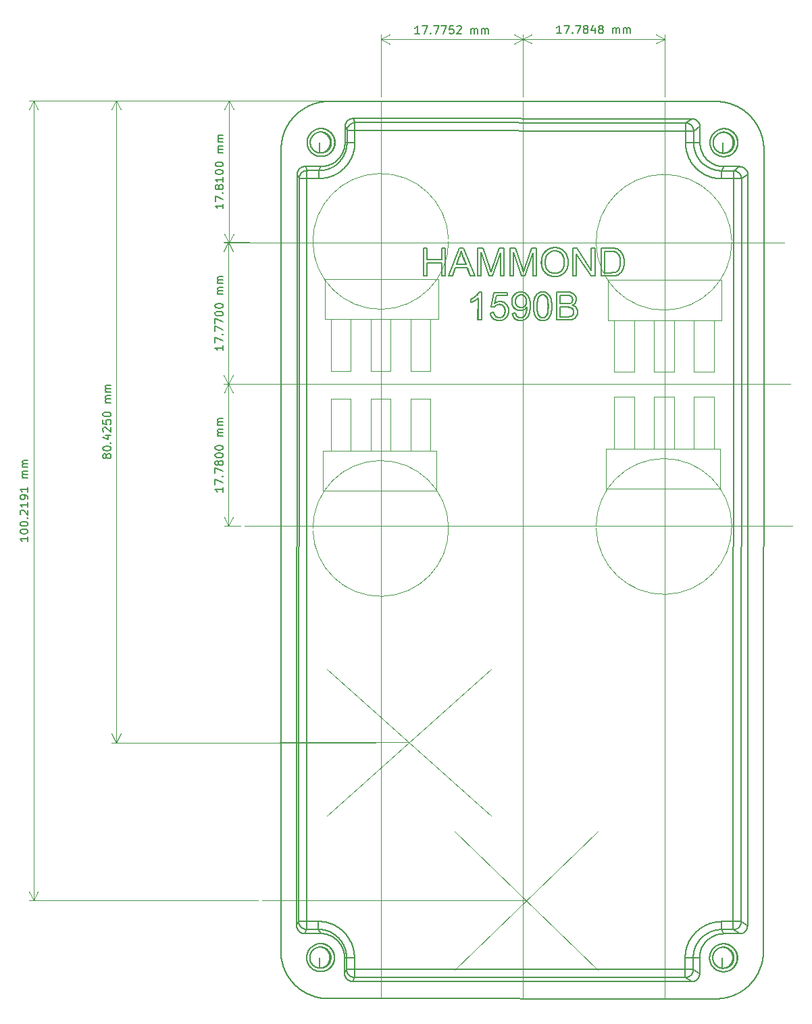
<source format=gbr>
%TF.GenerationSoftware,KiCad,Pcbnew,7.0.5.1-1-g8f565ef7f0-dirty-deb11*%
%TF.CreationDate,2023-08-09T07:55:00+00:00*%
%TF.ProjectId,GreenBean,47726565-6e42-4656-916e-2e6b69636164,rev?*%
%TF.SameCoordinates,Original*%
%TF.FileFunction,OtherDrawing,Comment*%
%FSLAX46Y46*%
G04 Gerber Fmt 4.6, Leading zero omitted, Abs format (unit mm)*
G04 Created by KiCad (PCBNEW 7.0.5.1-1-g8f565ef7f0-dirty-deb11) date 2023-08-09 07:55:00*
%MOMM*%
%LPD*%
G01*
G04 APERTURE LIST*
%ADD10C,0.100000*%
%ADD11C,0.150000*%
%ADD12C,0.200000*%
G04 APERTURE END LIST*
D10*
X107730000Y-77820000D02*
X176370000Y-77820000D01*
X106960000Y-60070000D02*
X175600000Y-60070000D01*
X138830000Y-113560000D02*
X118250000Y-131860000D01*
X143260000Y-142520000D02*
X110110000Y-142520000D01*
X152260000Y-133870000D02*
X134260000Y-151170000D01*
X134250000Y-133880000D02*
X152240000Y-151180000D01*
X128540000Y-122710000D02*
X112390000Y-122710000D01*
X160600000Y-42300923D02*
X160600000Y-154700908D01*
X142815213Y-42300923D02*
X142815213Y-154700908D01*
X118280000Y-113550000D02*
X138820000Y-131880000D01*
X107970000Y-95590000D02*
X176610000Y-95590000D01*
X125040000Y-42300923D02*
X125040000Y-154700908D01*
D11*
X129879987Y-33944819D02*
X129308559Y-33944819D01*
X129594273Y-33944819D02*
X129594273Y-32944819D01*
X129594273Y-32944819D02*
X129499035Y-33087676D01*
X129499035Y-33087676D02*
X129403797Y-33182914D01*
X129403797Y-33182914D02*
X129308559Y-33230533D01*
X130213321Y-32944819D02*
X130879987Y-32944819D01*
X130879987Y-32944819D02*
X130451416Y-33944819D01*
X131260940Y-33849580D02*
X131308559Y-33897200D01*
X131308559Y-33897200D02*
X131260940Y-33944819D01*
X131260940Y-33944819D02*
X131213321Y-33897200D01*
X131213321Y-33897200D02*
X131260940Y-33849580D01*
X131260940Y-33849580D02*
X131260940Y-33944819D01*
X131641892Y-32944819D02*
X132308558Y-32944819D01*
X132308558Y-32944819D02*
X131879987Y-33944819D01*
X132594273Y-32944819D02*
X133260939Y-32944819D01*
X133260939Y-32944819D02*
X132832368Y-33944819D01*
X134118082Y-32944819D02*
X133641892Y-32944819D01*
X133641892Y-32944819D02*
X133594273Y-33421009D01*
X133594273Y-33421009D02*
X133641892Y-33373390D01*
X133641892Y-33373390D02*
X133737130Y-33325771D01*
X133737130Y-33325771D02*
X133975225Y-33325771D01*
X133975225Y-33325771D02*
X134070463Y-33373390D01*
X134070463Y-33373390D02*
X134118082Y-33421009D01*
X134118082Y-33421009D02*
X134165701Y-33516247D01*
X134165701Y-33516247D02*
X134165701Y-33754342D01*
X134165701Y-33754342D02*
X134118082Y-33849580D01*
X134118082Y-33849580D02*
X134070463Y-33897200D01*
X134070463Y-33897200D02*
X133975225Y-33944819D01*
X133975225Y-33944819D02*
X133737130Y-33944819D01*
X133737130Y-33944819D02*
X133641892Y-33897200D01*
X133641892Y-33897200D02*
X133594273Y-33849580D01*
X134546654Y-33040057D02*
X134594273Y-32992438D01*
X134594273Y-32992438D02*
X134689511Y-32944819D01*
X134689511Y-32944819D02*
X134927606Y-32944819D01*
X134927606Y-32944819D02*
X135022844Y-32992438D01*
X135022844Y-32992438D02*
X135070463Y-33040057D01*
X135070463Y-33040057D02*
X135118082Y-33135295D01*
X135118082Y-33135295D02*
X135118082Y-33230533D01*
X135118082Y-33230533D02*
X135070463Y-33373390D01*
X135070463Y-33373390D02*
X134499035Y-33944819D01*
X134499035Y-33944819D02*
X135118082Y-33944819D01*
X136308559Y-33944819D02*
X136308559Y-33278152D01*
X136308559Y-33373390D02*
X136356178Y-33325771D01*
X136356178Y-33325771D02*
X136451416Y-33278152D01*
X136451416Y-33278152D02*
X136594273Y-33278152D01*
X136594273Y-33278152D02*
X136689511Y-33325771D01*
X136689511Y-33325771D02*
X136737130Y-33421009D01*
X136737130Y-33421009D02*
X136737130Y-33944819D01*
X136737130Y-33421009D02*
X136784749Y-33325771D01*
X136784749Y-33325771D02*
X136879987Y-33278152D01*
X136879987Y-33278152D02*
X137022844Y-33278152D01*
X137022844Y-33278152D02*
X137118083Y-33325771D01*
X137118083Y-33325771D02*
X137165702Y-33421009D01*
X137165702Y-33421009D02*
X137165702Y-33944819D01*
X137641892Y-33944819D02*
X137641892Y-33278152D01*
X137641892Y-33373390D02*
X137689511Y-33325771D01*
X137689511Y-33325771D02*
X137784749Y-33278152D01*
X137784749Y-33278152D02*
X137927606Y-33278152D01*
X137927606Y-33278152D02*
X138022844Y-33325771D01*
X138022844Y-33325771D02*
X138070463Y-33421009D01*
X138070463Y-33421009D02*
X138070463Y-33944819D01*
X138070463Y-33421009D02*
X138118082Y-33325771D01*
X138118082Y-33325771D02*
X138213320Y-33278152D01*
X138213320Y-33278152D02*
X138356177Y-33278152D01*
X138356177Y-33278152D02*
X138451416Y-33325771D01*
X138451416Y-33325771D02*
X138499035Y-33421009D01*
X138499035Y-33421009D02*
X138499035Y-33944819D01*
D10*
X142815213Y-41800923D02*
X142815213Y-34053580D01*
X125040000Y-41800923D02*
X125040000Y-34053580D01*
X142815213Y-34640000D02*
X125040000Y-34640000D01*
X142815213Y-34640000D02*
X125040000Y-34640000D01*
X142815213Y-34640000D02*
X141688709Y-35226421D01*
X142815213Y-34640000D02*
X141688709Y-34053579D01*
X125040000Y-34640000D02*
X126166504Y-34053579D01*
X125040000Y-34640000D02*
X126166504Y-35226421D01*
D11*
X105254819Y-90747618D02*
X105254819Y-91319046D01*
X105254819Y-91033332D02*
X104254819Y-91033332D01*
X104254819Y-91033332D02*
X104397676Y-91128570D01*
X104397676Y-91128570D02*
X104492914Y-91223808D01*
X104492914Y-91223808D02*
X104540533Y-91319046D01*
X104254819Y-90414284D02*
X104254819Y-89747618D01*
X104254819Y-89747618D02*
X105254819Y-90176189D01*
X105159580Y-89366665D02*
X105207200Y-89319046D01*
X105207200Y-89319046D02*
X105254819Y-89366665D01*
X105254819Y-89366665D02*
X105207200Y-89414284D01*
X105207200Y-89414284D02*
X105159580Y-89366665D01*
X105159580Y-89366665D02*
X105254819Y-89366665D01*
X104254819Y-88985713D02*
X104254819Y-88319047D01*
X104254819Y-88319047D02*
X105254819Y-88747618D01*
X104683390Y-87795237D02*
X104635771Y-87890475D01*
X104635771Y-87890475D02*
X104588152Y-87938094D01*
X104588152Y-87938094D02*
X104492914Y-87985713D01*
X104492914Y-87985713D02*
X104445295Y-87985713D01*
X104445295Y-87985713D02*
X104350057Y-87938094D01*
X104350057Y-87938094D02*
X104302438Y-87890475D01*
X104302438Y-87890475D02*
X104254819Y-87795237D01*
X104254819Y-87795237D02*
X104254819Y-87604761D01*
X104254819Y-87604761D02*
X104302438Y-87509523D01*
X104302438Y-87509523D02*
X104350057Y-87461904D01*
X104350057Y-87461904D02*
X104445295Y-87414285D01*
X104445295Y-87414285D02*
X104492914Y-87414285D01*
X104492914Y-87414285D02*
X104588152Y-87461904D01*
X104588152Y-87461904D02*
X104635771Y-87509523D01*
X104635771Y-87509523D02*
X104683390Y-87604761D01*
X104683390Y-87604761D02*
X104683390Y-87795237D01*
X104683390Y-87795237D02*
X104731009Y-87890475D01*
X104731009Y-87890475D02*
X104778628Y-87938094D01*
X104778628Y-87938094D02*
X104873866Y-87985713D01*
X104873866Y-87985713D02*
X105064342Y-87985713D01*
X105064342Y-87985713D02*
X105159580Y-87938094D01*
X105159580Y-87938094D02*
X105207200Y-87890475D01*
X105207200Y-87890475D02*
X105254819Y-87795237D01*
X105254819Y-87795237D02*
X105254819Y-87604761D01*
X105254819Y-87604761D02*
X105207200Y-87509523D01*
X105207200Y-87509523D02*
X105159580Y-87461904D01*
X105159580Y-87461904D02*
X105064342Y-87414285D01*
X105064342Y-87414285D02*
X104873866Y-87414285D01*
X104873866Y-87414285D02*
X104778628Y-87461904D01*
X104778628Y-87461904D02*
X104731009Y-87509523D01*
X104731009Y-87509523D02*
X104683390Y-87604761D01*
X104254819Y-86795237D02*
X104254819Y-86699999D01*
X104254819Y-86699999D02*
X104302438Y-86604761D01*
X104302438Y-86604761D02*
X104350057Y-86557142D01*
X104350057Y-86557142D02*
X104445295Y-86509523D01*
X104445295Y-86509523D02*
X104635771Y-86461904D01*
X104635771Y-86461904D02*
X104873866Y-86461904D01*
X104873866Y-86461904D02*
X105064342Y-86509523D01*
X105064342Y-86509523D02*
X105159580Y-86557142D01*
X105159580Y-86557142D02*
X105207200Y-86604761D01*
X105207200Y-86604761D02*
X105254819Y-86699999D01*
X105254819Y-86699999D02*
X105254819Y-86795237D01*
X105254819Y-86795237D02*
X105207200Y-86890475D01*
X105207200Y-86890475D02*
X105159580Y-86938094D01*
X105159580Y-86938094D02*
X105064342Y-86985713D01*
X105064342Y-86985713D02*
X104873866Y-87033332D01*
X104873866Y-87033332D02*
X104635771Y-87033332D01*
X104635771Y-87033332D02*
X104445295Y-86985713D01*
X104445295Y-86985713D02*
X104350057Y-86938094D01*
X104350057Y-86938094D02*
X104302438Y-86890475D01*
X104302438Y-86890475D02*
X104254819Y-86795237D01*
X104254819Y-85842856D02*
X104254819Y-85747618D01*
X104254819Y-85747618D02*
X104302438Y-85652380D01*
X104302438Y-85652380D02*
X104350057Y-85604761D01*
X104350057Y-85604761D02*
X104445295Y-85557142D01*
X104445295Y-85557142D02*
X104635771Y-85509523D01*
X104635771Y-85509523D02*
X104873866Y-85509523D01*
X104873866Y-85509523D02*
X105064342Y-85557142D01*
X105064342Y-85557142D02*
X105159580Y-85604761D01*
X105159580Y-85604761D02*
X105207200Y-85652380D01*
X105207200Y-85652380D02*
X105254819Y-85747618D01*
X105254819Y-85747618D02*
X105254819Y-85842856D01*
X105254819Y-85842856D02*
X105207200Y-85938094D01*
X105207200Y-85938094D02*
X105159580Y-85985713D01*
X105159580Y-85985713D02*
X105064342Y-86033332D01*
X105064342Y-86033332D02*
X104873866Y-86080951D01*
X104873866Y-86080951D02*
X104635771Y-86080951D01*
X104635771Y-86080951D02*
X104445295Y-86033332D01*
X104445295Y-86033332D02*
X104350057Y-85985713D01*
X104350057Y-85985713D02*
X104302438Y-85938094D01*
X104302438Y-85938094D02*
X104254819Y-85842856D01*
X105254819Y-84319046D02*
X104588152Y-84319046D01*
X104683390Y-84319046D02*
X104635771Y-84271427D01*
X104635771Y-84271427D02*
X104588152Y-84176189D01*
X104588152Y-84176189D02*
X104588152Y-84033332D01*
X104588152Y-84033332D02*
X104635771Y-83938094D01*
X104635771Y-83938094D02*
X104731009Y-83890475D01*
X104731009Y-83890475D02*
X105254819Y-83890475D01*
X104731009Y-83890475D02*
X104635771Y-83842856D01*
X104635771Y-83842856D02*
X104588152Y-83747618D01*
X104588152Y-83747618D02*
X104588152Y-83604761D01*
X104588152Y-83604761D02*
X104635771Y-83509522D01*
X104635771Y-83509522D02*
X104731009Y-83461903D01*
X104731009Y-83461903D02*
X105254819Y-83461903D01*
X105254819Y-82985713D02*
X104588152Y-82985713D01*
X104683390Y-82985713D02*
X104635771Y-82938094D01*
X104635771Y-82938094D02*
X104588152Y-82842856D01*
X104588152Y-82842856D02*
X104588152Y-82699999D01*
X104588152Y-82699999D02*
X104635771Y-82604761D01*
X104635771Y-82604761D02*
X104731009Y-82557142D01*
X104731009Y-82557142D02*
X105254819Y-82557142D01*
X104731009Y-82557142D02*
X104635771Y-82509523D01*
X104635771Y-82509523D02*
X104588152Y-82414285D01*
X104588152Y-82414285D02*
X104588152Y-82271428D01*
X104588152Y-82271428D02*
X104635771Y-82176189D01*
X104635771Y-82176189D02*
X104731009Y-82128570D01*
X104731009Y-82128570D02*
X105254819Y-82128570D01*
D10*
X107470000Y-77810000D02*
X105363580Y-77810000D01*
X107470000Y-95590000D02*
X105363580Y-95590000D01*
X105950000Y-77810000D02*
X105950000Y-95590000D01*
X105950000Y-77810000D02*
X105950000Y-95590000D01*
X105950000Y-77810000D02*
X106536421Y-78936504D01*
X105950000Y-77810000D02*
X105363579Y-78936504D01*
X105950000Y-95590000D02*
X105363579Y-94463496D01*
X105950000Y-95590000D02*
X106536421Y-94463496D01*
D11*
X90623390Y-86936070D02*
X90575771Y-87031308D01*
X90575771Y-87031308D02*
X90528152Y-87078927D01*
X90528152Y-87078927D02*
X90432914Y-87126546D01*
X90432914Y-87126546D02*
X90385295Y-87126546D01*
X90385295Y-87126546D02*
X90290057Y-87078927D01*
X90290057Y-87078927D02*
X90242438Y-87031308D01*
X90242438Y-87031308D02*
X90194819Y-86936070D01*
X90194819Y-86936070D02*
X90194819Y-86745594D01*
X90194819Y-86745594D02*
X90242438Y-86650356D01*
X90242438Y-86650356D02*
X90290057Y-86602737D01*
X90290057Y-86602737D02*
X90385295Y-86555118D01*
X90385295Y-86555118D02*
X90432914Y-86555118D01*
X90432914Y-86555118D02*
X90528152Y-86602737D01*
X90528152Y-86602737D02*
X90575771Y-86650356D01*
X90575771Y-86650356D02*
X90623390Y-86745594D01*
X90623390Y-86745594D02*
X90623390Y-86936070D01*
X90623390Y-86936070D02*
X90671009Y-87031308D01*
X90671009Y-87031308D02*
X90718628Y-87078927D01*
X90718628Y-87078927D02*
X90813866Y-87126546D01*
X90813866Y-87126546D02*
X91004342Y-87126546D01*
X91004342Y-87126546D02*
X91099580Y-87078927D01*
X91099580Y-87078927D02*
X91147200Y-87031308D01*
X91147200Y-87031308D02*
X91194819Y-86936070D01*
X91194819Y-86936070D02*
X91194819Y-86745594D01*
X91194819Y-86745594D02*
X91147200Y-86650356D01*
X91147200Y-86650356D02*
X91099580Y-86602737D01*
X91099580Y-86602737D02*
X91004342Y-86555118D01*
X91004342Y-86555118D02*
X90813866Y-86555118D01*
X90813866Y-86555118D02*
X90718628Y-86602737D01*
X90718628Y-86602737D02*
X90671009Y-86650356D01*
X90671009Y-86650356D02*
X90623390Y-86745594D01*
X90194819Y-85936070D02*
X90194819Y-85840832D01*
X90194819Y-85840832D02*
X90242438Y-85745594D01*
X90242438Y-85745594D02*
X90290057Y-85697975D01*
X90290057Y-85697975D02*
X90385295Y-85650356D01*
X90385295Y-85650356D02*
X90575771Y-85602737D01*
X90575771Y-85602737D02*
X90813866Y-85602737D01*
X90813866Y-85602737D02*
X91004342Y-85650356D01*
X91004342Y-85650356D02*
X91099580Y-85697975D01*
X91099580Y-85697975D02*
X91147200Y-85745594D01*
X91147200Y-85745594D02*
X91194819Y-85840832D01*
X91194819Y-85840832D02*
X91194819Y-85936070D01*
X91194819Y-85936070D02*
X91147200Y-86031308D01*
X91147200Y-86031308D02*
X91099580Y-86078927D01*
X91099580Y-86078927D02*
X91004342Y-86126546D01*
X91004342Y-86126546D02*
X90813866Y-86174165D01*
X90813866Y-86174165D02*
X90575771Y-86174165D01*
X90575771Y-86174165D02*
X90385295Y-86126546D01*
X90385295Y-86126546D02*
X90290057Y-86078927D01*
X90290057Y-86078927D02*
X90242438Y-86031308D01*
X90242438Y-86031308D02*
X90194819Y-85936070D01*
X91099580Y-85174165D02*
X91147200Y-85126546D01*
X91147200Y-85126546D02*
X91194819Y-85174165D01*
X91194819Y-85174165D02*
X91147200Y-85221784D01*
X91147200Y-85221784D02*
X91099580Y-85174165D01*
X91099580Y-85174165D02*
X91194819Y-85174165D01*
X90528152Y-84269404D02*
X91194819Y-84269404D01*
X90147200Y-84507499D02*
X90861485Y-84745594D01*
X90861485Y-84745594D02*
X90861485Y-84126547D01*
X90290057Y-83793213D02*
X90242438Y-83745594D01*
X90242438Y-83745594D02*
X90194819Y-83650356D01*
X90194819Y-83650356D02*
X90194819Y-83412261D01*
X90194819Y-83412261D02*
X90242438Y-83317023D01*
X90242438Y-83317023D02*
X90290057Y-83269404D01*
X90290057Y-83269404D02*
X90385295Y-83221785D01*
X90385295Y-83221785D02*
X90480533Y-83221785D01*
X90480533Y-83221785D02*
X90623390Y-83269404D01*
X90623390Y-83269404D02*
X91194819Y-83840832D01*
X91194819Y-83840832D02*
X91194819Y-83221785D01*
X90194819Y-82317023D02*
X90194819Y-82793213D01*
X90194819Y-82793213D02*
X90671009Y-82840832D01*
X90671009Y-82840832D02*
X90623390Y-82793213D01*
X90623390Y-82793213D02*
X90575771Y-82697975D01*
X90575771Y-82697975D02*
X90575771Y-82459880D01*
X90575771Y-82459880D02*
X90623390Y-82364642D01*
X90623390Y-82364642D02*
X90671009Y-82317023D01*
X90671009Y-82317023D02*
X90766247Y-82269404D01*
X90766247Y-82269404D02*
X91004342Y-82269404D01*
X91004342Y-82269404D02*
X91099580Y-82317023D01*
X91099580Y-82317023D02*
X91147200Y-82364642D01*
X91147200Y-82364642D02*
X91194819Y-82459880D01*
X91194819Y-82459880D02*
X91194819Y-82697975D01*
X91194819Y-82697975D02*
X91147200Y-82793213D01*
X91147200Y-82793213D02*
X91099580Y-82840832D01*
X90194819Y-81650356D02*
X90194819Y-81555118D01*
X90194819Y-81555118D02*
X90242438Y-81459880D01*
X90242438Y-81459880D02*
X90290057Y-81412261D01*
X90290057Y-81412261D02*
X90385295Y-81364642D01*
X90385295Y-81364642D02*
X90575771Y-81317023D01*
X90575771Y-81317023D02*
X90813866Y-81317023D01*
X90813866Y-81317023D02*
X91004342Y-81364642D01*
X91004342Y-81364642D02*
X91099580Y-81412261D01*
X91099580Y-81412261D02*
X91147200Y-81459880D01*
X91147200Y-81459880D02*
X91194819Y-81555118D01*
X91194819Y-81555118D02*
X91194819Y-81650356D01*
X91194819Y-81650356D02*
X91147200Y-81745594D01*
X91147200Y-81745594D02*
X91099580Y-81793213D01*
X91099580Y-81793213D02*
X91004342Y-81840832D01*
X91004342Y-81840832D02*
X90813866Y-81888451D01*
X90813866Y-81888451D02*
X90575771Y-81888451D01*
X90575771Y-81888451D02*
X90385295Y-81840832D01*
X90385295Y-81840832D02*
X90290057Y-81793213D01*
X90290057Y-81793213D02*
X90242438Y-81745594D01*
X90242438Y-81745594D02*
X90194819Y-81650356D01*
X91194819Y-80126546D02*
X90528152Y-80126546D01*
X90623390Y-80126546D02*
X90575771Y-80078927D01*
X90575771Y-80078927D02*
X90528152Y-79983689D01*
X90528152Y-79983689D02*
X90528152Y-79840832D01*
X90528152Y-79840832D02*
X90575771Y-79745594D01*
X90575771Y-79745594D02*
X90671009Y-79697975D01*
X90671009Y-79697975D02*
X91194819Y-79697975D01*
X90671009Y-79697975D02*
X90575771Y-79650356D01*
X90575771Y-79650356D02*
X90528152Y-79555118D01*
X90528152Y-79555118D02*
X90528152Y-79412261D01*
X90528152Y-79412261D02*
X90575771Y-79317022D01*
X90575771Y-79317022D02*
X90671009Y-79269403D01*
X90671009Y-79269403D02*
X91194819Y-79269403D01*
X91194819Y-78793213D02*
X90528152Y-78793213D01*
X90623390Y-78793213D02*
X90575771Y-78745594D01*
X90575771Y-78745594D02*
X90528152Y-78650356D01*
X90528152Y-78650356D02*
X90528152Y-78507499D01*
X90528152Y-78507499D02*
X90575771Y-78412261D01*
X90575771Y-78412261D02*
X90671009Y-78364642D01*
X90671009Y-78364642D02*
X91194819Y-78364642D01*
X90671009Y-78364642D02*
X90575771Y-78317023D01*
X90575771Y-78317023D02*
X90528152Y-78221785D01*
X90528152Y-78221785D02*
X90528152Y-78078928D01*
X90528152Y-78078928D02*
X90575771Y-77983689D01*
X90575771Y-77983689D02*
X90671009Y-77936070D01*
X90671009Y-77936070D02*
X91194819Y-77936070D01*
D10*
X124330000Y-42295000D02*
X91303580Y-42295000D01*
X124330000Y-122720000D02*
X91303580Y-122720000D01*
X91890000Y-42295000D02*
X91890000Y-122720000D01*
X91890000Y-42295000D02*
X91890000Y-122720000D01*
X91890000Y-42295000D02*
X92476421Y-43421504D01*
X91890000Y-42295000D02*
X91303579Y-43421504D01*
X91890000Y-122720000D02*
X91303579Y-121593496D01*
X91890000Y-122720000D02*
X92476421Y-121593496D01*
D11*
X105244819Y-72982618D02*
X105244819Y-73554046D01*
X105244819Y-73268332D02*
X104244819Y-73268332D01*
X104244819Y-73268332D02*
X104387676Y-73363570D01*
X104387676Y-73363570D02*
X104482914Y-73458808D01*
X104482914Y-73458808D02*
X104530533Y-73554046D01*
X104244819Y-72649284D02*
X104244819Y-71982618D01*
X104244819Y-71982618D02*
X105244819Y-72411189D01*
X105149580Y-71601665D02*
X105197200Y-71554046D01*
X105197200Y-71554046D02*
X105244819Y-71601665D01*
X105244819Y-71601665D02*
X105197200Y-71649284D01*
X105197200Y-71649284D02*
X105149580Y-71601665D01*
X105149580Y-71601665D02*
X105244819Y-71601665D01*
X104244819Y-71220713D02*
X104244819Y-70554047D01*
X104244819Y-70554047D02*
X105244819Y-70982618D01*
X104244819Y-70268332D02*
X104244819Y-69601666D01*
X104244819Y-69601666D02*
X105244819Y-70030237D01*
X104244819Y-69030237D02*
X104244819Y-68934999D01*
X104244819Y-68934999D02*
X104292438Y-68839761D01*
X104292438Y-68839761D02*
X104340057Y-68792142D01*
X104340057Y-68792142D02*
X104435295Y-68744523D01*
X104435295Y-68744523D02*
X104625771Y-68696904D01*
X104625771Y-68696904D02*
X104863866Y-68696904D01*
X104863866Y-68696904D02*
X105054342Y-68744523D01*
X105054342Y-68744523D02*
X105149580Y-68792142D01*
X105149580Y-68792142D02*
X105197200Y-68839761D01*
X105197200Y-68839761D02*
X105244819Y-68934999D01*
X105244819Y-68934999D02*
X105244819Y-69030237D01*
X105244819Y-69030237D02*
X105197200Y-69125475D01*
X105197200Y-69125475D02*
X105149580Y-69173094D01*
X105149580Y-69173094D02*
X105054342Y-69220713D01*
X105054342Y-69220713D02*
X104863866Y-69268332D01*
X104863866Y-69268332D02*
X104625771Y-69268332D01*
X104625771Y-69268332D02*
X104435295Y-69220713D01*
X104435295Y-69220713D02*
X104340057Y-69173094D01*
X104340057Y-69173094D02*
X104292438Y-69125475D01*
X104292438Y-69125475D02*
X104244819Y-69030237D01*
X104244819Y-68077856D02*
X104244819Y-67982618D01*
X104244819Y-67982618D02*
X104292438Y-67887380D01*
X104292438Y-67887380D02*
X104340057Y-67839761D01*
X104340057Y-67839761D02*
X104435295Y-67792142D01*
X104435295Y-67792142D02*
X104625771Y-67744523D01*
X104625771Y-67744523D02*
X104863866Y-67744523D01*
X104863866Y-67744523D02*
X105054342Y-67792142D01*
X105054342Y-67792142D02*
X105149580Y-67839761D01*
X105149580Y-67839761D02*
X105197200Y-67887380D01*
X105197200Y-67887380D02*
X105244819Y-67982618D01*
X105244819Y-67982618D02*
X105244819Y-68077856D01*
X105244819Y-68077856D02*
X105197200Y-68173094D01*
X105197200Y-68173094D02*
X105149580Y-68220713D01*
X105149580Y-68220713D02*
X105054342Y-68268332D01*
X105054342Y-68268332D02*
X104863866Y-68315951D01*
X104863866Y-68315951D02*
X104625771Y-68315951D01*
X104625771Y-68315951D02*
X104435295Y-68268332D01*
X104435295Y-68268332D02*
X104340057Y-68220713D01*
X104340057Y-68220713D02*
X104292438Y-68173094D01*
X104292438Y-68173094D02*
X104244819Y-68077856D01*
X105244819Y-66554046D02*
X104578152Y-66554046D01*
X104673390Y-66554046D02*
X104625771Y-66506427D01*
X104625771Y-66506427D02*
X104578152Y-66411189D01*
X104578152Y-66411189D02*
X104578152Y-66268332D01*
X104578152Y-66268332D02*
X104625771Y-66173094D01*
X104625771Y-66173094D02*
X104721009Y-66125475D01*
X104721009Y-66125475D02*
X105244819Y-66125475D01*
X104721009Y-66125475D02*
X104625771Y-66077856D01*
X104625771Y-66077856D02*
X104578152Y-65982618D01*
X104578152Y-65982618D02*
X104578152Y-65839761D01*
X104578152Y-65839761D02*
X104625771Y-65744522D01*
X104625771Y-65744522D02*
X104721009Y-65696903D01*
X104721009Y-65696903D02*
X105244819Y-65696903D01*
X105244819Y-65220713D02*
X104578152Y-65220713D01*
X104673390Y-65220713D02*
X104625771Y-65173094D01*
X104625771Y-65173094D02*
X104578152Y-65077856D01*
X104578152Y-65077856D02*
X104578152Y-64934999D01*
X104578152Y-64934999D02*
X104625771Y-64839761D01*
X104625771Y-64839761D02*
X104721009Y-64792142D01*
X104721009Y-64792142D02*
X105244819Y-64792142D01*
X104721009Y-64792142D02*
X104625771Y-64744523D01*
X104625771Y-64744523D02*
X104578152Y-64649285D01*
X104578152Y-64649285D02*
X104578152Y-64506428D01*
X104578152Y-64506428D02*
X104625771Y-64411189D01*
X104625771Y-64411189D02*
X104721009Y-64363570D01*
X104721009Y-64363570D02*
X105244819Y-64363570D01*
D10*
X108530000Y-60050000D02*
X105353580Y-60050000D01*
X108530000Y-77820000D02*
X105353580Y-77820000D01*
X105940000Y-60050000D02*
X105940000Y-77820000D01*
X105940000Y-60050000D02*
X105940000Y-77820000D01*
X105940000Y-60050000D02*
X106526421Y-61176504D01*
X105940000Y-60050000D02*
X105353579Y-61176504D01*
X105940000Y-77820000D02*
X105353579Y-76693496D01*
X105940000Y-77820000D02*
X106526421Y-76693496D01*
D11*
X105274819Y-55242618D02*
X105274819Y-55814046D01*
X105274819Y-55528332D02*
X104274819Y-55528332D01*
X104274819Y-55528332D02*
X104417676Y-55623570D01*
X104417676Y-55623570D02*
X104512914Y-55718808D01*
X104512914Y-55718808D02*
X104560533Y-55814046D01*
X104274819Y-54909284D02*
X104274819Y-54242618D01*
X104274819Y-54242618D02*
X105274819Y-54671189D01*
X105179580Y-53861665D02*
X105227200Y-53814046D01*
X105227200Y-53814046D02*
X105274819Y-53861665D01*
X105274819Y-53861665D02*
X105227200Y-53909284D01*
X105227200Y-53909284D02*
X105179580Y-53861665D01*
X105179580Y-53861665D02*
X105274819Y-53861665D01*
X104703390Y-53242618D02*
X104655771Y-53337856D01*
X104655771Y-53337856D02*
X104608152Y-53385475D01*
X104608152Y-53385475D02*
X104512914Y-53433094D01*
X104512914Y-53433094D02*
X104465295Y-53433094D01*
X104465295Y-53433094D02*
X104370057Y-53385475D01*
X104370057Y-53385475D02*
X104322438Y-53337856D01*
X104322438Y-53337856D02*
X104274819Y-53242618D01*
X104274819Y-53242618D02*
X104274819Y-53052142D01*
X104274819Y-53052142D02*
X104322438Y-52956904D01*
X104322438Y-52956904D02*
X104370057Y-52909285D01*
X104370057Y-52909285D02*
X104465295Y-52861666D01*
X104465295Y-52861666D02*
X104512914Y-52861666D01*
X104512914Y-52861666D02*
X104608152Y-52909285D01*
X104608152Y-52909285D02*
X104655771Y-52956904D01*
X104655771Y-52956904D02*
X104703390Y-53052142D01*
X104703390Y-53052142D02*
X104703390Y-53242618D01*
X104703390Y-53242618D02*
X104751009Y-53337856D01*
X104751009Y-53337856D02*
X104798628Y-53385475D01*
X104798628Y-53385475D02*
X104893866Y-53433094D01*
X104893866Y-53433094D02*
X105084342Y-53433094D01*
X105084342Y-53433094D02*
X105179580Y-53385475D01*
X105179580Y-53385475D02*
X105227200Y-53337856D01*
X105227200Y-53337856D02*
X105274819Y-53242618D01*
X105274819Y-53242618D02*
X105274819Y-53052142D01*
X105274819Y-53052142D02*
X105227200Y-52956904D01*
X105227200Y-52956904D02*
X105179580Y-52909285D01*
X105179580Y-52909285D02*
X105084342Y-52861666D01*
X105084342Y-52861666D02*
X104893866Y-52861666D01*
X104893866Y-52861666D02*
X104798628Y-52909285D01*
X104798628Y-52909285D02*
X104751009Y-52956904D01*
X104751009Y-52956904D02*
X104703390Y-53052142D01*
X105274819Y-51909285D02*
X105274819Y-52480713D01*
X105274819Y-52194999D02*
X104274819Y-52194999D01*
X104274819Y-52194999D02*
X104417676Y-52290237D01*
X104417676Y-52290237D02*
X104512914Y-52385475D01*
X104512914Y-52385475D02*
X104560533Y-52480713D01*
X104274819Y-51290237D02*
X104274819Y-51194999D01*
X104274819Y-51194999D02*
X104322438Y-51099761D01*
X104322438Y-51099761D02*
X104370057Y-51052142D01*
X104370057Y-51052142D02*
X104465295Y-51004523D01*
X104465295Y-51004523D02*
X104655771Y-50956904D01*
X104655771Y-50956904D02*
X104893866Y-50956904D01*
X104893866Y-50956904D02*
X105084342Y-51004523D01*
X105084342Y-51004523D02*
X105179580Y-51052142D01*
X105179580Y-51052142D02*
X105227200Y-51099761D01*
X105227200Y-51099761D02*
X105274819Y-51194999D01*
X105274819Y-51194999D02*
X105274819Y-51290237D01*
X105274819Y-51290237D02*
X105227200Y-51385475D01*
X105227200Y-51385475D02*
X105179580Y-51433094D01*
X105179580Y-51433094D02*
X105084342Y-51480713D01*
X105084342Y-51480713D02*
X104893866Y-51528332D01*
X104893866Y-51528332D02*
X104655771Y-51528332D01*
X104655771Y-51528332D02*
X104465295Y-51480713D01*
X104465295Y-51480713D02*
X104370057Y-51433094D01*
X104370057Y-51433094D02*
X104322438Y-51385475D01*
X104322438Y-51385475D02*
X104274819Y-51290237D01*
X104274819Y-50337856D02*
X104274819Y-50242618D01*
X104274819Y-50242618D02*
X104322438Y-50147380D01*
X104322438Y-50147380D02*
X104370057Y-50099761D01*
X104370057Y-50099761D02*
X104465295Y-50052142D01*
X104465295Y-50052142D02*
X104655771Y-50004523D01*
X104655771Y-50004523D02*
X104893866Y-50004523D01*
X104893866Y-50004523D02*
X105084342Y-50052142D01*
X105084342Y-50052142D02*
X105179580Y-50099761D01*
X105179580Y-50099761D02*
X105227200Y-50147380D01*
X105227200Y-50147380D02*
X105274819Y-50242618D01*
X105274819Y-50242618D02*
X105274819Y-50337856D01*
X105274819Y-50337856D02*
X105227200Y-50433094D01*
X105227200Y-50433094D02*
X105179580Y-50480713D01*
X105179580Y-50480713D02*
X105084342Y-50528332D01*
X105084342Y-50528332D02*
X104893866Y-50575951D01*
X104893866Y-50575951D02*
X104655771Y-50575951D01*
X104655771Y-50575951D02*
X104465295Y-50528332D01*
X104465295Y-50528332D02*
X104370057Y-50480713D01*
X104370057Y-50480713D02*
X104322438Y-50433094D01*
X104322438Y-50433094D02*
X104274819Y-50337856D01*
X105274819Y-48814046D02*
X104608152Y-48814046D01*
X104703390Y-48814046D02*
X104655771Y-48766427D01*
X104655771Y-48766427D02*
X104608152Y-48671189D01*
X104608152Y-48671189D02*
X104608152Y-48528332D01*
X104608152Y-48528332D02*
X104655771Y-48433094D01*
X104655771Y-48433094D02*
X104751009Y-48385475D01*
X104751009Y-48385475D02*
X105274819Y-48385475D01*
X104751009Y-48385475D02*
X104655771Y-48337856D01*
X104655771Y-48337856D02*
X104608152Y-48242618D01*
X104608152Y-48242618D02*
X104608152Y-48099761D01*
X104608152Y-48099761D02*
X104655771Y-48004522D01*
X104655771Y-48004522D02*
X104751009Y-47956903D01*
X104751009Y-47956903D02*
X105274819Y-47956903D01*
X105274819Y-47480713D02*
X104608152Y-47480713D01*
X104703390Y-47480713D02*
X104655771Y-47433094D01*
X104655771Y-47433094D02*
X104608152Y-47337856D01*
X104608152Y-47337856D02*
X104608152Y-47194999D01*
X104608152Y-47194999D02*
X104655771Y-47099761D01*
X104655771Y-47099761D02*
X104751009Y-47052142D01*
X104751009Y-47052142D02*
X105274819Y-47052142D01*
X104751009Y-47052142D02*
X104655771Y-47004523D01*
X104655771Y-47004523D02*
X104608152Y-46909285D01*
X104608152Y-46909285D02*
X104608152Y-46766428D01*
X104608152Y-46766428D02*
X104655771Y-46671189D01*
X104655771Y-46671189D02*
X104751009Y-46623570D01*
X104751009Y-46623570D02*
X105274819Y-46623570D01*
D10*
X127920000Y-42290000D02*
X105383580Y-42290000D01*
X127920000Y-60100000D02*
X105383580Y-60100000D01*
X105970000Y-42290000D02*
X105970000Y-60100000D01*
X105970000Y-42290000D02*
X105970000Y-60100000D01*
X105970000Y-42290000D02*
X106556421Y-43416504D01*
X105970000Y-42290000D02*
X105383579Y-43416504D01*
X105970000Y-60100000D02*
X105383579Y-58973496D01*
X105970000Y-60100000D02*
X106556421Y-58973496D01*
D11*
X147659988Y-33884819D02*
X147088560Y-33884819D01*
X147374274Y-33884819D02*
X147374274Y-32884819D01*
X147374274Y-32884819D02*
X147279036Y-33027676D01*
X147279036Y-33027676D02*
X147183798Y-33122914D01*
X147183798Y-33122914D02*
X147088560Y-33170533D01*
X147993322Y-32884819D02*
X148659988Y-32884819D01*
X148659988Y-32884819D02*
X148231417Y-33884819D01*
X149040941Y-33789580D02*
X149088560Y-33837200D01*
X149088560Y-33837200D02*
X149040941Y-33884819D01*
X149040941Y-33884819D02*
X148993322Y-33837200D01*
X148993322Y-33837200D02*
X149040941Y-33789580D01*
X149040941Y-33789580D02*
X149040941Y-33884819D01*
X149421893Y-32884819D02*
X150088559Y-32884819D01*
X150088559Y-32884819D02*
X149659988Y-33884819D01*
X150612369Y-33313390D02*
X150517131Y-33265771D01*
X150517131Y-33265771D02*
X150469512Y-33218152D01*
X150469512Y-33218152D02*
X150421893Y-33122914D01*
X150421893Y-33122914D02*
X150421893Y-33075295D01*
X150421893Y-33075295D02*
X150469512Y-32980057D01*
X150469512Y-32980057D02*
X150517131Y-32932438D01*
X150517131Y-32932438D02*
X150612369Y-32884819D01*
X150612369Y-32884819D02*
X150802845Y-32884819D01*
X150802845Y-32884819D02*
X150898083Y-32932438D01*
X150898083Y-32932438D02*
X150945702Y-32980057D01*
X150945702Y-32980057D02*
X150993321Y-33075295D01*
X150993321Y-33075295D02*
X150993321Y-33122914D01*
X150993321Y-33122914D02*
X150945702Y-33218152D01*
X150945702Y-33218152D02*
X150898083Y-33265771D01*
X150898083Y-33265771D02*
X150802845Y-33313390D01*
X150802845Y-33313390D02*
X150612369Y-33313390D01*
X150612369Y-33313390D02*
X150517131Y-33361009D01*
X150517131Y-33361009D02*
X150469512Y-33408628D01*
X150469512Y-33408628D02*
X150421893Y-33503866D01*
X150421893Y-33503866D02*
X150421893Y-33694342D01*
X150421893Y-33694342D02*
X150469512Y-33789580D01*
X150469512Y-33789580D02*
X150517131Y-33837200D01*
X150517131Y-33837200D02*
X150612369Y-33884819D01*
X150612369Y-33884819D02*
X150802845Y-33884819D01*
X150802845Y-33884819D02*
X150898083Y-33837200D01*
X150898083Y-33837200D02*
X150945702Y-33789580D01*
X150945702Y-33789580D02*
X150993321Y-33694342D01*
X150993321Y-33694342D02*
X150993321Y-33503866D01*
X150993321Y-33503866D02*
X150945702Y-33408628D01*
X150945702Y-33408628D02*
X150898083Y-33361009D01*
X150898083Y-33361009D02*
X150802845Y-33313390D01*
X151850464Y-33218152D02*
X151850464Y-33884819D01*
X151612369Y-32837200D02*
X151374274Y-33551485D01*
X151374274Y-33551485D02*
X151993321Y-33551485D01*
X152517131Y-33313390D02*
X152421893Y-33265771D01*
X152421893Y-33265771D02*
X152374274Y-33218152D01*
X152374274Y-33218152D02*
X152326655Y-33122914D01*
X152326655Y-33122914D02*
X152326655Y-33075295D01*
X152326655Y-33075295D02*
X152374274Y-32980057D01*
X152374274Y-32980057D02*
X152421893Y-32932438D01*
X152421893Y-32932438D02*
X152517131Y-32884819D01*
X152517131Y-32884819D02*
X152707607Y-32884819D01*
X152707607Y-32884819D02*
X152802845Y-32932438D01*
X152802845Y-32932438D02*
X152850464Y-32980057D01*
X152850464Y-32980057D02*
X152898083Y-33075295D01*
X152898083Y-33075295D02*
X152898083Y-33122914D01*
X152898083Y-33122914D02*
X152850464Y-33218152D01*
X152850464Y-33218152D02*
X152802845Y-33265771D01*
X152802845Y-33265771D02*
X152707607Y-33313390D01*
X152707607Y-33313390D02*
X152517131Y-33313390D01*
X152517131Y-33313390D02*
X152421893Y-33361009D01*
X152421893Y-33361009D02*
X152374274Y-33408628D01*
X152374274Y-33408628D02*
X152326655Y-33503866D01*
X152326655Y-33503866D02*
X152326655Y-33694342D01*
X152326655Y-33694342D02*
X152374274Y-33789580D01*
X152374274Y-33789580D02*
X152421893Y-33837200D01*
X152421893Y-33837200D02*
X152517131Y-33884819D01*
X152517131Y-33884819D02*
X152707607Y-33884819D01*
X152707607Y-33884819D02*
X152802845Y-33837200D01*
X152802845Y-33837200D02*
X152850464Y-33789580D01*
X152850464Y-33789580D02*
X152898083Y-33694342D01*
X152898083Y-33694342D02*
X152898083Y-33503866D01*
X152898083Y-33503866D02*
X152850464Y-33408628D01*
X152850464Y-33408628D02*
X152802845Y-33361009D01*
X152802845Y-33361009D02*
X152707607Y-33313390D01*
X154088560Y-33884819D02*
X154088560Y-33218152D01*
X154088560Y-33313390D02*
X154136179Y-33265771D01*
X154136179Y-33265771D02*
X154231417Y-33218152D01*
X154231417Y-33218152D02*
X154374274Y-33218152D01*
X154374274Y-33218152D02*
X154469512Y-33265771D01*
X154469512Y-33265771D02*
X154517131Y-33361009D01*
X154517131Y-33361009D02*
X154517131Y-33884819D01*
X154517131Y-33361009D02*
X154564750Y-33265771D01*
X154564750Y-33265771D02*
X154659988Y-33218152D01*
X154659988Y-33218152D02*
X154802845Y-33218152D01*
X154802845Y-33218152D02*
X154898084Y-33265771D01*
X154898084Y-33265771D02*
X154945703Y-33361009D01*
X154945703Y-33361009D02*
X154945703Y-33884819D01*
X155421893Y-33884819D02*
X155421893Y-33218152D01*
X155421893Y-33313390D02*
X155469512Y-33265771D01*
X155469512Y-33265771D02*
X155564750Y-33218152D01*
X155564750Y-33218152D02*
X155707607Y-33218152D01*
X155707607Y-33218152D02*
X155802845Y-33265771D01*
X155802845Y-33265771D02*
X155850464Y-33361009D01*
X155850464Y-33361009D02*
X155850464Y-33884819D01*
X155850464Y-33361009D02*
X155898083Y-33265771D01*
X155898083Y-33265771D02*
X155993321Y-33218152D01*
X155993321Y-33218152D02*
X156136178Y-33218152D01*
X156136178Y-33218152D02*
X156231417Y-33265771D01*
X156231417Y-33265771D02*
X156279036Y-33361009D01*
X156279036Y-33361009D02*
X156279036Y-33884819D01*
D10*
X142815213Y-41800923D02*
X142815213Y-33993580D01*
X160600000Y-41800923D02*
X160600000Y-33993580D01*
X142815213Y-34580000D02*
X160600000Y-34580000D01*
X142815213Y-34580000D02*
X160600000Y-34580000D01*
X142815213Y-34580000D02*
X143941717Y-33993579D01*
X142815213Y-34580000D02*
X143941717Y-35166421D01*
X160600000Y-34580000D02*
X159473496Y-35166421D01*
X160600000Y-34580000D02*
X159473496Y-33993579D01*
D11*
X80794819Y-96934270D02*
X80794819Y-97505698D01*
X80794819Y-97219984D02*
X79794819Y-97219984D01*
X79794819Y-97219984D02*
X79937676Y-97315222D01*
X79937676Y-97315222D02*
X80032914Y-97410460D01*
X80032914Y-97410460D02*
X80080533Y-97505698D01*
X79794819Y-96315222D02*
X79794819Y-96219984D01*
X79794819Y-96219984D02*
X79842438Y-96124746D01*
X79842438Y-96124746D02*
X79890057Y-96077127D01*
X79890057Y-96077127D02*
X79985295Y-96029508D01*
X79985295Y-96029508D02*
X80175771Y-95981889D01*
X80175771Y-95981889D02*
X80413866Y-95981889D01*
X80413866Y-95981889D02*
X80604342Y-96029508D01*
X80604342Y-96029508D02*
X80699580Y-96077127D01*
X80699580Y-96077127D02*
X80747200Y-96124746D01*
X80747200Y-96124746D02*
X80794819Y-96219984D01*
X80794819Y-96219984D02*
X80794819Y-96315222D01*
X80794819Y-96315222D02*
X80747200Y-96410460D01*
X80747200Y-96410460D02*
X80699580Y-96458079D01*
X80699580Y-96458079D02*
X80604342Y-96505698D01*
X80604342Y-96505698D02*
X80413866Y-96553317D01*
X80413866Y-96553317D02*
X80175771Y-96553317D01*
X80175771Y-96553317D02*
X79985295Y-96505698D01*
X79985295Y-96505698D02*
X79890057Y-96458079D01*
X79890057Y-96458079D02*
X79842438Y-96410460D01*
X79842438Y-96410460D02*
X79794819Y-96315222D01*
X79794819Y-95362841D02*
X79794819Y-95267603D01*
X79794819Y-95267603D02*
X79842438Y-95172365D01*
X79842438Y-95172365D02*
X79890057Y-95124746D01*
X79890057Y-95124746D02*
X79985295Y-95077127D01*
X79985295Y-95077127D02*
X80175771Y-95029508D01*
X80175771Y-95029508D02*
X80413866Y-95029508D01*
X80413866Y-95029508D02*
X80604342Y-95077127D01*
X80604342Y-95077127D02*
X80699580Y-95124746D01*
X80699580Y-95124746D02*
X80747200Y-95172365D01*
X80747200Y-95172365D02*
X80794819Y-95267603D01*
X80794819Y-95267603D02*
X80794819Y-95362841D01*
X80794819Y-95362841D02*
X80747200Y-95458079D01*
X80747200Y-95458079D02*
X80699580Y-95505698D01*
X80699580Y-95505698D02*
X80604342Y-95553317D01*
X80604342Y-95553317D02*
X80413866Y-95600936D01*
X80413866Y-95600936D02*
X80175771Y-95600936D01*
X80175771Y-95600936D02*
X79985295Y-95553317D01*
X79985295Y-95553317D02*
X79890057Y-95505698D01*
X79890057Y-95505698D02*
X79842438Y-95458079D01*
X79842438Y-95458079D02*
X79794819Y-95362841D01*
X80699580Y-94600936D02*
X80747200Y-94553317D01*
X80747200Y-94553317D02*
X80794819Y-94600936D01*
X80794819Y-94600936D02*
X80747200Y-94648555D01*
X80747200Y-94648555D02*
X80699580Y-94600936D01*
X80699580Y-94600936D02*
X80794819Y-94600936D01*
X79890057Y-94172365D02*
X79842438Y-94124746D01*
X79842438Y-94124746D02*
X79794819Y-94029508D01*
X79794819Y-94029508D02*
X79794819Y-93791413D01*
X79794819Y-93791413D02*
X79842438Y-93696175D01*
X79842438Y-93696175D02*
X79890057Y-93648556D01*
X79890057Y-93648556D02*
X79985295Y-93600937D01*
X79985295Y-93600937D02*
X80080533Y-93600937D01*
X80080533Y-93600937D02*
X80223390Y-93648556D01*
X80223390Y-93648556D02*
X80794819Y-94219984D01*
X80794819Y-94219984D02*
X80794819Y-93600937D01*
X80794819Y-92648556D02*
X80794819Y-93219984D01*
X80794819Y-92934270D02*
X79794819Y-92934270D01*
X79794819Y-92934270D02*
X79937676Y-93029508D01*
X79937676Y-93029508D02*
X80032914Y-93124746D01*
X80032914Y-93124746D02*
X80080533Y-93219984D01*
X80794819Y-92172365D02*
X80794819Y-91981889D01*
X80794819Y-91981889D02*
X80747200Y-91886651D01*
X80747200Y-91886651D02*
X80699580Y-91839032D01*
X80699580Y-91839032D02*
X80556723Y-91743794D01*
X80556723Y-91743794D02*
X80366247Y-91696175D01*
X80366247Y-91696175D02*
X79985295Y-91696175D01*
X79985295Y-91696175D02*
X79890057Y-91743794D01*
X79890057Y-91743794D02*
X79842438Y-91791413D01*
X79842438Y-91791413D02*
X79794819Y-91886651D01*
X79794819Y-91886651D02*
X79794819Y-92077127D01*
X79794819Y-92077127D02*
X79842438Y-92172365D01*
X79842438Y-92172365D02*
X79890057Y-92219984D01*
X79890057Y-92219984D02*
X79985295Y-92267603D01*
X79985295Y-92267603D02*
X80223390Y-92267603D01*
X80223390Y-92267603D02*
X80318628Y-92219984D01*
X80318628Y-92219984D02*
X80366247Y-92172365D01*
X80366247Y-92172365D02*
X80413866Y-92077127D01*
X80413866Y-92077127D02*
X80413866Y-91886651D01*
X80413866Y-91886651D02*
X80366247Y-91791413D01*
X80366247Y-91791413D02*
X80318628Y-91743794D01*
X80318628Y-91743794D02*
X80223390Y-91696175D01*
X80794819Y-90743794D02*
X80794819Y-91315222D01*
X80794819Y-91029508D02*
X79794819Y-91029508D01*
X79794819Y-91029508D02*
X79937676Y-91124746D01*
X79937676Y-91124746D02*
X80032914Y-91219984D01*
X80032914Y-91219984D02*
X80080533Y-91315222D01*
X80794819Y-89553317D02*
X80128152Y-89553317D01*
X80223390Y-89553317D02*
X80175771Y-89505698D01*
X80175771Y-89505698D02*
X80128152Y-89410460D01*
X80128152Y-89410460D02*
X80128152Y-89267603D01*
X80128152Y-89267603D02*
X80175771Y-89172365D01*
X80175771Y-89172365D02*
X80271009Y-89124746D01*
X80271009Y-89124746D02*
X80794819Y-89124746D01*
X80271009Y-89124746D02*
X80175771Y-89077127D01*
X80175771Y-89077127D02*
X80128152Y-88981889D01*
X80128152Y-88981889D02*
X80128152Y-88839032D01*
X80128152Y-88839032D02*
X80175771Y-88743793D01*
X80175771Y-88743793D02*
X80271009Y-88696174D01*
X80271009Y-88696174D02*
X80794819Y-88696174D01*
X80794819Y-88219984D02*
X80128152Y-88219984D01*
X80223390Y-88219984D02*
X80175771Y-88172365D01*
X80175771Y-88172365D02*
X80128152Y-88077127D01*
X80128152Y-88077127D02*
X80128152Y-87934270D01*
X80128152Y-87934270D02*
X80175771Y-87839032D01*
X80175771Y-87839032D02*
X80271009Y-87791413D01*
X80271009Y-87791413D02*
X80794819Y-87791413D01*
X80271009Y-87791413D02*
X80175771Y-87743794D01*
X80175771Y-87743794D02*
X80128152Y-87648556D01*
X80128152Y-87648556D02*
X80128152Y-87505699D01*
X80128152Y-87505699D02*
X80175771Y-87410460D01*
X80175771Y-87410460D02*
X80271009Y-87362841D01*
X80271009Y-87362841D02*
X80794819Y-87362841D01*
D10*
X109610000Y-142520000D02*
X80903580Y-142520000D01*
X109610000Y-42300923D02*
X80903580Y-42300923D01*
X81490000Y-142520000D02*
X81490000Y-42300923D01*
X81490000Y-142520000D02*
X81490000Y-42300923D01*
X81490000Y-142520000D02*
X80903579Y-141393496D01*
X81490000Y-142520000D02*
X82076421Y-141393496D01*
X81490000Y-42300923D02*
X82076421Y-43427427D01*
X81490000Y-42300923D02*
X80903579Y-43427427D01*
D12*
%TO.C,N1*%
X112482490Y-148794442D02*
X112482672Y-148844442D01*
X112482672Y-148844442D02*
X112483272Y-148894438D01*
X112483272Y-148894438D02*
X112484287Y-148944427D01*
X112484287Y-148944427D02*
X112485720Y-148994407D01*
X112485720Y-148994407D02*
X112487568Y-149044372D01*
X112487568Y-149044372D02*
X112489833Y-149094321D01*
X112489833Y-149094321D02*
X112492515Y-149144249D01*
X112492515Y-149144249D02*
X112495612Y-149194153D01*
X112495612Y-149194153D02*
X112499124Y-149244029D01*
X112499124Y-149244029D02*
X112503053Y-149293874D01*
X112503053Y-149293874D02*
X112507396Y-149343685D01*
X112507396Y-149343685D02*
X112512155Y-149393458D01*
X112512155Y-149393458D02*
X112517328Y-149443189D01*
X112517328Y-149443189D02*
X112522915Y-149492876D01*
X112522915Y-149492876D02*
X112528916Y-149542515D01*
X112528916Y-149542515D02*
X112535330Y-149592101D01*
X112534127Y-48394455D02*
X112482490Y-148794442D01*
X112534190Y-48369988D02*
X112534127Y-48394455D01*
X112534627Y-48319990D02*
X112534190Y-48369988D01*
X112535330Y-149592101D02*
X112542158Y-149641633D01*
X112535482Y-48269997D02*
X112534627Y-48319990D01*
X112536753Y-48220014D02*
X112535482Y-48269997D01*
X112538441Y-48170042D02*
X112536753Y-48220014D01*
X112540544Y-48120087D02*
X112538441Y-48170042D01*
X112542158Y-149641633D02*
X112549398Y-149691106D01*
X112543064Y-48070150D02*
X112540544Y-48120087D01*
X112546000Y-48020237D02*
X112543064Y-48070150D01*
X112549352Y-47970349D02*
X112546000Y-48020237D01*
X112549398Y-149691106D02*
X112557050Y-149740517D01*
X112553120Y-47920492D02*
X112549352Y-47970349D01*
X112557050Y-149740517D02*
X112565113Y-149789862D01*
X112557303Y-47870667D02*
X112553120Y-47920492D01*
X112561900Y-47820879D02*
X112557303Y-47870667D01*
X112565113Y-149789862D02*
X112573587Y-149839138D01*
X112566913Y-47771131D02*
X112561900Y-47820879D01*
X112572340Y-47721427D02*
X112566913Y-47771131D01*
X112573587Y-149839138D02*
X112582472Y-149888343D01*
X112578181Y-47671769D02*
X112572340Y-47721427D01*
X112582472Y-149888343D02*
X112591766Y-149937471D01*
X112584435Y-47622162D02*
X112578181Y-47671769D01*
X112591103Y-47572609D02*
X112584435Y-47622162D01*
X112591766Y-149937471D02*
X112601469Y-149986520D01*
X112598183Y-47523113D02*
X112591103Y-47572609D01*
X112601469Y-149986520D02*
X112611581Y-150035487D01*
X112605675Y-47473677D02*
X112598183Y-47523113D01*
X112611581Y-150035487D02*
X112622101Y-150084368D01*
X112613579Y-47424306D02*
X112605675Y-47473677D01*
X112621895Y-47375003D02*
X112613579Y-47424306D01*
X112622101Y-150084368D02*
X112633027Y-150133159D01*
X112630620Y-47325770D02*
X112621895Y-47375003D01*
X112633027Y-150133159D02*
X112644359Y-150181858D01*
X112639756Y-47276612D02*
X112630620Y-47325770D01*
X112644359Y-150181858D02*
X112656097Y-150230460D01*
X112649301Y-47227532D02*
X112639756Y-47276612D01*
X112656097Y-150230460D02*
X112668240Y-150278963D01*
X112659255Y-47178533D02*
X112649301Y-47227532D01*
X112668240Y-150278963D02*
X112680786Y-150327364D01*
X112669616Y-47129618D02*
X112659255Y-47178533D01*
X112680385Y-47080792D02*
X112669616Y-47129618D01*
X112680786Y-150327364D02*
X112693735Y-150375658D01*
X112691561Y-47032057D02*
X112680385Y-47080792D01*
X112693735Y-150375658D02*
X112707086Y-150423842D01*
X112703142Y-46983417D02*
X112691561Y-47032057D01*
X112707086Y-150423842D02*
X112720839Y-150471913D01*
X112715128Y-46934875D02*
X112703142Y-46983417D01*
X112720839Y-150471913D02*
X112734991Y-150519869D01*
X112727518Y-46886434D02*
X112715128Y-46934875D01*
X112734991Y-150519869D02*
X112749542Y-150567704D01*
X112740311Y-46838099D02*
X112727518Y-46886434D01*
X112749542Y-150567704D02*
X112764492Y-150615417D01*
X112753506Y-46789872D02*
X112740311Y-46838099D01*
X112764492Y-150615417D02*
X112779838Y-150663003D01*
X112767103Y-46741756D02*
X112753506Y-46789872D01*
X112779838Y-150663003D02*
X112795581Y-150710460D01*
X112781101Y-46693755D02*
X112767103Y-46741756D01*
X112795498Y-46645873D02*
X112781101Y-46693755D01*
X112795581Y-150710460D02*
X112811718Y-150757784D01*
X112810293Y-46598112D02*
X112795498Y-46645873D01*
X112811718Y-150757784D02*
X112828249Y-150804972D01*
X112825486Y-46550477D02*
X112810293Y-46598112D01*
X112828249Y-150804972D02*
X112845173Y-150852021D01*
X112841075Y-46502969D02*
X112825486Y-46550477D01*
X112845173Y-150852021D02*
X112862488Y-150898927D01*
X112857060Y-46455593D02*
X112841075Y-46502969D01*
X112862488Y-150898927D02*
X112880194Y-150945687D01*
X112873439Y-46408352D02*
X112857060Y-46455593D01*
X112880194Y-150945687D02*
X112898289Y-150992298D01*
X112890211Y-46361249D02*
X112873439Y-46408352D01*
X112898289Y-150992298D02*
X112916771Y-151038756D01*
X112907375Y-46314288D02*
X112890211Y-46361249D01*
X112916771Y-151038756D02*
X112935640Y-151085059D01*
X112924929Y-46267471D02*
X112907375Y-46314288D01*
X112935640Y-151085059D02*
X112954894Y-151131203D01*
X112942874Y-46220802D02*
X112924929Y-46267471D01*
X112954894Y-151131203D02*
X112974532Y-151177185D01*
X112961206Y-46174284D02*
X112942874Y-46220802D01*
X112974532Y-151177185D02*
X112994552Y-151223001D01*
X112979925Y-46127921D02*
X112961206Y-46174284D01*
X112994552Y-151223001D02*
X113014954Y-151268650D01*
X112999030Y-46081715D02*
X112979925Y-46127921D01*
X113014954Y-151268650D02*
X113035735Y-151314126D01*
X113018520Y-46035670D02*
X112999030Y-46081715D01*
X113035735Y-151314126D02*
X113056894Y-151359428D01*
X113038392Y-45989789D02*
X113018520Y-46035670D01*
X113056894Y-151359428D02*
X113078430Y-151404552D01*
X113058646Y-45944075D02*
X113038392Y-45989789D01*
X113078430Y-151404552D02*
X113100342Y-151449495D01*
X113079281Y-45898531D02*
X113058646Y-45944075D01*
X113100294Y-45853161D02*
X113079281Y-45898531D01*
X113100342Y-151449495D02*
X113122627Y-151494254D01*
X113121684Y-45807968D02*
X113100294Y-45853161D01*
X113122627Y-151494254D02*
X113145284Y-151538826D01*
X113143450Y-45762955D02*
X113121684Y-45807968D01*
X113145284Y-151538826D02*
X113168312Y-151583207D01*
X113165591Y-45718124D02*
X113143450Y-45762955D01*
X113168312Y-151583207D02*
X113191709Y-151627395D01*
X113188104Y-45673479D02*
X113165591Y-45718124D01*
X113191709Y-151627395D02*
X113215474Y-151671386D01*
X113210989Y-45629024D02*
X113188104Y-45673479D01*
X113215474Y-151671386D02*
X113239604Y-151715178D01*
X113234244Y-45584761D02*
X113210989Y-45629024D01*
X113239604Y-151715178D02*
X113264098Y-151758767D01*
X113257866Y-45540693D02*
X113234244Y-45584761D01*
X113264098Y-151758767D02*
X113288955Y-151802151D01*
X113281855Y-45496824D02*
X113257866Y-45540693D01*
X113288955Y-151802151D02*
X113314172Y-151845326D01*
X113306208Y-45453156D02*
X113281855Y-45496824D01*
X113314172Y-151845326D02*
X113339749Y-151888289D01*
X113330925Y-45409692D02*
X113306208Y-45453156D01*
X113339749Y-151888289D02*
X113365682Y-151931038D01*
X113356003Y-45366436D02*
X113330925Y-45409692D01*
X113365682Y-151931038D02*
X113391971Y-151973569D01*
X113381440Y-45323391D02*
X113356003Y-45366436D01*
X113391971Y-151973569D02*
X113418613Y-152015879D01*
X113407235Y-45280559D02*
X113381440Y-45323391D01*
X113418613Y-152015879D02*
X113445607Y-152057966D01*
X113433387Y-45237943D02*
X113407235Y-45280559D01*
X113445607Y-152057966D02*
X113472950Y-152099827D01*
X113459892Y-45195547D02*
X113433387Y-45237943D01*
X113472950Y-152099827D02*
X113500642Y-152141458D01*
X113486750Y-45153373D02*
X113459892Y-45195547D01*
X113500642Y-152141458D02*
X113528679Y-152182857D01*
X113513958Y-45111424D02*
X113486750Y-45153373D01*
X113528679Y-152182857D02*
X113557061Y-152224021D01*
X113541516Y-45069704D02*
X113513958Y-45111424D01*
X113557061Y-152224021D02*
X113585784Y-152264947D01*
X113569419Y-45028214D02*
X113541516Y-45069704D01*
X113585784Y-152264947D02*
X113614848Y-152305633D01*
X113597668Y-44986959D02*
X113569419Y-45028214D01*
X113614848Y-152305633D02*
X113644250Y-152346074D01*
X113626259Y-44945940D02*
X113597668Y-44986959D01*
X113644250Y-152346074D02*
X113673987Y-152386270D01*
X113655191Y-44905162D02*
X113626259Y-44945940D01*
X113673987Y-152386270D02*
X113704059Y-152426216D01*
X113684462Y-44864625D02*
X113655191Y-44905162D01*
X113704059Y-152426216D02*
X113734462Y-152465910D01*
X113714070Y-44824334D02*
X113684462Y-44864625D01*
X113734462Y-152465910D02*
X113765195Y-152505349D01*
X113744012Y-44784291D02*
X113714070Y-44824334D01*
X113765195Y-152505349D02*
X113796256Y-152544531D01*
X113774288Y-44744499D02*
X113744012Y-44784291D01*
X113796256Y-152544531D02*
X113827642Y-152583453D01*
X113804893Y-44704961D02*
X113774288Y-44744499D01*
X113827642Y-152583453D02*
X113859351Y-152622111D01*
X113835827Y-44665679D02*
X113804893Y-44704961D01*
X113859351Y-152622111D02*
X113891382Y-152660505D01*
X113867088Y-44626656D02*
X113835827Y-44665679D01*
X113891382Y-152660505D02*
X113923731Y-152698629D01*
X113898672Y-44587895D02*
X113867088Y-44626656D01*
X113923731Y-152698629D02*
X113956397Y-152736483D01*
X113930579Y-44549399D02*
X113898672Y-44587895D01*
X113956397Y-152736483D02*
X113989377Y-152774064D01*
X113962805Y-44511170D02*
X113930579Y-44549399D01*
X113989377Y-152774064D02*
X114022669Y-152811368D01*
X113995348Y-44473211D02*
X113962805Y-44511170D01*
X114022669Y-152811368D02*
X114056271Y-152848394D01*
X114028207Y-44435524D02*
X113995348Y-44473211D01*
X114056271Y-152848394D02*
X114090181Y-152885138D01*
X114061379Y-44398112D02*
X114028207Y-44435524D01*
X114090181Y-152885138D02*
X114124395Y-152921599D01*
X114094861Y-44360979D02*
X114061379Y-44398112D01*
X114124395Y-152921599D02*
X114158912Y-152957773D01*
X114128651Y-44324125D02*
X114094861Y-44360979D01*
X114158912Y-152957773D02*
X114193729Y-152993658D01*
X114162748Y-44287554D02*
X114128651Y-44324125D01*
X114193729Y-152993658D02*
X114228844Y-153029252D01*
X114197148Y-44251269D02*
X114162748Y-44287554D01*
X114228844Y-153029252D02*
X114264255Y-153064552D01*
X114231849Y-44215272D02*
X114197148Y-44251269D01*
X114264255Y-153064552D02*
X114299958Y-153099555D01*
X114266849Y-44179565D02*
X114231849Y-44215272D01*
X114299958Y-153099555D02*
X114335952Y-153134260D01*
X114302146Y-44144151D02*
X114266849Y-44179565D01*
X114335952Y-153134260D02*
X114372234Y-153168664D01*
X114337736Y-44109032D02*
X114302146Y-44144151D01*
X114372234Y-153168664D02*
X114408801Y-153202764D01*
X114373618Y-44074211D02*
X114337736Y-44109032D01*
X114408801Y-153202764D02*
X114445652Y-153236558D01*
X114409788Y-44039691D02*
X114373618Y-44074211D01*
X114445652Y-153236558D02*
X114482782Y-153270044D01*
X114446245Y-44005473D02*
X114409788Y-44039691D01*
X114482782Y-153270044D02*
X114520190Y-153303219D01*
X114482986Y-43971560D02*
X114446245Y-44005473D01*
X114483977Y-145645709D02*
X114486754Y-145695631D01*
X114483977Y-145645709D02*
X114532375Y-51545245D01*
X114486754Y-145695631D02*
X114489531Y-145745554D01*
X114489531Y-145745554D02*
X114496527Y-145795004D01*
X114496527Y-145795004D02*
X114504875Y-145844302D01*
X114504875Y-145844302D02*
X114516037Y-145892960D01*
X114516037Y-145892960D02*
X114529851Y-145941014D01*
X114520009Y-43937954D02*
X114482986Y-43971560D01*
X114520190Y-153303219D02*
X114557874Y-153336082D01*
X114529851Y-145941014D02*
X114545107Y-145988564D01*
X114532375Y-51545245D02*
X114780239Y-52069138D01*
X114533482Y-51525696D02*
X114532375Y-51545245D01*
X114536311Y-51475776D02*
X114533482Y-51525696D01*
X114539969Y-51425950D02*
X114536311Y-51475776D01*
X114545107Y-145988564D02*
X114564214Y-146034769D01*
X114548367Y-51376660D02*
X114539969Y-51425950D01*
X114556765Y-51327370D02*
X114548367Y-51376660D01*
X114557310Y-43904659D02*
X114520009Y-43937954D01*
X114557874Y-153336082D02*
X114595830Y-153368629D01*
X114564214Y-146034769D02*
X114583474Y-146080901D01*
X114570118Y-51279214D02*
X114556765Y-51327370D01*
X114583474Y-146080901D02*
X114607635Y-146124676D01*
X114583981Y-51231174D02*
X114570118Y-51279214D01*
X114594887Y-43871675D02*
X114557310Y-43904659D01*
X114595830Y-153368629D02*
X114634056Y-153400859D01*
X114601359Y-51184366D02*
X114583981Y-51231174D01*
X114607635Y-146124676D02*
X114631795Y-146168451D01*
X114620513Y-51138180D02*
X114601359Y-51184366D01*
X114631795Y-146168451D02*
X114659698Y-146209878D01*
X114632738Y-43839005D02*
X114594887Y-43871675D01*
X114634056Y-153400859D02*
X114672549Y-153432769D01*
X114641798Y-51093022D02*
X114620513Y-51138180D01*
X114659698Y-146209878D02*
X114688609Y-146250672D01*
X114666004Y-51049272D02*
X114641798Y-51093022D01*
X114670859Y-43806652D02*
X114632738Y-43839005D01*
X114672549Y-153432769D02*
X114711307Y-153464357D01*
X114688609Y-146250672D02*
X114719914Y-146289559D01*
X114691062Y-51006058D02*
X114666004Y-51049272D01*
X114709250Y-43774618D02*
X114670859Y-43806652D01*
X114711307Y-153464357D02*
X114750327Y-153495621D01*
X114719914Y-146289559D02*
X114753210Y-146326860D01*
X114720014Y-50965293D02*
X114691062Y-51006058D01*
X114732381Y-145121286D02*
X114483977Y-145645709D01*
X114732381Y-145121286D02*
X114733617Y-145171265D01*
X114733617Y-145171265D02*
X114737350Y-145221120D01*
X114737350Y-145221120D02*
X114743571Y-145270727D01*
X114743571Y-145270727D02*
X114752265Y-145319960D01*
X114747905Y-43742905D02*
X114709250Y-43774618D01*
X114748966Y-50924528D02*
X114720014Y-50965293D01*
X114750327Y-153495621D02*
X114789606Y-153526559D01*
X114752265Y-145319960D02*
X114763408Y-145368697D01*
X114753210Y-146326860D02*
X114787712Y-146362956D01*
X114763408Y-145368697D02*
X114776975Y-145416816D01*
X114770839Y-145121301D02*
X114732381Y-145121286D01*
X114776975Y-145416816D02*
X114792929Y-145464196D01*
X114780239Y-52069138D02*
X114732381Y-145121286D01*
X114780239Y-52069138D02*
X114830239Y-52069159D01*
X114780459Y-52048935D02*
X114780239Y-52069138D01*
X114782028Y-50887043D02*
X114748966Y-50924528D01*
X114782756Y-51998993D02*
X114780459Y-52048935D01*
X114786824Y-43711515D02*
X114747905Y-43742905D01*
X114787547Y-51949228D02*
X114782756Y-51998993D01*
X114787712Y-146362956D02*
X114824977Y-146396294D01*
X114789606Y-153526559D02*
X114829141Y-153557168D01*
X114792929Y-145464196D02*
X114811232Y-145510720D01*
X114794820Y-51899765D02*
X114787547Y-51949228D01*
X114804557Y-51850728D02*
X114794820Y-51899765D01*
X114811232Y-145510720D02*
X114831838Y-145556271D01*
X114815363Y-50849777D02*
X114782028Y-50887043D01*
X114816733Y-51802238D02*
X114804557Y-51850728D01*
X114820839Y-145121325D02*
X114770839Y-145121301D01*
X114824977Y-146396294D02*
X114862457Y-146429360D01*
X114826003Y-43680450D02*
X114786824Y-43711515D01*
X114829141Y-153557168D02*
X114868930Y-153587447D01*
X114830239Y-52069159D02*
X114880239Y-52069182D01*
X114831318Y-51754418D02*
X114816733Y-51802238D01*
X114831838Y-145556271D02*
X114854695Y-145600735D01*
X114848275Y-51707387D02*
X114831318Y-51754418D01*
X114851454Y-50815270D02*
X114815363Y-50849777D01*
X114854695Y-145600735D02*
X114879745Y-145644001D01*
X114862457Y-146429360D02*
X114903220Y-146458315D01*
X114865439Y-43649714D02*
X114826003Y-43680450D01*
X114867562Y-51661262D02*
X114848275Y-51707387D01*
X114868930Y-153587447D02*
X114908970Y-153617394D01*
X114870839Y-145121349D02*
X114820839Y-145121325D01*
X114879745Y-145644001D02*
X114906926Y-145685962D01*
X114880239Y-52069182D02*
X114930239Y-52069206D01*
X114888752Y-50781971D02*
X114851454Y-50815270D01*
X114889130Y-51616159D02*
X114867562Y-51661262D01*
X114903220Y-146458315D02*
X114943983Y-146487270D01*
X114905130Y-43619306D02*
X114865439Y-43649714D01*
X114906926Y-145685962D02*
X114936171Y-145726511D01*
X114908970Y-153617394D02*
X114949259Y-153647005D01*
X114912926Y-51572190D02*
X114889130Y-51616159D01*
X114920839Y-145121373D02*
X114870839Y-145121349D01*
X114927635Y-50750660D02*
X114888752Y-50781971D01*
X114930239Y-52069206D02*
X114980239Y-52069231D01*
X114936171Y-145726511D02*
X114967405Y-145765548D01*
X114938889Y-51529466D02*
X114912926Y-51572190D01*
X114943983Y-146487270D02*
X114987194Y-146512333D01*
X114945074Y-43589231D02*
X114905130Y-43619306D01*
X114949259Y-153647005D02*
X114989792Y-153676280D01*
X114966955Y-51488092D02*
X114938889Y-51529466D01*
X114967405Y-145765548D02*
X115000551Y-145802975D01*
X114968428Y-50721748D02*
X114927635Y-50750660D01*
X114970839Y-145121398D02*
X114920839Y-145121373D01*
X114980239Y-52069231D02*
X115030239Y-52069256D01*
X114985266Y-43559490D02*
X114945074Y-43589231D01*
X114987194Y-146512333D02*
X115030943Y-146536541D01*
X114989792Y-153676280D02*
X115030568Y-153705216D01*
X114997054Y-51448173D02*
X114966955Y-51488092D01*
X115000551Y-145802975D02*
X115035526Y-145838700D01*
X115009851Y-50693839D02*
X114968428Y-50721748D01*
X115020839Y-145121423D02*
X114970839Y-145121398D01*
X115025705Y-43530084D02*
X114985266Y-43559490D01*
X115029110Y-51409808D02*
X114997054Y-51448173D01*
X115030239Y-52069256D02*
X115080239Y-52069281D01*
X115030568Y-153705216D02*
X115071584Y-153733811D01*
X115030943Y-146536541D02*
X115076099Y-146557831D01*
X115035526Y-145838700D02*
X115072242Y-145872632D01*
X115053625Y-50669676D02*
X115009851Y-50693839D01*
X115063043Y-51373092D02*
X115029110Y-51409808D01*
X115066387Y-43501017D02*
X115025705Y-43530084D01*
X115070839Y-145121448D02*
X115020839Y-145121423D01*
X115071584Y-153733811D02*
X115112837Y-153762063D01*
X115072242Y-145872632D02*
X115110608Y-145904687D01*
X115076099Y-146557831D02*
X115122283Y-146576988D01*
X115080239Y-52069281D02*
X115130239Y-52069306D01*
X115097399Y-50645513D02*
X115053625Y-50669676D01*
X115098768Y-51338118D02*
X115063043Y-51373092D01*
X115107311Y-43472289D02*
X115066387Y-43501017D01*
X115110608Y-145904687D02*
X115150528Y-145934785D01*
X115112837Y-153762063D02*
X115154324Y-153789971D01*
X115120839Y-145121473D02*
X115070839Y-145121448D01*
X115122283Y-146576988D02*
X115169090Y-146594369D01*
X115130239Y-52069306D02*
X115180239Y-52069331D01*
X115136197Y-51304973D02*
X115098768Y-51338118D01*
X115143528Y-50626248D02*
X115097399Y-50645513D01*
X115148472Y-43443904D02*
X115107311Y-43472289D01*
X115150528Y-145934785D02*
X115191902Y-145962851D01*
X115154324Y-153789971D02*
X115196042Y-153817532D01*
X115169090Y-146594369D02*
X115217129Y-146608234D01*
X115170839Y-145121498D02*
X115120839Y-145121473D01*
X115175235Y-51273740D02*
X115136197Y-51304973D01*
X115180239Y-52069331D02*
X115230239Y-52069356D01*
X115189733Y-50607139D02*
X115143528Y-50626248D01*
X115189869Y-43415863D02*
X115148472Y-43443904D01*
X115191902Y-145962851D02*
X115234626Y-145988815D01*
X115196042Y-153817532D02*
X115237988Y-153844744D01*
X115215784Y-51244496D02*
X115175235Y-51273740D01*
X115217129Y-146608234D02*
X115265285Y-146621590D01*
X115220839Y-145121523D02*
X115170839Y-145121498D01*
X115230239Y-52069356D02*
X115280239Y-52069381D01*
X115231498Y-43388168D02*
X115189869Y-43415863D01*
X115234626Y-145988815D02*
X115278595Y-146012611D01*
X115237281Y-50591879D02*
X115189733Y-50607139D01*
X115237988Y-153844744D02*
X115280159Y-153871605D01*
X115257744Y-51217314D02*
X115215784Y-51244496D01*
X115265285Y-146621590D02*
X115314575Y-146629989D01*
X115270839Y-145121548D02*
X115220839Y-145121523D01*
X115273356Y-43360820D02*
X115231498Y-43388168D01*
X115278595Y-146012611D02*
X115323697Y-146034181D01*
X115280159Y-153871605D02*
X115322553Y-153898115D01*
X115280239Y-52069381D02*
X115330239Y-52069406D01*
X115285335Y-50578063D02*
X115237281Y-50591879D01*
X115301010Y-51192264D02*
X115257744Y-51217314D01*
X115314575Y-146629989D02*
X115363864Y-146638389D01*
X115315440Y-43333822D02*
X115273356Y-43360820D01*
X115320839Y-145121574D02*
X115270839Y-145121548D01*
X115322553Y-153898115D02*
X115365167Y-153924270D01*
X115323697Y-146034181D02*
X115369821Y-146053470D01*
X115330239Y-52069406D02*
X115380239Y-52069432D01*
X115333992Y-50566898D02*
X115285335Y-50578063D01*
X115345474Y-51169406D02*
X115301010Y-51192264D01*
X115357748Y-43307176D02*
X115315440Y-43333822D01*
X115363864Y-146638389D02*
X115413690Y-146642048D01*
X115365167Y-153924270D02*
X115407997Y-153950069D01*
X115369821Y-146053470D02*
X115416851Y-146070431D01*
X115370839Y-145121599D02*
X115320839Y-145121574D01*
X115380239Y-52069432D02*
X115430239Y-52069457D01*
X115383290Y-50558549D02*
X115333992Y-50566898D01*
X115391024Y-51148798D02*
X115345474Y-51169406D01*
X115400277Y-43280884D02*
X115357748Y-43307176D01*
X115407997Y-153950069D02*
X115451040Y-153975510D01*
X115413690Y-146642048D02*
X115463610Y-146644877D01*
X115416851Y-146070431D02*
X115464669Y-146085020D01*
X115420839Y-145121624D02*
X115370839Y-145121599D01*
X115430239Y-52069457D02*
X115480239Y-52069482D01*
X115432739Y-50551552D02*
X115383290Y-50558549D01*
X115437547Y-51130492D02*
X115391024Y-51148798D01*
X115443023Y-43254947D02*
X115400277Y-43280884D01*
X115451040Y-153975510D02*
X115494294Y-154000592D01*
X115463610Y-146644877D02*
X115483159Y-146645984D01*
X115464669Y-146085020D02*
X115513157Y-146097202D01*
X115470839Y-145121650D02*
X115420839Y-145121624D01*
X115480239Y-52069482D02*
X115530239Y-52069508D01*
X115482662Y-50548774D02*
X115432739Y-50551552D01*
X115483159Y-146645984D02*
X115731563Y-146121562D01*
X115484926Y-51114534D02*
X115437547Y-51130492D01*
X115485985Y-43229367D02*
X115443023Y-43254947D01*
X115494294Y-154000592D02*
X115537755Y-154025312D01*
X115513157Y-146097202D02*
X115562193Y-146106946D01*
X115520839Y-145121675D02*
X115470839Y-145121650D01*
X115529157Y-43204146D02*
X115485985Y-43229367D01*
X115530239Y-52069508D02*
X115580239Y-52069533D01*
X115532585Y-50545997D02*
X115482662Y-50548774D01*
X115532585Y-50545997D02*
X117532691Y-50547025D01*
X115533043Y-51100962D02*
X115484926Y-51114534D01*
X115537755Y-154025312D02*
X115581421Y-154049669D01*
X115562193Y-146106946D02*
X115611655Y-146114228D01*
X115570839Y-145121701D02*
X115520839Y-145121675D01*
X115572539Y-43179285D02*
X115529157Y-43204146D01*
X115580239Y-52069533D02*
X115630239Y-52069559D01*
X115581421Y-154049669D02*
X115625289Y-154073661D01*
X115581779Y-51089812D02*
X115533043Y-51100962D01*
X115611655Y-146114228D02*
X115661419Y-146119029D01*
X115616126Y-43154787D02*
X115572539Y-43179285D01*
X115620839Y-145121727D02*
X115570839Y-145121701D01*
X115625289Y-154073661D02*
X115669354Y-154097287D01*
X115630239Y-52069559D02*
X115680239Y-52069585D01*
X115631011Y-51081111D02*
X115581779Y-51089812D01*
X115659916Y-43130654D02*
X115616126Y-43154787D01*
X115661419Y-146119029D02*
X115711360Y-146121337D01*
X115669354Y-154097287D02*
X115713616Y-154120545D01*
X115670839Y-145121752D02*
X115620839Y-145121727D01*
X115680239Y-52069585D02*
X115730239Y-52069610D01*
X115680616Y-51074881D02*
X115631011Y-51081111D01*
X115703905Y-43106886D02*
X115659916Y-43130654D01*
X115711360Y-146121337D02*
X115731563Y-146121562D01*
X115713616Y-154120545D02*
X115758069Y-154143434D01*
X115720827Y-145171786D02*
X115720839Y-145121786D01*
X115720839Y-145121778D02*
X115670839Y-145121752D01*
X115720839Y-145121778D02*
X115768697Y-52069630D01*
X115720839Y-145121786D02*
X115720839Y-145121778D01*
X115720845Y-145221786D02*
X115720827Y-145171786D01*
X115720892Y-145271786D02*
X115720845Y-145221786D01*
X115720968Y-145321786D02*
X115720892Y-145271786D01*
X115721075Y-145371786D02*
X115720968Y-145321786D01*
X115721214Y-145421786D02*
X115721075Y-145371786D01*
X115721385Y-145471785D02*
X115721214Y-145421786D01*
X115721592Y-145521785D02*
X115721385Y-145471785D01*
X115721836Y-145571784D02*
X115721592Y-145521785D01*
X115722121Y-145621783D02*
X115721836Y-145571784D01*
X115722450Y-145671782D02*
X115722121Y-145621783D01*
X115722828Y-145721781D02*
X115722450Y-145671782D01*
X115723262Y-145771779D02*
X115722828Y-145721781D01*
X115723763Y-145821776D02*
X115723262Y-145771779D01*
X115724343Y-145871773D02*
X115723763Y-145821776D01*
X115725023Y-145921768D02*
X115724343Y-145871773D01*
X115725838Y-145971762D02*
X115725023Y-145921768D01*
X115726856Y-146021751D02*
X115725838Y-145971762D01*
X115728250Y-146071732D02*
X115726856Y-146021751D01*
X115730239Y-52069610D02*
X115768697Y-52069630D01*
X115730470Y-51071137D02*
X115680616Y-51074881D01*
X115731563Y-146121562D02*
X115728250Y-146071732D01*
X115731563Y-146121562D02*
X117207545Y-146122320D01*
X115731843Y-149642426D02*
X115732689Y-149592435D01*
X115732427Y-149692421D02*
X115731843Y-149642426D01*
X115732689Y-149592435D02*
X115734962Y-149542488D01*
X115734438Y-149742379D02*
X115732427Y-149692421D01*
X115734962Y-149542488D02*
X115738660Y-149492627D01*
X115737875Y-149792259D02*
X115734438Y-149742379D01*
X115738660Y-149492627D02*
X115743782Y-149442891D01*
X115742736Y-149842020D02*
X115737875Y-149792259D01*
X115743782Y-149442891D02*
X115750322Y-149393323D01*
X115748091Y-43083485D02*
X115703905Y-43106886D01*
X115749016Y-149891622D02*
X115742736Y-149842020D01*
X115750322Y-149393323D02*
X115758275Y-149343961D01*
X115756711Y-149941025D02*
X115749016Y-149891622D01*
X115758069Y-154143434D02*
X115802712Y-154165951D01*
X115758275Y-149343961D02*
X115767636Y-149294847D01*
X115765813Y-149990188D02*
X115756711Y-149941025D01*
X115767636Y-149294847D02*
X115778395Y-149246020D01*
X115768697Y-52069630D02*
X115768737Y-52019630D01*
X115768697Y-52069630D02*
X117244679Y-52070389D01*
X115768737Y-52019630D02*
X115768806Y-51969630D01*
X115768806Y-51969630D02*
X115768904Y-51919630D01*
X115768904Y-51919630D02*
X115769032Y-51869630D01*
X115769032Y-51869630D02*
X115769190Y-51819631D01*
X115769190Y-51819631D02*
X115769380Y-51769631D01*
X115769380Y-51769631D02*
X115769604Y-51719631D01*
X115769604Y-51719631D02*
X115769862Y-51669632D01*
X115769862Y-51669632D02*
X115770157Y-51619633D01*
X115770157Y-51619633D02*
X115770493Y-51569634D01*
X115770493Y-51569634D02*
X115770874Y-51519636D01*
X115770874Y-51519636D02*
X115771303Y-51469637D01*
X115771303Y-51469637D02*
X115771789Y-51419640D01*
X115771789Y-51419640D02*
X115772341Y-51369643D01*
X115772341Y-51369643D02*
X115772972Y-51319647D01*
X115772972Y-51319647D02*
X115773704Y-51269652D01*
X115773704Y-51269652D02*
X115774571Y-51219660D01*
X115774571Y-51219660D02*
X115775640Y-51169671D01*
X115775640Y-51169671D02*
X115777085Y-51119692D01*
X115776317Y-150039070D02*
X115765813Y-149990188D01*
X115777085Y-51119692D02*
X115780450Y-51069890D01*
X115778395Y-149246020D02*
X115790545Y-149197520D01*
X115780450Y-51069890D02*
X115532585Y-50545997D01*
X115780450Y-51069890D02*
X115730470Y-51071137D01*
X115784355Y-47542439D02*
X115785200Y-47492448D01*
X115784938Y-47592434D02*
X115784355Y-47542439D01*
X115785200Y-47492448D02*
X115787473Y-47442502D01*
X115786949Y-47642392D02*
X115784938Y-47592434D01*
X115787473Y-47442502D02*
X115791172Y-47392640D01*
X115788212Y-150087633D02*
X115776317Y-150039070D01*
X115790387Y-47692272D02*
X115786949Y-47642392D01*
X115790545Y-149197520D02*
X115804075Y-149149388D01*
X115791172Y-47392640D02*
X115796294Y-47342905D01*
X115792470Y-43060453D02*
X115748091Y-43083485D01*
X115795247Y-47742034D02*
X115790387Y-47692272D01*
X115796294Y-47342905D02*
X115802834Y-47293336D01*
X115801490Y-150135836D02*
X115788212Y-150087633D01*
X115801528Y-47791636D02*
X115795247Y-47742034D01*
X115802712Y-154165951D02*
X115847541Y-154188095D01*
X115802834Y-47293336D02*
X115810787Y-47243975D01*
X115804075Y-149149388D02*
X115818975Y-149101661D01*
X115809222Y-47841038D02*
X115801528Y-47791636D01*
X115810787Y-47243975D02*
X115820147Y-47194860D01*
X115816139Y-150183640D02*
X115801490Y-150135836D01*
X115818325Y-47890201D02*
X115809222Y-47841038D01*
X115818975Y-149101661D02*
X115835232Y-149054380D01*
X115820147Y-47194860D02*
X115830907Y-47146033D01*
X115828828Y-47939084D02*
X115818325Y-47890201D01*
X115830907Y-47146033D02*
X115843057Y-47097534D01*
X115832148Y-150231006D02*
X115816139Y-150183640D01*
X115835232Y-149054380D02*
X115852833Y-149007582D01*
X115837040Y-43037792D02*
X115792470Y-43060453D01*
X115840724Y-47987646D02*
X115828828Y-47939084D01*
X115843057Y-47097534D02*
X115856587Y-47049401D01*
X115847541Y-154188095D02*
X115892552Y-154209865D01*
X115849504Y-150277895D02*
X115832148Y-150231006D01*
X115852833Y-149007582D02*
X115871764Y-148961306D01*
X115854002Y-48035849D02*
X115840724Y-47987646D01*
X115856587Y-47049401D02*
X115871487Y-47001675D01*
X115868192Y-150324270D02*
X115849504Y-150277895D01*
X115868651Y-48083653D02*
X115854002Y-48035849D01*
X115871487Y-47001675D02*
X115887744Y-46954393D01*
X115871764Y-148961306D02*
X115892009Y-148915590D01*
X115881797Y-43015504D02*
X115837040Y-43037792D01*
X115884660Y-48131019D02*
X115868651Y-48083653D01*
X115887744Y-46954393D02*
X115905345Y-46907595D01*
X115888197Y-150370092D02*
X115868192Y-150324270D01*
X115892009Y-148915590D02*
X115913552Y-148870470D01*
X115892552Y-154209865D02*
X115937744Y-154231258D01*
X115902016Y-48177909D02*
X115884660Y-48131019D01*
X115905345Y-46907595D02*
X115924276Y-46861319D01*
X115909503Y-150415323D02*
X115888197Y-150370092D01*
X115913552Y-148870470D02*
X115936375Y-148825985D01*
X115920704Y-48224283D02*
X115902016Y-48177909D01*
X115924276Y-46861319D02*
X115944521Y-46815603D01*
X115926738Y-42993589D02*
X115881797Y-43015504D01*
X115932092Y-150459927D02*
X115909503Y-150415323D01*
X115936375Y-148825985D02*
X115960459Y-148782170D01*
X115937744Y-154231258D02*
X115983113Y-154252275D01*
X115940709Y-48270105D02*
X115920704Y-48224283D01*
X115944521Y-46815603D02*
X115966063Y-46770484D01*
X115955946Y-150503868D02*
X115932092Y-150459927D01*
X115960459Y-148782170D02*
X115985785Y-148739060D01*
X115962014Y-48315337D02*
X115940709Y-48270105D01*
X115966063Y-46770484D02*
X115988886Y-46725999D01*
X115971861Y-42972049D02*
X115926738Y-42993589D01*
X115981046Y-150547110D02*
X115955946Y-150503868D01*
X115983113Y-154252275D02*
X116028654Y-154272913D01*
X115984604Y-48359941D02*
X115962014Y-48315337D01*
X115985785Y-148739060D02*
X116012332Y-148696692D01*
X115988886Y-46725999D02*
X116012971Y-46682183D01*
X116007371Y-150589617D02*
X115981046Y-150547110D01*
X116008458Y-48403882D02*
X115984604Y-48359941D01*
X116012332Y-148696692D02*
X116040079Y-148655100D01*
X116012971Y-46682183D02*
X116038297Y-46639074D01*
X116017161Y-42950886D02*
X115971861Y-42972049D01*
X116028654Y-154272913D02*
X116074367Y-154293170D01*
X116033558Y-48447123D02*
X116008458Y-48403882D01*
X116034899Y-150631354D02*
X116007371Y-150589617D01*
X116038297Y-46639074D02*
X116064844Y-46596706D01*
X116040079Y-148655100D02*
X116069003Y-148614317D01*
X116059883Y-48489630D02*
X116033558Y-48447123D01*
X116062636Y-42930102D02*
X116017161Y-42950886D01*
X116063609Y-150672288D02*
X116034899Y-150631354D01*
X116064844Y-46596706D02*
X116092591Y-46555113D01*
X116069003Y-148614317D02*
X116099080Y-148574377D01*
X116074367Y-154293170D02*
X116120247Y-154313046D01*
X116087411Y-48531368D02*
X116059883Y-48489630D01*
X116092591Y-46555113D02*
X116121514Y-46514330D01*
X116093476Y-150712385D02*
X116063609Y-150672288D01*
X116099080Y-148574377D02*
X116130285Y-148535312D01*
X116108283Y-42909697D02*
X116062636Y-42930102D01*
X116116121Y-48572302D02*
X116087411Y-48531368D01*
X116120247Y-154313046D02*
X116166290Y-154332538D01*
X116121514Y-46514330D02*
X116151591Y-46474390D01*
X116124476Y-150751613D02*
X116093476Y-150712385D01*
X116126566Y-149671311D02*
X116128434Y-149721274D01*
X116126590Y-149621314D02*
X116126566Y-149671311D01*
X116128434Y-149721274D02*
X116132191Y-149771129D01*
X116128506Y-149571354D02*
X116126590Y-149621314D01*
X116130285Y-148535312D02*
X116162594Y-148497155D01*
X116132191Y-149771129D02*
X116137832Y-149820807D01*
X116132311Y-149521502D02*
X116128506Y-149571354D01*
X116137832Y-149820807D02*
X116145349Y-149870236D01*
X116137999Y-149471830D02*
X116132311Y-149521502D01*
X116145349Y-149870236D02*
X116154730Y-149919345D01*
X116145563Y-149422408D02*
X116137999Y-149471830D01*
X116145988Y-48612399D02*
X116116121Y-48572302D01*
X116151591Y-46474390D02*
X116182797Y-46435326D01*
X116154098Y-42889673D02*
X116108283Y-42909697D01*
X116154730Y-149919345D02*
X116165963Y-149968064D01*
X116154992Y-149373308D02*
X116145563Y-149422408D01*
X116156585Y-150789939D02*
X116124476Y-150751613D01*
X116162594Y-148497155D02*
X116195980Y-148459936D01*
X116165963Y-149968064D02*
X116179032Y-150016322D01*
X116166271Y-149324600D02*
X116154992Y-149373308D01*
X116166290Y-154332538D02*
X116212495Y-154351647D01*
X116176988Y-48651626D02*
X116145988Y-48612399D01*
X116179032Y-150016322D02*
X116193917Y-150064052D01*
X116179078Y-47571325D02*
X116180946Y-47621287D01*
X116179102Y-47521328D02*
X116179078Y-47571325D01*
X116179386Y-149276354D02*
X116166271Y-149324600D01*
X116180946Y-47621287D02*
X116184703Y-47671143D01*
X116181018Y-47471368D02*
X116179102Y-47521328D01*
X116182797Y-46435326D02*
X116215106Y-46397168D01*
X116184703Y-47671143D02*
X116190344Y-47720821D01*
X116184823Y-47421516D02*
X116181018Y-47471368D01*
X116189775Y-150827332D02*
X116156585Y-150789939D01*
X116190344Y-47720821D02*
X116197860Y-47770249D01*
X116190511Y-47371843D02*
X116184823Y-47421516D01*
X116193917Y-150064052D02*
X116210597Y-150111185D01*
X116194317Y-149228638D02*
X116179386Y-149276354D01*
X116195980Y-148459936D02*
X116230416Y-148423687D01*
X116197860Y-47770249D02*
X116207242Y-47819358D01*
X116198075Y-47322422D02*
X116190511Y-47371843D01*
X116200079Y-42870032D02*
X116154098Y-42889673D01*
X116207242Y-47819358D02*
X116218475Y-47868077D01*
X116207504Y-47273322D02*
X116198075Y-47322422D01*
X116209097Y-48689952D02*
X116176988Y-48651626D01*
X116210597Y-150111185D02*
X116229049Y-150157652D01*
X116211043Y-149181522D02*
X116194317Y-149228638D01*
X116212495Y-154351647D02*
X116258857Y-154370369D01*
X116215106Y-46397168D02*
X116248492Y-46359950D01*
X116218475Y-47868077D02*
X116231543Y-47916336D01*
X116218783Y-47224614D02*
X116207504Y-47273322D01*
X116224020Y-150863761D02*
X116189775Y-150827332D01*
X116229049Y-150157652D02*
X116249246Y-150203388D01*
X116229539Y-149135072D02*
X116211043Y-149181522D01*
X116230416Y-148423687D02*
X116265873Y-148388436D01*
X116231543Y-47916336D02*
X116246428Y-47964066D01*
X116231898Y-47176367D02*
X116218783Y-47224614D01*
X116242287Y-48727345D02*
X116209097Y-48689952D01*
X116246221Y-42850775D02*
X116200079Y-42870032D01*
X116246428Y-47964066D02*
X116263109Y-48011198D01*
X116246829Y-47128652D02*
X116231898Y-47176367D01*
X116248492Y-46359950D02*
X116282927Y-46323700D01*
X116249246Y-150203388D02*
X116271160Y-150248327D01*
X116249780Y-149089356D02*
X116229539Y-149135072D01*
X116258857Y-154370369D02*
X116305374Y-154388705D01*
X116259292Y-150899198D02*
X116224020Y-150863761D01*
X116263109Y-48011198D02*
X116281561Y-48057666D01*
X116263554Y-47081536D02*
X116246829Y-47128652D01*
X116265873Y-148388436D02*
X116302322Y-148354212D01*
X116271160Y-150248327D02*
X116294758Y-150292405D01*
X116271737Y-149044438D02*
X116249780Y-149089356D01*
X116276532Y-48763775D02*
X116242287Y-48727345D01*
X116281561Y-48057666D02*
X116301758Y-48103402D01*
X116282051Y-47035086D02*
X116263554Y-47081536D01*
X116282927Y-46323700D02*
X116318384Y-46288449D01*
X116292523Y-42831902D02*
X116246221Y-42850775D01*
X116294758Y-150292405D02*
X116320007Y-150335558D01*
X116295377Y-149000383D02*
X116271737Y-149044438D01*
X116295562Y-150933612D02*
X116259292Y-150899198D01*
X116301758Y-48103402D02*
X116323671Y-48148341D01*
X116302292Y-46989369D02*
X116282051Y-47035086D01*
X116302322Y-148354212D02*
X116339735Y-148321044D01*
X116305374Y-154388705D02*
X116352041Y-154406652D01*
X116311804Y-48799211D02*
X116276532Y-48763775D01*
X116318384Y-46288449D02*
X116354834Y-46254226D01*
X116320007Y-150335558D02*
X116346871Y-150377724D01*
X116320667Y-148957254D02*
X116295377Y-149000383D01*
X116323671Y-48148341D02*
X116347270Y-48192418D01*
X116324248Y-46944451D02*
X116302292Y-46989369D01*
X116332800Y-150966976D02*
X116295562Y-150933612D01*
X116338980Y-42813417D02*
X116292523Y-42831902D01*
X116339735Y-148321044D02*
X116378079Y-148288958D01*
X116346871Y-150377724D02*
X116375311Y-150418844D01*
X116347270Y-48192418D02*
X116372519Y-48235571D01*
X116347572Y-148915113D02*
X116320667Y-148957254D01*
X116347889Y-46900396D02*
X116324248Y-46944451D01*
X116348073Y-48833626D02*
X116311804Y-48799211D01*
X116352041Y-154406652D02*
X116398857Y-154424210D01*
X116354834Y-46254226D02*
X116392246Y-46221057D01*
X116370976Y-150999263D02*
X116332800Y-150966976D01*
X116372519Y-48235571D02*
X116399383Y-48277738D01*
X116373179Y-46857268D02*
X116347889Y-46900396D01*
X116375311Y-150418844D02*
X116405287Y-150458858D01*
X116376052Y-148874021D02*
X116347572Y-148915113D01*
X116378079Y-148288958D02*
X116417325Y-148257981D01*
X116385311Y-48866990D02*
X116348073Y-48833626D01*
X116385590Y-42795319D02*
X116338980Y-42813417D01*
X116392246Y-46221057D02*
X116430591Y-46188972D01*
X116398857Y-154424210D02*
X116445818Y-154441376D01*
X116399383Y-48277738D02*
X116427823Y-48318858D01*
X116400083Y-46815127D02*
X116373179Y-46857268D01*
X116405287Y-150458858D02*
X116436756Y-150497710D01*
X116406066Y-148834035D02*
X116376052Y-148874021D01*
X116410058Y-151030445D02*
X116370976Y-150999263D01*
X116417325Y-148257981D02*
X116457440Y-148228137D01*
X116423487Y-48899276D02*
X116385311Y-48866990D01*
X116427823Y-48318858D02*
X116457799Y-48358872D01*
X116428563Y-46774034D02*
X116400083Y-46815127D01*
X116430591Y-46188972D02*
X116469837Y-46157994D01*
X116432349Y-42777611D02*
X116385590Y-42795319D01*
X116436756Y-150497710D02*
X116469672Y-150535342D01*
X116437572Y-148795214D02*
X116406066Y-148834035D01*
X116445818Y-154441376D02*
X116492919Y-154458151D01*
X116450016Y-151060499D02*
X116410058Y-151030445D01*
X116457440Y-148228137D02*
X116498391Y-148199452D01*
X116457799Y-48358872D02*
X116489268Y-48397723D01*
X116458578Y-46734049D02*
X116428563Y-46774034D01*
X116462570Y-48930459D02*
X116423487Y-48899276D01*
X116469672Y-150535342D02*
X116503989Y-150571702D01*
X116469837Y-46157994D02*
X116509952Y-46128151D01*
X116470524Y-148757613D02*
X116437572Y-148795214D01*
X116479253Y-42760292D02*
X116432349Y-42777611D01*
X116489268Y-48397723D02*
X116522184Y-48435356D01*
X116490084Y-46695228D02*
X116458578Y-46734049D01*
X116490816Y-151089398D02*
X116450016Y-151060499D01*
X116492919Y-154458151D02*
X116540160Y-154474533D01*
X116498391Y-148199452D02*
X116540145Y-148171948D01*
X116502528Y-48960512D02*
X116462570Y-48930459D01*
X116503989Y-150571702D02*
X116539658Y-150606738D01*
X116504876Y-148721286D02*
X116470524Y-148757613D01*
X116509952Y-46128151D02*
X116550903Y-46099465D01*
X116522184Y-48435356D02*
X116556501Y-48471716D01*
X116523036Y-46657626D02*
X116490084Y-46695228D01*
X116526301Y-42743365D02*
X116479253Y-42760292D01*
X116532425Y-151117120D02*
X116490816Y-151089398D01*
X116539658Y-150606738D02*
X116576626Y-150640398D01*
X116540145Y-148171948D02*
X116582667Y-148145649D01*
X116540160Y-154474533D02*
X116587534Y-154490520D01*
X116540578Y-148686285D02*
X116504876Y-148721286D01*
X116543328Y-48989412D02*
X116502528Y-48960512D01*
X116550903Y-46099465D02*
X116592656Y-46071962D01*
X116556501Y-48471716D02*
X116592169Y-48506751D01*
X116557388Y-46621299D02*
X116523036Y-46657626D01*
X116573488Y-42726831D02*
X116526301Y-42743365D01*
X116574809Y-151143643D02*
X116532425Y-151117120D01*
X116576626Y-150640398D02*
X116614842Y-150672635D01*
X116577579Y-148652660D02*
X116540578Y-148686285D01*
X116582667Y-148145649D02*
X116625924Y-148120575D01*
X116584937Y-49017134D02*
X116543328Y-48989412D01*
X116587534Y-154490520D02*
X116635041Y-154506113D01*
X116592169Y-48506751D02*
X116629138Y-48540412D01*
X116592656Y-46071962D02*
X116635179Y-46045662D01*
X116593090Y-46586298D02*
X116557388Y-46621299D01*
X116614842Y-150672635D02*
X116654251Y-150703403D01*
X116615825Y-148620459D02*
X116577579Y-148652660D01*
X116617934Y-151168943D02*
X116574809Y-151143643D01*
X116620811Y-42710691D02*
X116573488Y-42726831D01*
X116625924Y-148120575D02*
X116669879Y-148096747D01*
X116627321Y-49043656D02*
X116584937Y-49017134D01*
X116629138Y-48540412D02*
X116667354Y-48572649D01*
X116630090Y-46552673D02*
X116593090Y-46586298D01*
X116635041Y-154506113D02*
X116682676Y-154521308D01*
X116635179Y-46045662D02*
X116678435Y-46020588D01*
X116654251Y-150703403D02*
X116694795Y-150732658D01*
X116655263Y-148589729D02*
X116615825Y-148620459D01*
X116661764Y-151193001D02*
X116617934Y-151168943D01*
X116667354Y-48572649D02*
X116706762Y-48603417D01*
X116668267Y-42694946D02*
X116620811Y-42710691D01*
X116668337Y-46520472D02*
X116630090Y-46552673D01*
X116669879Y-148096747D02*
X116714497Y-148074184D01*
X116670446Y-49068956D02*
X116627321Y-49043656D01*
X116678435Y-46020588D02*
X116722391Y-45996760D01*
X116682676Y-154521308D02*
X116730436Y-154536106D01*
X116694795Y-150732658D02*
X116736418Y-150760357D01*
X116695836Y-148560513D02*
X116655263Y-148589729D01*
X116706263Y-151215797D02*
X116661764Y-151193001D01*
X116706762Y-48603417D02*
X116747307Y-48632672D01*
X116707775Y-46489742D02*
X116668337Y-46520472D01*
X116714275Y-49093014D02*
X116670446Y-49068956D01*
X116714497Y-148074184D02*
X116759741Y-148052906D01*
X116715852Y-42679596D02*
X116668267Y-42694946D01*
X116722391Y-45996760D02*
X116767009Y-45974198D01*
X116730436Y-154536106D02*
X116778317Y-154550506D01*
X116736418Y-150760357D02*
X116779059Y-150786462D01*
X116737485Y-148532853D02*
X116695836Y-148560513D01*
X116747307Y-48632672D02*
X116788930Y-48660371D01*
X116748348Y-46460526D02*
X116707775Y-46489742D01*
X116751395Y-151237312D02*
X116706263Y-151215797D01*
X116758775Y-49115810D02*
X116714275Y-49093014D01*
X116759741Y-148052906D02*
X116805575Y-148032929D01*
X116763564Y-42664644D02*
X116715852Y-42679596D01*
X116767009Y-45974198D02*
X116812253Y-45952920D01*
X116778317Y-154550506D02*
X116826317Y-154564506D01*
X116779059Y-150786462D02*
X116822658Y-150810934D01*
X116780151Y-148506790D02*
X116737485Y-148532853D01*
X116788930Y-48660371D02*
X116831571Y-48686475D01*
X116789997Y-46432867D02*
X116748348Y-46460526D01*
X116797124Y-151257529D02*
X116751395Y-151237312D01*
X116803907Y-49137326D02*
X116758775Y-49115810D01*
X116805575Y-148032929D02*
X116851961Y-148014270D01*
X116811399Y-42650090D02*
X116763564Y-42664644D01*
X116812253Y-45952920D02*
X116858087Y-45932943D01*
X116822658Y-150810934D02*
X116867151Y-150833738D01*
X116823773Y-148482360D02*
X116780151Y-148506790D01*
X116826317Y-154564506D02*
X116874432Y-154578105D01*
X116831571Y-48686475D02*
X116875169Y-48710947D01*
X116832663Y-46406803D02*
X116789997Y-46432867D01*
X116843411Y-151276431D02*
X116797124Y-151257529D01*
X116849635Y-49157543D02*
X116803907Y-49137326D01*
X116851961Y-148014270D02*
X116898861Y-147996943D01*
X116858087Y-45932943D02*
X116904473Y-45914283D01*
X116859353Y-42635935D02*
X116811399Y-42650090D01*
X116867151Y-150833738D02*
X116912475Y-150854842D01*
X116868288Y-148459598D02*
X116823773Y-148482360D01*
X116874432Y-154578105D02*
X116922658Y-154591303D01*
X116875169Y-48710947D02*
X116919663Y-48733752D01*
X116876285Y-46382373D02*
X116832663Y-46406803D01*
X116890220Y-151294003D02*
X116843411Y-151276431D01*
X116895923Y-49176445D02*
X116849635Y-49157543D01*
X116898861Y-147996943D02*
X116946237Y-147980964D01*
X116904473Y-45914283D02*
X116951373Y-45896957D01*
X116907424Y-42622181D02*
X116859353Y-42635935D01*
X116912475Y-150854842D02*
X116958566Y-150874216D01*
X116913633Y-148438537D02*
X116868288Y-148459598D01*
X116919663Y-48733752D02*
X116964987Y-48754856D01*
X116920800Y-46359611D02*
X116876285Y-46382373D01*
X116922658Y-154591303D02*
X116970993Y-154604099D01*
X116937511Y-151310231D02*
X116890220Y-151294003D01*
X116942732Y-49194017D02*
X116895923Y-49176445D01*
X116946237Y-147980964D02*
X116994051Y-147966344D01*
X116951373Y-45896957D02*
X116998749Y-45880977D01*
X116955608Y-42608827D02*
X116907424Y-42622181D01*
X116958566Y-150874216D02*
X117005357Y-150891832D01*
X116959742Y-148419207D02*
X116913633Y-148438537D01*
X116964987Y-48754856D02*
X117011078Y-48774230D01*
X116966145Y-46338551D02*
X116920800Y-46359611D01*
X116970993Y-154604099D02*
X117019433Y-154616491D01*
X116985247Y-151325101D02*
X116937511Y-151310231D01*
X116990023Y-49210245D02*
X116942732Y-49194017D01*
X116994051Y-147966344D02*
X117042262Y-147953097D01*
X116998749Y-45880977D02*
X117046562Y-45866358D01*
X117003901Y-42595875D02*
X116955608Y-42608827D01*
X117005357Y-150891832D02*
X117052781Y-150907664D01*
X117006550Y-148401637D02*
X116959742Y-148419207D01*
X117011078Y-48774230D02*
X117057869Y-48791845D01*
X117012254Y-46319221D02*
X116966145Y-46338551D01*
X117019433Y-154616491D02*
X117067975Y-154628479D01*
X117033389Y-151338601D02*
X116985247Y-151325101D01*
X117037759Y-49225114D02*
X116990023Y-49210245D01*
X117042262Y-147953097D02*
X117090832Y-147941233D01*
X117046562Y-45866358D02*
X117094774Y-45853111D01*
X117052301Y-42583327D02*
X117003901Y-42595875D01*
X117052781Y-150907664D02*
X117100770Y-150921690D01*
X117053989Y-148385850D02*
X117006550Y-148401637D01*
X117057869Y-48791845D02*
X117105293Y-48807678D01*
X117059062Y-46301650D02*
X117012254Y-46319221D01*
X117067975Y-154628479D02*
X117116614Y-154640062D01*
X117081896Y-151350720D02*
X117033389Y-151338601D01*
X117085900Y-49238614D02*
X117037759Y-49225114D01*
X117090832Y-147941233D02*
X117139722Y-147930761D01*
X117094774Y-45853111D02*
X117143344Y-45841246D01*
X117100770Y-150921690D02*
X117149256Y-150933890D01*
X117100803Y-42571182D02*
X117052301Y-42583327D01*
X117101992Y-148371870D02*
X117053989Y-148385850D01*
X117105293Y-48807678D02*
X117153282Y-48821704D01*
X117106501Y-46285863D02*
X117059062Y-46301650D01*
X117116614Y-154640062D02*
X117165349Y-154651240D01*
X117130730Y-151361448D02*
X117081896Y-151350720D01*
X117134408Y-49250733D02*
X117085900Y-49238614D01*
X117139722Y-147930761D02*
X117188890Y-147921690D01*
X117143344Y-45841246D02*
X117192233Y-45830774D01*
X117149256Y-150933890D02*
X117198169Y-150944246D01*
X117149405Y-42559442D02*
X117100803Y-42571182D01*
X117150489Y-148359716D02*
X117101992Y-148371870D01*
X117153282Y-48821704D02*
X117201768Y-48833904D01*
X117154504Y-46271883D02*
X117106501Y-46285863D01*
X117165349Y-154651240D02*
X117214175Y-154662011D01*
X117179850Y-151370776D02*
X117130730Y-151361448D01*
X117183241Y-49261461D02*
X117134408Y-49250733D01*
X117188890Y-147921690D02*
X117238298Y-147914027D01*
X117192233Y-45830774D02*
X117241402Y-45821703D01*
X117196810Y-145172545D02*
X117196821Y-145122545D01*
X117196821Y-145122537D02*
X115720839Y-145121778D01*
X117196821Y-145122545D02*
X117196821Y-145122537D01*
X117196827Y-145222545D02*
X117196810Y-145172545D01*
X117196874Y-145272545D02*
X117196827Y-145222545D01*
X117196950Y-145322545D02*
X117196874Y-145272545D01*
X117197057Y-145372545D02*
X117196950Y-145322545D01*
X117197196Y-145422544D02*
X117197057Y-145372545D01*
X117197368Y-145472544D02*
X117197196Y-145422544D01*
X117197575Y-145522544D02*
X117197368Y-145472544D01*
X117197819Y-145572543D02*
X117197575Y-145522544D01*
X117198103Y-42548107D02*
X117149405Y-42559442D01*
X117198103Y-145622542D02*
X117197819Y-145572543D01*
X117198169Y-150944246D02*
X117247438Y-150952744D01*
X117198432Y-145672541D02*
X117198103Y-145622542D01*
X117198810Y-145722540D02*
X117198432Y-145672541D01*
X117199245Y-145772538D02*
X117198810Y-145722540D01*
X117199412Y-148349407D02*
X117150489Y-148359716D01*
X117199745Y-145822535D02*
X117199245Y-145772538D01*
X117200325Y-145872532D02*
X117199745Y-145822535D01*
X117201005Y-145922527D02*
X117200325Y-145872532D01*
X117201768Y-48833904D02*
X117250680Y-48844260D01*
X117201820Y-145972521D02*
X117201005Y-145922527D01*
X117202743Y-145122544D02*
X117196821Y-145122537D01*
X117202838Y-146022510D02*
X117201820Y-145972521D01*
X117203001Y-46259730D02*
X117154504Y-46271883D01*
X117204232Y-146072491D02*
X117202838Y-146022510D01*
X117207545Y-146122320D02*
X117204232Y-146072491D01*
X117207545Y-146122320D02*
X117257544Y-146122701D01*
X117214175Y-154662011D02*
X117263089Y-154672374D01*
X117229217Y-151378697D02*
X117179850Y-151370776D01*
X117232362Y-49270790D02*
X117183241Y-49261461D01*
X117238298Y-147914027D02*
X117287904Y-147907780D01*
X117241402Y-45821703D02*
X117290810Y-45814041D01*
X117244679Y-52070389D02*
X117244719Y-52020389D01*
X117244679Y-52070389D02*
X117294679Y-52070138D01*
X117244719Y-52020389D02*
X117244788Y-51970389D01*
X117244788Y-51970389D02*
X117244887Y-51920389D01*
X117244887Y-51920389D02*
X117245014Y-51870389D01*
X117245014Y-51870389D02*
X117245173Y-51820389D01*
X117245173Y-51820389D02*
X117245363Y-51770390D01*
X117245363Y-51770390D02*
X117245586Y-51720390D01*
X117245586Y-51720390D02*
X117245844Y-51670391D01*
X117245844Y-51670391D02*
X117246140Y-51620392D01*
X117246140Y-51620392D02*
X117246476Y-51570393D01*
X117246476Y-51570393D02*
X117246856Y-51520394D01*
X117246856Y-51520394D02*
X117247286Y-51470396D01*
X117246894Y-42537179D02*
X117198103Y-42548107D01*
X117247286Y-51470396D02*
X117247772Y-51420399D01*
X117247438Y-150952744D02*
X117296994Y-150959371D01*
X117247772Y-51420399D02*
X117248324Y-51370402D01*
X117248324Y-51370402D02*
X117248955Y-51320406D01*
X117248690Y-148340956D02*
X117199412Y-148349407D01*
X117248955Y-51320406D02*
X117249686Y-51270411D01*
X117249686Y-51270411D02*
X117250553Y-51220419D01*
X117250553Y-51220419D02*
X117251623Y-51170430D01*
X117250680Y-48844260D02*
X117299950Y-48852757D01*
X117251623Y-51170430D02*
X117253068Y-51120451D01*
X117251924Y-46249420D02*
X117203001Y-46259730D01*
X117252741Y-145122911D02*
X117202743Y-145122544D01*
X117253068Y-51120451D02*
X117256432Y-51070649D01*
X117256432Y-51070649D02*
X115780450Y-51069890D01*
X117257544Y-146122701D02*
X117307531Y-146123791D01*
X117263089Y-154672374D02*
X117312087Y-154682330D01*
X117278790Y-151385205D02*
X117229217Y-151378697D01*
X117281729Y-49278711D02*
X117232362Y-49270790D01*
X117287904Y-147907780D02*
X117337669Y-147902952D01*
X117290810Y-45814041D02*
X117340416Y-45807793D01*
X117291983Y-51070488D02*
X117256432Y-51070649D01*
X117294679Y-52070138D02*
X117344672Y-52069335D01*
X117295775Y-42526657D02*
X117246894Y-42537179D01*
X117296994Y-150959371D02*
X117346765Y-150964117D01*
X117298252Y-148334377D02*
X117248690Y-148340956D01*
X117299950Y-48852757D02*
X117349506Y-48859384D01*
X117301201Y-46240970D02*
X117251924Y-46249420D01*
X117302733Y-145123831D02*
X117252741Y-145122911D01*
X117307531Y-146123791D02*
X117357498Y-146125590D01*
X117312087Y-154682330D02*
X117361167Y-154691877D01*
X117323244Y-149646705D02*
X117323564Y-149696704D01*
X117323564Y-149696704D02*
X117323883Y-149746703D01*
X117323883Y-149746703D02*
X117324203Y-149796702D01*
X117324203Y-149796702D02*
X117324522Y-149846701D01*
X117324522Y-149846701D02*
X117324841Y-149896700D01*
X117324841Y-149896700D02*
X117325161Y-149946699D01*
X117325161Y-149946699D02*
X117325480Y-149996698D01*
X117325480Y-149996698D02*
X117325800Y-150046697D01*
X117325800Y-150046697D02*
X117326119Y-150096696D01*
X117326119Y-150096696D02*
X117326439Y-150146695D01*
X117326439Y-150146695D02*
X117326758Y-150196694D01*
X117326758Y-150196694D02*
X117327078Y-150246693D01*
X117327078Y-150246693D02*
X117327397Y-150296692D01*
X117327397Y-150296692D02*
X117327716Y-150346691D01*
X117327716Y-150346691D02*
X117328036Y-150396690D01*
X117328036Y-150396690D02*
X117328355Y-150446689D01*
X117328355Y-150446689D02*
X117328675Y-150496688D01*
X117328529Y-151390293D02*
X117278790Y-151385205D01*
X117328675Y-150496688D02*
X117328994Y-150546687D01*
X117328994Y-150546687D02*
X117329314Y-150596686D01*
X117329314Y-150596686D02*
X117329633Y-150646685D01*
X117329633Y-150646685D02*
X117329953Y-150696684D01*
X117329953Y-150696684D02*
X117330272Y-150746683D01*
X117330272Y-150746683D02*
X117330591Y-150796682D01*
X117330591Y-150796682D02*
X117330911Y-150846681D01*
X117330911Y-150846681D02*
X117331230Y-150896680D01*
X117331230Y-150896680D02*
X117331550Y-150946679D01*
X117331302Y-49285218D02*
X117281729Y-49278711D01*
X117331550Y-150946679D02*
X117331653Y-150962877D01*
X117337669Y-147902952D02*
X117387551Y-147899548D01*
X117340416Y-45807793D02*
X117390181Y-45802966D01*
X117341976Y-51069654D02*
X117291983Y-51070488D01*
X117344672Y-52069335D02*
X117394653Y-52067979D01*
X117344741Y-42516544D02*
X117295775Y-42526657D01*
X117346765Y-150964117D02*
X117396681Y-150966977D01*
X117348028Y-148329678D02*
X117298252Y-148334377D01*
X117349506Y-48859384D02*
X117399277Y-48864131D01*
X117350764Y-46234391D02*
X117301201Y-46240970D01*
X117352711Y-145125304D02*
X117302733Y-145123831D01*
X117357498Y-146125590D02*
X117407435Y-146128097D01*
X117361167Y-154691877D02*
X117410325Y-154701014D01*
X117375756Y-47546719D02*
X117376075Y-47596718D01*
X117376075Y-47596718D02*
X117376395Y-47646717D01*
X117376395Y-47646717D02*
X117376714Y-47696716D01*
X117376714Y-47696716D02*
X117377034Y-47746715D01*
X117377034Y-47746715D02*
X117377353Y-47796714D01*
X117377353Y-47796714D02*
X117377673Y-47846713D01*
X117377673Y-47846713D02*
X117377992Y-47896712D01*
X117377992Y-47896712D02*
X117378312Y-47946711D01*
X117378312Y-47946711D02*
X117378631Y-47996710D01*
X117378392Y-151393959D02*
X117328529Y-151390293D01*
X117378631Y-47996710D02*
X117378950Y-48046709D01*
X117378950Y-48046709D02*
X117379270Y-48096708D01*
X117379270Y-48096708D02*
X117379589Y-48146707D01*
X117379589Y-48146707D02*
X117379909Y-48196706D01*
X117379909Y-48196706D02*
X117380228Y-48246705D01*
X117380228Y-48246705D02*
X117380548Y-48296704D01*
X117380548Y-48296704D02*
X117380867Y-48346703D01*
X117380867Y-48346703D02*
X117381186Y-48396702D01*
X117381040Y-49290307D02*
X117331302Y-49285218D01*
X117381186Y-48396702D02*
X117381506Y-48446701D01*
X117381506Y-48446701D02*
X117381825Y-48496700D01*
X117381825Y-48496700D02*
X117382145Y-48546698D01*
X117382145Y-48546698D02*
X117382464Y-48596697D01*
X117382464Y-48596697D02*
X117382784Y-48646696D01*
X117382784Y-48646696D02*
X117383103Y-48696695D01*
X117383103Y-48696695D02*
X117383423Y-48746694D01*
X117383423Y-48746694D02*
X117383742Y-48796693D01*
X117383742Y-48796693D02*
X117384061Y-48846692D01*
X117384061Y-48846692D02*
X117384165Y-48862891D01*
X117384196Y-48867736D02*
X117434196Y-48867833D01*
X117387253Y-150966582D02*
X117437158Y-150963559D01*
X117387551Y-147899548D02*
X117437510Y-147897571D01*
X117390181Y-45802966D02*
X117440063Y-45799562D01*
X117391952Y-51068111D02*
X117341976Y-51069654D01*
X117393790Y-42506839D02*
X117344741Y-42516544D01*
X117394653Y-52067979D02*
X117444616Y-52066071D01*
X117396681Y-150966977D02*
X117444696Y-150967943D01*
X117397945Y-148326866D02*
X117348028Y-148329678D01*
X117399277Y-48864131D02*
X117449192Y-48866991D01*
X117400539Y-46229692D02*
X117350764Y-46234391D01*
X117402669Y-145127329D02*
X117352711Y-145125304D01*
X117407435Y-146128097D02*
X117457331Y-146131314D01*
X117410325Y-154701014D02*
X117459557Y-154709742D01*
X117427284Y-148329138D02*
X117392365Y-148327087D01*
X117428341Y-151396198D02*
X117378392Y-151393959D01*
X117430904Y-49293972D02*
X117381040Y-49290307D01*
X117434196Y-48867833D02*
X117484196Y-48867930D01*
X117437158Y-150963559D02*
X117486914Y-150958650D01*
X117437510Y-147897571D02*
X117485111Y-147897016D01*
X117439765Y-48866596D02*
X117489670Y-48863573D01*
X117440063Y-45799562D02*
X117490022Y-45797585D01*
X117441901Y-51065860D02*
X117391952Y-51068111D01*
X117442918Y-42497543D02*
X117393790Y-42506839D01*
X117444616Y-52066071D02*
X117494556Y-52063610D01*
X117444696Y-150967943D02*
X117446575Y-150967945D01*
X117446575Y-150967945D02*
X117496564Y-150967025D01*
X117447934Y-148325946D02*
X117397945Y-148326866D01*
X117449192Y-48866991D02*
X117497208Y-48867957D01*
X117449813Y-148325948D02*
X117447934Y-148325946D01*
X117450457Y-46226880D02*
X117400539Y-46229692D01*
X117452603Y-145129906D02*
X117402669Y-145127329D01*
X117457331Y-146131314D02*
X117507177Y-146135237D01*
X117459557Y-154709742D02*
X117508861Y-154718058D01*
X117461099Y-151396891D02*
X117511085Y-151395781D01*
X117477074Y-148333674D02*
X117427284Y-148329138D01*
X117478332Y-151397009D02*
X117428341Y-151396198D01*
X117479795Y-46229152D02*
X117444877Y-46227100D01*
X117480822Y-151397012D02*
X117478332Y-151397009D01*
X117480852Y-49296211D02*
X117430904Y-49293972D01*
X117481014Y-147897271D02*
X117467878Y-147897067D01*
X117483265Y-146647013D02*
X115483159Y-146645984D01*
X117483265Y-146647013D02*
X117207545Y-146122320D01*
X117484196Y-48867930D02*
X117499087Y-48867959D01*
X117485111Y-147897016D02*
X117535103Y-147897827D01*
X117486914Y-150958650D02*
X117536448Y-150951861D01*
X117489670Y-48863573D02*
X117539425Y-48858663D01*
X117490022Y-45797585D02*
X117537623Y-45797029D01*
X117491813Y-51062900D02*
X117441901Y-51065860D01*
X117492122Y-42488656D02*
X117442918Y-42497543D01*
X117494556Y-52063610D02*
X117544465Y-52060598D01*
X117495498Y-146647044D02*
X117483265Y-146647013D01*
X117496564Y-150967025D02*
X117546482Y-150964213D01*
X117497208Y-48867957D02*
X117499087Y-48867959D01*
X117497829Y-148326914D02*
X117449813Y-148325948D01*
X117499087Y-48867959D02*
X117549075Y-48867038D01*
X117500446Y-46225959D02*
X117450457Y-46226880D01*
X117502325Y-46225962D02*
X117500446Y-46225959D01*
X117502504Y-145133035D02*
X117452603Y-145129906D01*
X117507177Y-146135237D02*
X117556961Y-146139868D01*
X117508861Y-154718058D02*
X117558232Y-154725964D01*
X117511085Y-151395781D02*
X117561019Y-151393243D01*
X117513610Y-49296904D02*
X117563596Y-49295794D01*
X117525933Y-151396454D02*
X117480822Y-151397012D01*
X117526658Y-148340092D02*
X117477074Y-148333674D01*
X117529586Y-46233688D02*
X117479795Y-46229152D01*
X117530844Y-49297023D02*
X117480852Y-49296211D01*
X117530984Y-147898950D02*
X117481014Y-147897271D01*
X117532691Y-50547025D02*
X117256432Y-51070649D01*
X117532691Y-50547025D02*
X117582689Y-50546634D01*
X117533334Y-49297026D02*
X117530844Y-49297023D01*
X117533526Y-45797285D02*
X117520389Y-45797081D01*
X117535103Y-147897827D02*
X117585051Y-147900066D01*
X117536448Y-150951861D02*
X117585689Y-150943202D01*
X117537623Y-45797029D02*
X117587615Y-45797840D01*
X117539425Y-48858663D02*
X117588959Y-48851875D01*
X117541398Y-42480180D02*
X117492122Y-42488656D01*
X117541677Y-51059231D02*
X117491813Y-51062900D01*
X117544465Y-52060598D02*
X117594337Y-52057034D01*
X117545493Y-146647690D02*
X117495498Y-146647044D01*
X117546482Y-150964213D02*
X117596257Y-150959514D01*
X117547744Y-148329774D02*
X117497829Y-148326914D01*
X117549075Y-48867038D02*
X117598993Y-48864227D01*
X117550340Y-46226928D02*
X117502325Y-46225962D01*
X117552369Y-145136715D02*
X117502504Y-145133035D01*
X117556961Y-146139868D02*
X117606675Y-146145205D01*
X117558232Y-154725964D02*
X117607667Y-154733458D01*
X117561019Y-151393243D02*
X117610860Y-151389280D01*
X117563596Y-49295794D02*
X117613530Y-49293257D01*
X117575892Y-151394476D02*
X117525933Y-151396454D01*
X117575963Y-148348381D02*
X117526658Y-148340092D01*
X117578445Y-49296467D02*
X117533334Y-49297026D01*
X117579170Y-46240105D02*
X117529586Y-46233688D01*
X117580886Y-147902056D02*
X117530984Y-147898950D01*
X117582689Y-50546634D02*
X117632673Y-50545410D01*
X117583496Y-45798964D02*
X117533526Y-45797285D01*
X117585051Y-147900066D02*
X117634915Y-147903731D01*
X117585689Y-150943202D02*
X117634568Y-150932686D01*
X117587615Y-45797840D02*
X117637563Y-45800079D01*
X117588959Y-48851875D02*
X117638201Y-48843216D01*
X117590743Y-42472115D02*
X117541398Y-42480180D01*
X117591485Y-51054856D02*
X117541677Y-51059231D01*
X117594337Y-52057034D02*
X117644167Y-52052920D01*
X117595471Y-146649170D02*
X117545493Y-146647690D01*
X117596257Y-150959514D02*
X117645820Y-150952935D01*
X117597515Y-148334520D02*
X117547744Y-148329774D01*
X117598993Y-48864227D02*
X117648769Y-48859528D01*
X117600255Y-46229787D02*
X117550340Y-46226928D01*
X117602189Y-145140947D02*
X117552369Y-145136715D01*
X117606675Y-146145205D02*
X117656308Y-146151246D01*
X117607667Y-154733458D02*
X117657163Y-154740539D01*
X117610860Y-151389280D02*
X117660567Y-151383895D01*
X117613530Y-49293257D02*
X117663371Y-49289294D01*
X117624919Y-148358530D02*
X117575963Y-148348381D01*
X117625775Y-151391073D02*
X117575892Y-151394476D01*
X117628404Y-49294490D02*
X117578445Y-49296467D01*
X117628475Y-46248394D02*
X117579170Y-46240105D01*
X117630678Y-147906586D02*
X117580886Y-147902056D01*
X117632673Y-50545410D02*
X117682630Y-50543353D01*
X117633397Y-45802069D02*
X117583496Y-45798964D01*
X117634568Y-150932686D02*
X117683013Y-150920328D01*
X117634915Y-147903731D02*
X117684654Y-147908820D01*
X117637563Y-45800079D02*
X117687427Y-45803745D01*
X117638201Y-48843216D02*
X117687080Y-48832700D01*
X117640154Y-42464462D02*
X117590743Y-42472115D01*
X117641226Y-51049775D02*
X117591485Y-51054856D01*
X117644167Y-52052920D02*
X117693949Y-52048254D01*
X117645417Y-146651482D02*
X117595471Y-146649170D01*
X117645820Y-150952935D02*
X117695097Y-150944484D01*
X117647071Y-148341147D02*
X117597515Y-148334520D01*
X117648769Y-48859528D02*
X117698331Y-48852948D01*
X117650027Y-46234534D02*
X117600255Y-46229787D01*
X117651960Y-145145728D02*
X117602189Y-145140947D01*
X117656308Y-146151246D02*
X117705851Y-146157991D01*
X117657163Y-154740539D02*
X117706716Y-154747208D01*
X117660567Y-151383895D02*
X117710100Y-151377091D01*
X117663371Y-49289294D02*
X117713079Y-49283908D01*
X117673456Y-148370525D02*
X117624919Y-148358530D01*
X117675539Y-151386245D02*
X117625775Y-151391073D01*
X117677431Y-46258544D02*
X117628475Y-46248394D01*
X117678286Y-49291086D02*
X117628404Y-49294490D01*
X117680321Y-147912537D02*
X117630678Y-147906586D01*
X117682630Y-50543353D02*
X117732546Y-50540463D01*
X117683013Y-150920328D02*
X117730957Y-150906145D01*
X117683190Y-45806600D02*
X117633397Y-45802069D01*
X117684654Y-147908820D02*
X117734227Y-147915327D01*
X117687080Y-48832700D02*
X117735525Y-48820341D01*
X117687427Y-45803745D02*
X117737166Y-45808833D01*
X117689626Y-42457221D02*
X117640154Y-42464462D01*
X117690889Y-51043988D02*
X117641226Y-51049775D01*
X117693949Y-52048254D02*
X117743676Y-52043039D01*
X117695097Y-150944484D02*
X117744020Y-150934175D01*
X117695317Y-146654627D02*
X117645417Y-146651482D01*
X117696340Y-148349645D02*
X117647071Y-148341147D01*
X117698331Y-48852948D02*
X117747609Y-48844498D01*
X117699583Y-46241161D02*
X117650027Y-46234534D01*
X117701674Y-145151060D02*
X117651960Y-145145728D01*
X117705851Y-146157991D02*
X117755293Y-146165439D01*
X117706716Y-154747208D02*
X117756323Y-154753464D01*
X117710100Y-151377091D02*
X117759419Y-151368875D01*
X117713079Y-49283908D02*
X117762612Y-49277104D01*
X117721504Y-148384348D02*
X117673456Y-148370525D01*
X117725146Y-151379997D02*
X117675539Y-151386245D01*
X117725968Y-46270538D02*
X117677431Y-46258544D01*
X117728051Y-49286258D02*
X117678286Y-49291086D01*
X117729774Y-147919904D02*
X117680321Y-147912537D01*
X117730957Y-150906145D02*
X117778329Y-150890158D01*
X117732546Y-50540463D02*
X117782407Y-50536742D01*
X117732833Y-45812551D02*
X117683190Y-45806600D01*
X117734227Y-147915327D02*
X117783594Y-147923249D01*
X117735525Y-48820341D02*
X117783468Y-48806158D01*
X117737166Y-45808833D02*
X117786739Y-45815341D01*
X117739158Y-42450392D02*
X117689626Y-42457221D01*
X117740466Y-51037497D02*
X117690889Y-51043988D01*
X117743676Y-52043039D02*
X117793342Y-52037274D01*
X117744020Y-150934175D02*
X117792517Y-150922022D01*
X117745158Y-146658603D02*
X117695317Y-146654627D01*
X117745253Y-148360001D02*
X117696340Y-148349645D01*
X117747609Y-48844498D02*
X117796532Y-48834189D01*
X117748852Y-46249658D02*
X117699583Y-46241161D01*
X117751327Y-145156941D02*
X117701674Y-145151060D01*
X117755293Y-146165439D02*
X117804624Y-146173587D01*
X117756323Y-154753464D02*
X117805980Y-154759306D01*
X117759419Y-151368875D02*
X117808483Y-151359253D01*
X117762612Y-49277104D02*
X117811931Y-49268888D01*
X117768995Y-148399979D02*
X117721504Y-148384348D01*
X117774016Y-46284361D02*
X117725968Y-46270538D01*
X117774554Y-151372335D02*
X117725146Y-151379997D01*
X117777658Y-49280011D02*
X117728051Y-49286258D01*
X117778329Y-150890158D02*
X117825062Y-150872389D01*
X117778996Y-147928681D02*
X117729774Y-147919904D01*
X117782286Y-45819918D02*
X117732833Y-45812551D01*
X117782407Y-50536742D02*
X117832198Y-50532190D01*
X117783468Y-48806158D02*
X117830840Y-48790171D01*
X117783594Y-147923249D02*
X117832714Y-147932577D01*
X117786739Y-45815341D02*
X117836105Y-45823262D01*
X117788744Y-42443976D02*
X117739158Y-42450392D01*
X117789945Y-51030303D02*
X117740466Y-51037497D01*
X117792517Y-150922022D02*
X117840520Y-150908041D01*
X117793342Y-52037274D02*
X117842942Y-52030961D01*
X117793739Y-148372201D02*
X117745253Y-148360001D01*
X117794926Y-146663409D02*
X117745158Y-146658603D01*
X117796532Y-48834189D02*
X117845029Y-48822035D01*
X117797765Y-46260015D02*
X117748852Y-46249658D01*
X117800912Y-145163370D02*
X117751327Y-145156941D01*
X117804624Y-146173587D02*
X117853835Y-146182434D01*
X117805980Y-154759306D02*
X117855684Y-154764734D01*
X117808483Y-151359253D02*
X117857251Y-151348233D01*
X117811931Y-49268888D02*
X117860994Y-49259267D01*
X117815860Y-148417397D02*
X117768995Y-148399979D01*
X117821506Y-46299993D02*
X117774016Y-46284361D01*
X117823722Y-151363264D02*
X117774554Y-151372335D01*
X117825062Y-150872389D02*
X117871089Y-150852865D01*
X117827065Y-49272348D02*
X117777658Y-49280011D01*
X117827947Y-147938861D02*
X117778996Y-147928681D01*
X117830840Y-48790171D02*
X117877573Y-48772403D01*
X117831507Y-45828694D02*
X117782286Y-45819918D01*
X117832198Y-50532190D02*
X117881907Y-50526809D01*
X117832714Y-147932577D02*
X117881548Y-147943305D01*
X117836105Y-45823262D02*
X117885226Y-45832591D01*
X117838383Y-42437974D02*
X117788744Y-42443976D01*
X117839318Y-51022408D02*
X117789945Y-51030303D01*
X117840520Y-150908041D02*
X117887959Y-150892255D01*
X117841728Y-148386227D02*
X117793739Y-148372201D01*
X117842942Y-52030961D02*
X117892469Y-52024100D01*
X117844607Y-146669044D02*
X117794926Y-146663409D01*
X117845029Y-48822035D02*
X117893032Y-48808055D01*
X117846251Y-46272214D02*
X117797765Y-46260015D01*
X117850422Y-145170347D02*
X117800912Y-145163370D01*
X117853835Y-146182434D02*
X117902915Y-146191979D01*
X117855684Y-154764734D02*
X117905432Y-154769747D01*
X117857251Y-151348233D02*
X117905685Y-151335825D01*
X117860994Y-49259267D02*
X117909763Y-49248247D01*
X117862032Y-148436576D02*
X117815860Y-148417397D01*
X117868371Y-46317411D02*
X117821506Y-46299993D01*
X117871089Y-150852865D02*
X117916344Y-150831612D01*
X117872611Y-151352792D02*
X117823722Y-151363264D01*
X117876234Y-49263278D02*
X117827065Y-49272348D01*
X117876587Y-147950435D02*
X117827947Y-147938861D01*
X117877573Y-48772403D02*
X117923600Y-48752878D01*
X117880458Y-45838874D02*
X117831507Y-45828694D01*
X117881548Y-147943305D02*
X117930055Y-147955424D01*
X117881907Y-50526809D02*
X117931520Y-50520600D01*
X117885226Y-45832591D02*
X117934059Y-45843319D01*
X117887959Y-150892255D02*
X117934767Y-150874684D01*
X117888069Y-42432386D02*
X117838383Y-42437974D01*
X117888573Y-51013813D02*
X117839318Y-51022408D01*
X117889152Y-148402059D02*
X117841728Y-148386227D01*
X117892469Y-52024100D02*
X117941916Y-52016692D01*
X117893032Y-48808055D02*
X117940471Y-48792268D01*
X117894187Y-146675506D02*
X117844607Y-146669044D01*
X117894240Y-46286241D02*
X117846251Y-46272214D01*
X117899853Y-145177870D02*
X117850422Y-145170347D01*
X117902915Y-146191979D02*
X117951854Y-146202219D01*
X117905432Y-154769747D02*
X117955220Y-154774346D01*
X117905685Y-151335825D02*
X117953745Y-151322038D01*
X117907445Y-148457488D02*
X117862032Y-148436576D01*
X117909763Y-49248247D02*
X117958197Y-49235838D01*
X117914543Y-46336590D02*
X117868371Y-46317411D01*
X117916344Y-150831612D02*
X117960763Y-150808662D01*
X117921182Y-151340928D02*
X117872611Y-151352792D01*
X117923600Y-48752878D02*
X117968856Y-48731626D01*
X117924877Y-147963394D02*
X117876587Y-147950435D01*
X117925123Y-49252806D02*
X117876234Y-49263278D01*
X117929099Y-45850448D02*
X117880458Y-45838874D01*
X117930055Y-147955424D02*
X117978196Y-147968924D01*
X117931520Y-50520600D02*
X117981022Y-50513565D01*
X117934059Y-45843319D02*
X117982567Y-45855438D01*
X117934767Y-150874684D02*
X117980876Y-150855354D01*
X117935943Y-148419675D02*
X117889152Y-148402059D01*
X117937701Y-51004520D02*
X117888573Y-51013813D01*
X117937801Y-42427212D02*
X117888069Y-42432386D01*
X117940471Y-48792268D02*
X117987279Y-48774697D01*
X117941664Y-46302073D02*
X117894240Y-46286241D01*
X117941916Y-52016692D02*
X117991279Y-52008737D01*
X117943652Y-146682794D02*
X117894187Y-146675506D01*
X117949197Y-145185940D02*
X117899853Y-145177870D01*
X117951854Y-146202219D02*
X118000644Y-146213152D01*
X117952034Y-148480105D02*
X117907445Y-148457488D01*
X117953745Y-151322038D02*
X118001391Y-151306883D01*
X117955220Y-154774346D02*
X118005045Y-154778530D01*
X117958197Y-49235838D02*
X118006257Y-49222051D01*
X117959957Y-46357502D02*
X117914543Y-46336590D01*
X117960763Y-150808662D02*
X118004281Y-150784048D01*
X117968856Y-48731626D02*
X118013274Y-48708676D01*
X117969393Y-151327680D02*
X117921182Y-151340928D01*
X117972776Y-147977727D02*
X117924877Y-147963394D01*
X117973693Y-49240941D02*
X117925123Y-49252806D01*
X117977388Y-45863407D02*
X117929099Y-45850448D01*
X117978196Y-147968924D02*
X118025932Y-147983794D01*
X117980876Y-150855354D02*
X118026221Y-150834293D01*
X117981022Y-50513565D02*
X118030400Y-50505706D01*
X117982034Y-148439049D02*
X117935943Y-148419675D01*
X117982567Y-45855438D02*
X118030708Y-45868937D01*
X117986693Y-50994531D02*
X117937701Y-51004520D01*
X117987279Y-48774697D02*
X118033388Y-48755368D01*
X117987573Y-42422452D02*
X117937801Y-42427212D01*
X117988455Y-46319688D02*
X117941664Y-46302073D01*
X117991279Y-52008737D02*
X118040551Y-52000238D01*
X117992990Y-146690905D02*
X117943652Y-146682794D01*
X117995736Y-148504392D02*
X117952034Y-148480105D01*
X117998449Y-145194555D02*
X117949197Y-145185940D01*
X118000644Y-146213152D02*
X118049273Y-146224777D01*
X118001391Y-151306883D02*
X118048585Y-151290373D01*
X118004281Y-150784048D02*
X118046836Y-150757804D01*
X118004546Y-46380118D02*
X117959957Y-46357502D01*
X118005045Y-154778530D02*
X118054902Y-154782298D01*
X118006257Y-49222051D02*
X118053903Y-49206896D01*
X118013274Y-48708676D02*
X118056793Y-48684062D01*
X118017206Y-151313061D02*
X117969393Y-151327680D01*
X118020247Y-147993423D02*
X117972776Y-147977727D01*
X118021905Y-49227694D02*
X117973693Y-49240941D01*
X118025288Y-45877740D02*
X117977388Y-45863407D01*
X118025932Y-147983794D02*
X118073224Y-148000021D01*
X118026221Y-150834293D02*
X118070736Y-150811531D01*
X118027358Y-148460153D02*
X117982034Y-148439049D01*
X118030400Y-50505706D02*
X118079640Y-50497025D01*
X118030708Y-45868937D02*
X118078444Y-45883807D01*
X118033388Y-48755368D02*
X118078733Y-48734307D01*
X118034545Y-46339062D02*
X117988455Y-46319688D01*
X118035538Y-50983848D02*
X117986693Y-50994531D01*
X118037384Y-42418108D02*
X117987573Y-42422452D01*
X118038487Y-148530316D02*
X117995736Y-148504392D01*
X118040551Y-52000238D02*
X118089727Y-51991194D01*
X118042185Y-146699837D02*
X117992990Y-146690905D01*
X118046836Y-150757804D02*
X118088368Y-150729969D01*
X118047603Y-145203713D02*
X117998449Y-145194555D01*
X118048248Y-46404405D02*
X118004546Y-46380118D01*
X118048585Y-151290373D02*
X118095288Y-151272521D01*
X118049273Y-146224777D02*
X118097733Y-146237091D01*
X118053903Y-49206896D02*
X118101097Y-49190386D01*
X118054902Y-154782298D02*
X118104790Y-154785650D01*
X118056793Y-48684062D02*
X118099348Y-48657818D01*
X118064582Y-151297082D02*
X118017206Y-151313061D01*
X118067250Y-148010469D02*
X118020247Y-147993423D01*
X118069718Y-49213075D02*
X118021905Y-49227694D01*
X118070736Y-150811531D02*
X118114358Y-150787101D01*
X118071852Y-148482957D02*
X118027358Y-148460153D01*
X118072759Y-45893437D02*
X118025288Y-45877740D01*
X118073224Y-148000021D02*
X118120033Y-148017593D01*
X118078444Y-45883807D02*
X118125736Y-45900035D01*
X118078733Y-48734307D02*
X118123248Y-48711545D01*
X118079640Y-50497025D02*
X118128728Y-50487524D01*
X118079870Y-46360167D02*
X118034545Y-46339062D01*
X118080227Y-148557839D02*
X118038487Y-148530316D01*
X118084226Y-50972473D02*
X118035538Y-50983848D01*
X118087229Y-42414179D02*
X118037384Y-42418108D01*
X118088368Y-150729969D02*
X118128817Y-150700582D01*
X118089727Y-51991194D02*
X118138799Y-51981608D01*
X118090999Y-46430329D02*
X118048248Y-46404405D01*
X118091224Y-146709588D02*
X118042185Y-146699837D01*
X118095288Y-151272521D02*
X118141462Y-151253343D01*
X118096652Y-145213414D02*
X118047603Y-145203713D01*
X118097733Y-146237091D02*
X118146013Y-146250090D01*
X118099348Y-48657818D02*
X118140880Y-48629983D01*
X118101097Y-49190386D02*
X118147800Y-49172535D01*
X118104790Y-154785650D02*
X118154703Y-154788587D01*
X118111482Y-151279755D02*
X118064582Y-151297082D01*
X118113746Y-148028851D02*
X118067250Y-148010469D01*
X118114358Y-150787101D02*
X118157024Y-150761038D01*
X118115450Y-148507429D02*
X118071852Y-148482957D01*
X118117094Y-49197095D02*
X118069718Y-49213075D01*
X118119762Y-45910483D02*
X118072759Y-45893437D01*
X118120033Y-148017593D02*
X118166320Y-148036496D01*
X118120894Y-148586922D02*
X118080227Y-148557839D01*
X118123248Y-48711545D02*
X118166870Y-48687115D01*
X118124363Y-46382971D02*
X118079870Y-46360167D01*
X118125736Y-45900035D02*
X118172544Y-45917607D01*
X118128728Y-50487524D02*
X118177652Y-50477206D01*
X118128817Y-150700582D02*
X118168125Y-150669685D01*
X118132738Y-46457852D02*
X118090999Y-46430329D01*
X118132748Y-50960408D02*
X118084226Y-50972473D01*
X118137106Y-42410665D02*
X118087229Y-42414179D01*
X118138799Y-51981608D02*
X118187762Y-51971479D01*
X118140094Y-146720156D02*
X118091224Y-146709588D01*
X118140880Y-48629983D02*
X118181329Y-48600596D01*
X118141462Y-151253343D02*
X118187069Y-151232853D01*
X118145592Y-145223657D02*
X118096652Y-145213414D01*
X118146013Y-146250090D02*
X118194104Y-146263774D01*
X118147800Y-49172535D02*
X118193973Y-49153356D01*
X118154703Y-154788587D02*
X118204640Y-154791107D01*
X118157024Y-150761038D02*
X118198673Y-150733378D01*
X118157868Y-151261096D02*
X118111482Y-151279755D01*
X118158091Y-148533534D02*
X118115450Y-148507429D01*
X118159699Y-148048554D02*
X118113746Y-148028851D01*
X118160433Y-148617523D02*
X118120894Y-148586922D01*
X118163994Y-49179769D02*
X118117094Y-49197095D01*
X118166258Y-45928864D02*
X118119762Y-45910483D01*
X118166320Y-148036496D02*
X118212049Y-148056713D01*
X118166870Y-48687115D02*
X118209536Y-48661051D01*
X118167962Y-46407443D02*
X118124363Y-46382971D01*
X118168125Y-150669685D02*
X118206235Y-150637323D01*
X118172544Y-45917607D02*
X118218832Y-45936509D01*
X118173406Y-46486935D02*
X118132738Y-46457852D01*
X118177652Y-50477206D02*
X118226396Y-50466075D01*
X118181095Y-50947656D02*
X118132748Y-50960408D01*
X118181329Y-48600596D02*
X118220636Y-48569699D01*
X118187009Y-42407568D02*
X118137106Y-42410665D01*
X118187069Y-151232853D02*
X118232072Y-151211068D01*
X118187762Y-51971479D02*
X118236610Y-51960810D01*
X118188781Y-146731536D02*
X118140094Y-146720156D01*
X118193973Y-49153356D02*
X118239580Y-49132866D01*
X118194104Y-146263774D02*
X118241995Y-146278139D01*
X118194415Y-145234440D02*
X118145592Y-145223657D01*
X118198673Y-150733378D02*
X118239246Y-150704163D01*
X118198784Y-148649599D02*
X118160433Y-148617523D01*
X118199714Y-148561233D02*
X118158091Y-148533534D01*
X118203702Y-151241119D02*
X118157868Y-151261096D01*
X118204640Y-154791107D02*
X118254595Y-154793212D01*
X118205070Y-148069561D02*
X118159699Y-148048554D01*
X118206235Y-150637323D02*
X118243093Y-150603542D01*
X118209536Y-48661051D02*
X118251185Y-48633392D01*
X118210380Y-49161109D02*
X118163994Y-49179769D01*
X118210603Y-46433547D02*
X118167962Y-46407443D01*
X118212049Y-148056713D02*
X118257181Y-148078228D01*
X118212211Y-45948567D02*
X118166258Y-45928864D01*
X118212944Y-46517537D02*
X118173406Y-46486935D01*
X118218832Y-45936509D02*
X118264560Y-45956726D01*
X118220636Y-48569699D02*
X118258747Y-48537337D01*
X118226396Y-50466075D02*
X118274948Y-50454132D01*
X118229255Y-50934219D02*
X118181095Y-50947656D01*
X118232072Y-151211068D02*
X118276434Y-151188007D01*
X118235895Y-148683102D02*
X118198784Y-148649599D01*
X118236610Y-51960810D02*
X118285337Y-51949602D01*
X118236937Y-42404886D02*
X118187009Y-42407568D01*
X118237272Y-146743726D02*
X118188781Y-146731536D01*
X118239246Y-150704163D02*
X118278684Y-150673432D01*
X118239580Y-49132866D02*
X118284583Y-49111082D01*
X118240259Y-148590488D02*
X118199714Y-148561233D01*
X118241995Y-146278139D02*
X118289679Y-146293181D01*
X118243093Y-150603542D02*
X118278647Y-150568390D01*
X118243116Y-145245763D02*
X118194415Y-145234440D01*
X118248947Y-151219840D02*
X118203702Y-151241119D01*
X118249822Y-148091857D02*
X118205070Y-148069561D01*
X118251185Y-48633392D02*
X118291758Y-48604176D01*
X118251296Y-46549612D02*
X118212944Y-46517537D01*
X118252226Y-46461247D02*
X118210603Y-46433547D01*
X118254595Y-154793212D02*
X118304567Y-154794899D01*
X118256214Y-49141132D02*
X118210380Y-49161109D01*
X118257181Y-148078228D02*
X118301680Y-148101024D01*
X118257581Y-45969575D02*
X118212211Y-45948567D01*
X118258747Y-48537337D02*
X118295605Y-48503556D01*
X118264560Y-45956726D02*
X118309693Y-45978241D01*
X118271711Y-148717987D02*
X118235895Y-148683102D01*
X118274948Y-50454132D02*
X118323295Y-50441382D01*
X118276434Y-151188007D02*
X118320119Y-151163688D01*
X118277220Y-50920101D02*
X118229255Y-50934219D01*
X118278647Y-150568390D02*
X118312845Y-150531918D01*
X118278684Y-150673432D02*
X118316930Y-150641232D01*
X118279667Y-148621256D02*
X118240259Y-148590488D01*
X118284583Y-49111082D02*
X118328946Y-49088021D01*
X118285337Y-51949602D02*
X118333938Y-51937856D01*
X118285552Y-146756723D02*
X118237272Y-146743726D01*
X118286886Y-42402620D02*
X118236937Y-42404886D01*
X118288407Y-46583116D02*
X118251296Y-46549612D01*
X118289679Y-146293181D02*
X118337143Y-146308899D01*
X118291688Y-145257622D02*
X118243116Y-145245763D01*
X118291758Y-48604176D02*
X118331195Y-48573446D01*
X118292770Y-46490501D02*
X118252226Y-46461247D01*
X118293565Y-151197278D02*
X118248947Y-151219840D01*
X118293919Y-148115422D02*
X118249822Y-148091857D01*
X118295605Y-48503556D02*
X118331158Y-48468404D01*
X118301458Y-49119854D02*
X118256214Y-49141132D01*
X118301680Y-148101024D02*
X118345510Y-148125082D01*
X118302334Y-45991870D02*
X118257581Y-45969575D01*
X118304567Y-154794899D02*
X118354550Y-154796171D01*
X118306181Y-148754201D02*
X118271711Y-148717987D01*
X118309693Y-45978241D02*
X118354192Y-46001037D01*
X118312845Y-150531918D02*
X118345638Y-150494178D01*
X118316930Y-150641232D02*
X118353931Y-150607606D01*
X118317883Y-148653493D02*
X118279667Y-148621256D01*
X118320119Y-151163688D02*
X118363092Y-151138130D01*
X118323295Y-50441382D02*
X118371422Y-50427828D01*
X118324223Y-46618000D02*
X118288407Y-46583116D01*
X118324979Y-50905303D02*
X118277220Y-50920101D01*
X118328946Y-49088021D02*
X118372631Y-49063701D01*
X118331158Y-48468404D02*
X118365356Y-48431932D01*
X118331195Y-48573446D02*
X118369442Y-48541245D01*
X118332179Y-46521269D02*
X118292770Y-46490501D01*
X118333610Y-146770523D02*
X118285552Y-146756723D01*
X118333938Y-51937856D02*
X118382405Y-51925573D01*
X118336852Y-42400771D02*
X118286886Y-42402620D01*
X118337143Y-146308899D02*
X118384380Y-146325289D01*
X118337324Y-148140237D02*
X118293919Y-148115422D01*
X118337520Y-151173450D02*
X118293565Y-151197278D01*
X118339257Y-148791694D02*
X118306181Y-148754201D01*
X118340127Y-145270018D02*
X118291688Y-145257622D01*
X118345510Y-148125082D02*
X118388634Y-148150382D01*
X118345638Y-150494178D02*
X118376979Y-150455224D01*
X118346077Y-49097291D02*
X118301458Y-49119854D01*
X118346430Y-46015435D02*
X118302334Y-45991870D01*
X118353931Y-150607606D02*
X118389633Y-150572605D01*
X118354192Y-46001037D02*
X118398022Y-46025095D01*
X118354550Y-154796171D02*
X118404543Y-154797025D01*
X118354851Y-148687154D02*
X118317883Y-148653493D01*
X118358693Y-46654215D02*
X118324223Y-46618000D01*
X118363092Y-151138130D02*
X118405316Y-151111355D01*
X118365356Y-48431932D02*
X118398150Y-48394192D01*
X118369442Y-48541245D02*
X118406443Y-48507620D01*
X118370395Y-46553507D02*
X118332179Y-46521269D01*
X118370889Y-148830412D02*
X118339257Y-148791694D01*
X118371422Y-50427828D02*
X118419317Y-50413474D01*
X118372524Y-50889829D02*
X118324979Y-50905303D01*
X118372631Y-49063701D02*
X118415603Y-49038144D01*
X118376979Y-150455224D02*
X118406824Y-150415112D01*
X118380003Y-148166282D02*
X118337324Y-148140237D01*
X118380777Y-151148376D02*
X118337520Y-151173450D01*
X118381430Y-146785122D02*
X118333610Y-146770523D01*
X118382405Y-51925573D02*
X118430734Y-51912755D01*
X118384380Y-146325289D02*
X118431380Y-146342347D01*
X118386831Y-42399339D02*
X118336852Y-42400771D01*
X118388426Y-145282949D02*
X118340127Y-145270018D01*
X118388634Y-148150382D02*
X118431018Y-148176904D01*
X118389633Y-150572605D02*
X118423985Y-150536278D01*
X118389836Y-46040250D02*
X118346430Y-46015435D01*
X118390032Y-49073464D02*
X118346077Y-49097291D01*
X118390520Y-148722189D02*
X118354851Y-148687154D01*
X118391768Y-46691708D02*
X118358693Y-46654215D01*
X118398022Y-46025095D02*
X118441146Y-46050396D01*
X118398150Y-48394192D02*
X118429491Y-48355238D01*
X118401034Y-148870299D02*
X118370889Y-148830412D01*
X118404543Y-154797025D02*
X118454541Y-154797463D01*
X118405316Y-151111355D02*
X118446759Y-151083385D01*
X118406443Y-48507620D02*
X118442145Y-48472619D01*
X118406824Y-150415112D02*
X118435130Y-150373900D01*
X118407363Y-46587167D02*
X118370395Y-46553507D01*
X118415603Y-49038144D02*
X118457828Y-49011369D01*
X118419317Y-50413474D02*
X118466965Y-50398323D01*
X118419844Y-50873681D02*
X118372524Y-50889829D01*
X118421920Y-148193535D02*
X118380003Y-148166282D01*
X118423299Y-151122077D02*
X118380777Y-151148376D01*
X118423401Y-46730426D02*
X118391768Y-46691708D01*
X118423985Y-150536278D02*
X118456937Y-150498677D01*
X118424837Y-148758549D02*
X118390520Y-148722189D01*
X118429001Y-146800515D02*
X118381430Y-146785122D01*
X118429491Y-48355238D02*
X118459336Y-48315126D01*
X118429648Y-148911299D02*
X118401034Y-148870299D01*
X118430734Y-51912755D02*
X118478918Y-51899404D01*
X118431018Y-148176904D02*
X118472627Y-148204626D01*
X118431380Y-146342347D02*
X118478133Y-146360070D01*
X118432515Y-46066295D02*
X118389836Y-46040250D01*
X118433288Y-49048390D02*
X118390032Y-49073464D01*
X118435130Y-150373900D02*
X118461856Y-150331645D01*
X118436579Y-145296413D02*
X118388426Y-145282949D01*
X118436820Y-42398323D02*
X118386831Y-42399339D01*
X118441146Y-46050396D02*
X118483530Y-46076918D01*
X118442145Y-48472619D02*
X118476497Y-48436292D01*
X118443031Y-46622202D02*
X118407363Y-46587167D01*
X118446759Y-151083385D02*
X118487386Y-151054242D01*
X118453546Y-46770313D02*
X118423401Y-46730426D01*
X118454541Y-154797463D02*
X118479007Y-154797526D01*
X118456690Y-148953351D02*
X118429648Y-148911299D01*
X118456937Y-150498677D02*
X118488443Y-150459856D01*
X118457753Y-148796182D02*
X118424837Y-148758549D01*
X118457828Y-49011369D02*
X118499271Y-48983398D01*
X118459336Y-48315126D02*
X118487642Y-48273913D01*
X118461856Y-150331645D02*
X118486964Y-150288410D01*
X118463042Y-148221975D02*
X118421920Y-148193535D01*
X118465053Y-151094573D02*
X118423299Y-151122077D01*
X118466931Y-50856864D02*
X118419844Y-50873681D01*
X118466965Y-50398323D02*
X118514355Y-50382380D01*
X118472627Y-148204626D02*
X118513427Y-148233526D01*
X118474432Y-46093549D02*
X118432515Y-46066295D01*
X118475811Y-49022090D02*
X118433288Y-49048390D01*
X118476309Y-146816700D02*
X118429001Y-146800515D01*
X118476497Y-48436292D02*
X118509449Y-48398691D01*
X118477348Y-46658562D02*
X118443031Y-46622202D01*
X118478133Y-146360070D02*
X118524630Y-146378455D01*
X118478918Y-51899404D02*
X118526952Y-51885521D01*
X118479007Y-154797526D02*
X166975799Y-154822459D01*
X118482122Y-148996397D02*
X118456690Y-148953351D01*
X118482160Y-46811312D02*
X118453546Y-46770313D01*
X118483530Y-46076918D02*
X118525139Y-46104640D01*
X118484580Y-145310408D02*
X118436579Y-145296413D01*
X118486817Y-42397723D02*
X118436820Y-42398323D01*
X118486964Y-150288410D02*
X118510418Y-150244256D01*
X118487386Y-151054242D02*
X118527163Y-151023951D01*
X118487642Y-48273913D02*
X118514368Y-48231659D01*
X118488443Y-150459856D02*
X118518458Y-150419871D01*
X118489222Y-148835033D02*
X118457753Y-148796182D01*
X118499271Y-48983398D02*
X118539897Y-48954256D01*
X118503334Y-148251579D02*
X118463042Y-148221975D01*
X118505906Y-149040375D02*
X118482122Y-148996397D01*
X118506004Y-151065888D02*
X118465053Y-151094573D01*
X118509202Y-46853365D02*
X118482160Y-46811312D01*
X118509449Y-48398691D02*
X118540955Y-48359870D01*
X118510265Y-46696195D02*
X118477348Y-46658562D01*
X118510418Y-150244256D02*
X118532184Y-150199245D01*
X118513427Y-148233526D02*
X118553385Y-148263579D01*
X118513774Y-50839381D02*
X118466931Y-50856864D01*
X118514355Y-50382380D02*
X118561472Y-50365650D01*
X118514368Y-48231659D02*
X118539476Y-48188424D01*
X118515554Y-46121989D02*
X118474432Y-46093549D01*
X118517565Y-48994586D02*
X118475811Y-49022090D01*
X118518458Y-150419871D02*
X118546937Y-150378778D01*
X118519198Y-148875047D02*
X118489222Y-148835033D01*
X118523340Y-146833671D02*
X118476309Y-146816700D01*
X118524630Y-146378455D02*
X118570861Y-146397498D01*
X118525139Y-46104640D02*
X118565939Y-46133539D01*
X118526952Y-51885521D02*
X118574830Y-51871108D01*
X118527163Y-151023951D02*
X118566059Y-150992535D01*
X118528009Y-149085221D02*
X118505906Y-149040375D01*
X118532184Y-150199245D02*
X118552232Y-150153444D01*
X118532424Y-145324933D02*
X118484580Y-145310408D01*
X118534633Y-46896411D02*
X118509202Y-46853365D01*
X118536816Y-42397541D02*
X118486817Y-42397723D01*
X118539476Y-48188424D02*
X118562930Y-48144269D01*
X118539897Y-48954256D02*
X118579675Y-48923964D01*
X118540955Y-48359870D02*
X118570969Y-48319884D01*
X118541734Y-46735046D02*
X118510265Y-46696195D01*
X118542765Y-148282321D02*
X118503334Y-148251579D01*
X118546119Y-151036044D02*
X118506004Y-151065888D01*
X118546937Y-150378778D02*
X118573842Y-150336637D01*
X118547638Y-148916167D02*
X118519198Y-148875047D01*
X118548399Y-149130871D02*
X118528009Y-149085221D01*
X118552232Y-150153444D02*
X118570532Y-150106916D01*
X118553385Y-148263579D02*
X118592468Y-148294762D01*
X118555846Y-46151592D02*
X118515554Y-46121989D01*
X118558418Y-46940388D02*
X118534633Y-46896411D01*
X118558516Y-48965901D02*
X118517565Y-48994586D01*
X118560365Y-50821235D02*
X118513774Y-50839381D01*
X118561472Y-50365650D02*
X118608304Y-50348136D01*
X118562930Y-48144269D02*
X118584696Y-48099259D01*
X118565939Y-46133539D02*
X118605897Y-46163593D01*
X118566059Y-150992535D02*
X118604042Y-150960021D01*
X118567048Y-149177260D02*
X118548399Y-149130871D01*
X118570082Y-146851423D02*
X118523340Y-146833671D01*
X118570532Y-150106916D02*
X118587058Y-150059729D01*
X118570861Y-146397498D02*
X118616818Y-146417195D01*
X118570969Y-48319884D02*
X118599449Y-48278791D01*
X118571710Y-46775061D02*
X118541734Y-46735046D01*
X118573842Y-150336637D02*
X118599132Y-150293508D01*
X118574502Y-148958334D02*
X118547638Y-148916167D01*
X118574830Y-51871108D02*
X118622545Y-51856167D01*
X118579675Y-48923964D02*
X118618571Y-48892548D01*
X118580104Y-145339986D02*
X118532424Y-145324933D01*
X118580521Y-46985234D02*
X118558418Y-46940388D01*
X118581300Y-148314177D02*
X118542765Y-148282321D01*
X118583927Y-149224321D02*
X118567048Y-149177260D01*
X118584696Y-48099259D02*
X118604744Y-48053457D01*
X118585364Y-151005067D02*
X118546119Y-151036044D01*
X118587058Y-150059729D02*
X118601787Y-150011951D01*
X118592468Y-148294762D02*
X118630644Y-148327049D01*
X118595276Y-46182335D02*
X118555846Y-46151592D01*
X118598630Y-48936058D02*
X118558516Y-48965901D01*
X118599014Y-149271988D02*
X118583927Y-149224321D01*
X118599132Y-150293508D02*
X118622773Y-150249453D01*
X118599449Y-48278791D02*
X118626353Y-48236651D01*
X118599751Y-149001487D02*
X118574502Y-148958334D01*
X118600150Y-46816180D02*
X118571710Y-46775061D01*
X118600911Y-47030884D02*
X118580521Y-46985234D01*
X118601787Y-150011951D02*
X118614698Y-149963650D01*
X118604042Y-150960021D02*
X118641080Y-150926435D01*
X118604744Y-48053457D02*
X118623044Y-48006930D01*
X118605897Y-46163593D02*
X118644980Y-46194776D01*
X118606693Y-50802429D02*
X118560365Y-50821235D01*
X118608304Y-50348136D02*
X118654837Y-50329845D01*
X118612286Y-149320191D02*
X118599014Y-149271988D01*
X118614698Y-149963650D02*
X118625771Y-149914895D01*
X118616521Y-146869952D02*
X118570082Y-146851423D01*
X118616818Y-146417195D02*
X118662490Y-146437542D01*
X118618571Y-48892548D02*
X118656553Y-48860034D01*
X118618910Y-148347122D02*
X118581300Y-148314177D01*
X118619559Y-47077273D02*
X118600911Y-47030884D01*
X118622545Y-51856167D02*
X118670092Y-51840699D01*
X118622773Y-150249453D02*
X118644729Y-150204535D01*
X118623044Y-48006930D02*
X118639570Y-47959743D01*
X118623349Y-149045564D02*
X118599751Y-149001487D01*
X118623709Y-150972981D02*
X118585364Y-151005067D01*
X118623725Y-149368862D02*
X118612286Y-149320191D01*
X118625771Y-149914895D02*
X118634992Y-149865755D01*
X118626353Y-48236651D02*
X118651644Y-48193522D01*
X118627014Y-46858347D02*
X118600150Y-46816180D01*
X118627614Y-145355564D02*
X118580104Y-145339986D01*
X118630644Y-148327049D02*
X118667882Y-148360413D01*
X118633314Y-149417931D02*
X118623725Y-149368862D01*
X118633812Y-46214191D02*
X118595276Y-46182335D01*
X118634992Y-149865755D02*
X118642347Y-149816302D01*
X118636439Y-47124335D02*
X118619559Y-47077273D01*
X118637876Y-48905080D02*
X118598630Y-48936058D01*
X118639570Y-47959743D02*
X118654299Y-47911965D01*
X118641039Y-149467327D02*
X118633314Y-149417931D01*
X118641080Y-150926435D02*
X118677143Y-150891805D01*
X118642347Y-149816302D02*
X118647826Y-149766606D01*
X118644729Y-150204535D02*
X118664970Y-150158819D01*
X118644980Y-46194776D02*
X118683156Y-46227062D01*
X118645263Y-149090503D02*
X118623349Y-149045564D01*
X118646890Y-149516981D02*
X118641039Y-149467327D01*
X118647826Y-149766606D02*
X118651420Y-149716738D01*
X118650858Y-149566820D02*
X118646890Y-149516981D01*
X118651420Y-149716738D02*
X118653124Y-149666771D01*
X118651526Y-47172001D02*
X118636439Y-47124335D01*
X118651644Y-48193522D02*
X118675284Y-48149467D01*
X118652263Y-46901500D02*
X118627014Y-46858347D01*
X118652750Y-50782968D02*
X118606693Y-50802429D01*
X118652937Y-149616774D02*
X118650858Y-149566820D01*
X118653124Y-149666771D02*
X118652937Y-149616774D01*
X118654299Y-47911965D02*
X118667210Y-47863663D01*
X118654837Y-50329845D02*
X118701059Y-50310780D01*
X118655564Y-148381127D02*
X118618910Y-148347122D01*
X118656553Y-48860034D02*
X118693591Y-48826448D01*
X118661122Y-150939812D02*
X118623709Y-150972981D01*
X118662490Y-146437542D02*
X118707869Y-146458535D01*
X118662645Y-146889253D02*
X118616521Y-146869952D01*
X118664798Y-47220204D02*
X118651526Y-47172001D01*
X118664970Y-150158819D02*
X118683466Y-150112369D01*
X118665460Y-149136239D02*
X118645263Y-149090503D01*
X118667210Y-47863663D02*
X118678283Y-47814908D01*
X118667882Y-148360413D02*
X118704152Y-148394827D01*
X118670092Y-51840699D02*
X118717465Y-51824707D01*
X118671422Y-46247135D02*
X118633812Y-46214191D01*
X118674950Y-145371668D02*
X118627614Y-145355564D01*
X118675284Y-48149467D02*
X118697241Y-48104549D01*
X118675861Y-46945578D02*
X118652263Y-46901500D01*
X118676221Y-48872994D02*
X118637876Y-48905080D01*
X118676237Y-47268875D02*
X118664798Y-47220204D01*
X118677143Y-150891805D02*
X118712202Y-150856158D01*
X118678283Y-47814908D02*
X118687504Y-47765769D01*
X118683156Y-46227062D02*
X118720394Y-46260426D01*
X118683466Y-150112369D02*
X118700192Y-150065253D01*
X118683912Y-149182707D02*
X118665460Y-149136239D01*
X118685826Y-47317944D02*
X118676237Y-47268875D01*
X118687504Y-47765769D02*
X118694859Y-47716316D01*
X118691231Y-148416165D02*
X118655564Y-148381127D01*
X118693551Y-47367341D02*
X118685826Y-47317944D01*
X118693591Y-48826448D02*
X118729655Y-48791818D01*
X118694859Y-47716316D02*
X118700337Y-47666620D01*
X118697241Y-48104549D02*
X118717482Y-48058832D01*
X118697571Y-150905589D02*
X118661122Y-150939812D01*
X118697774Y-46990517D02*
X118675861Y-46945578D01*
X118698526Y-50762856D02*
X118652750Y-50782968D01*
X118699402Y-47416994D02*
X118693551Y-47367341D01*
X118700192Y-150065253D02*
X118715123Y-150017537D01*
X118700337Y-47666620D02*
X118703931Y-47616752D01*
X118700592Y-149229839D02*
X118683912Y-149182707D01*
X118701059Y-50310780D02*
X118746957Y-50290947D01*
X118703370Y-47466834D02*
X118699402Y-47416994D01*
X118703931Y-47616752D02*
X118705636Y-47566784D01*
X118704152Y-148394827D02*
X118739424Y-148430263D01*
X118705449Y-47516787D02*
X118703370Y-47466834D01*
X118705636Y-47566784D02*
X118705449Y-47516787D01*
X118707869Y-146458535D02*
X118752945Y-146480169D01*
X118708075Y-46281140D02*
X118671422Y-46247135D01*
X118708441Y-146909319D02*
X118662645Y-146889253D01*
X118712202Y-150856158D02*
X118746229Y-150819525D01*
X118713633Y-48839826D02*
X118676221Y-48872994D01*
X118715123Y-150017537D02*
X118728238Y-149969291D01*
X118715478Y-149277569D02*
X118700592Y-149229839D01*
X118717465Y-51824707D02*
X118764658Y-51808192D01*
X118717482Y-48058832D02*
X118735978Y-48012383D01*
X118717972Y-47036253D02*
X118697774Y-46990517D01*
X118720394Y-46260426D02*
X118756664Y-46294840D01*
X118722105Y-145388293D02*
X118674950Y-145371668D01*
X118725882Y-148452209D02*
X118691231Y-148416165D01*
X118728238Y-149969291D02*
X118739517Y-149920583D01*
X118728546Y-149325828D02*
X118715478Y-149277569D01*
X118729655Y-48791818D02*
X118764714Y-48756172D01*
X118733028Y-150870338D02*
X118697571Y-150905589D01*
X118735978Y-48012383D02*
X118752704Y-47965266D01*
X118736424Y-47082720D02*
X118717972Y-47036253D01*
X118739424Y-148430263D02*
X118773669Y-148466693D01*
X118739517Y-149920583D02*
X118748946Y-149871483D01*
X118739779Y-149374546D02*
X118728546Y-149325828D01*
X118743742Y-46316179D02*
X118708075Y-46281140D01*
X118744012Y-50742096D02*
X118698526Y-50762856D01*
X118746229Y-150819525D02*
X118779195Y-150781934D01*
X118746957Y-50290947D02*
X118792518Y-50270353D01*
X118748946Y-149871483D02*
X118756510Y-149822061D01*
X118749160Y-149423655D02*
X118739779Y-149374546D01*
X118750083Y-48805602D02*
X118713633Y-48839826D01*
X118752704Y-47965266D02*
X118767635Y-47917551D01*
X118752945Y-146480169D02*
X118797711Y-146502442D01*
X118753104Y-47129852D02*
X118736424Y-47082720D01*
X118753896Y-146930146D02*
X118708441Y-146909319D01*
X118756510Y-149822061D02*
X118762198Y-149772389D01*
X118756664Y-46294840D02*
X118791935Y-46330277D01*
X118756677Y-149473084D02*
X118749160Y-149423655D01*
X118759490Y-148489227D02*
X118725882Y-148452209D01*
X118762198Y-149772389D02*
X118766003Y-149722537D01*
X118762318Y-149522762D02*
X118756677Y-149473084D01*
X118764658Y-51808192D02*
X118811666Y-51791156D01*
X118764714Y-48756172D02*
X118798741Y-48719538D01*
X118766003Y-149722537D02*
X118767919Y-149672577D01*
X118766075Y-149572618D02*
X118762318Y-149522762D01*
X118767464Y-150834088D02*
X118733028Y-150870338D01*
X118767635Y-47917551D02*
X118780749Y-47869304D01*
X118767919Y-149672577D02*
X118767943Y-149622580D01*
X118767943Y-149622580D02*
X118766075Y-149572618D01*
X118767989Y-47177582D02*
X118753104Y-47129852D01*
X118769073Y-145405438D02*
X118722105Y-145388293D01*
X118773669Y-148466693D02*
X118806859Y-148504086D01*
X118778394Y-46352222D02*
X118743742Y-46316179D01*
X118779195Y-150781934D02*
X118811074Y-150743417D01*
X118780749Y-47869304D02*
X118792029Y-47820596D01*
X118781058Y-47225841D02*
X118767989Y-47177582D01*
X118785540Y-48770351D02*
X118750083Y-48805602D01*
X118789199Y-50720693D02*
X118744012Y-50742096D01*
X118791935Y-46330277D02*
X118826180Y-46366706D01*
X118792026Y-148527190D02*
X118759490Y-148489227D01*
X118792029Y-47820596D02*
X118801458Y-47771496D01*
X118792291Y-47274560D02*
X118781058Y-47225841D01*
X118792518Y-50270353D02*
X118837730Y-50249001D01*
X118797711Y-146502442D02*
X118842155Y-146525347D01*
X118798741Y-48719538D02*
X118831707Y-48681948D01*
X118798998Y-146951728D02*
X118753896Y-146930146D01*
X118800849Y-150796870D02*
X118767464Y-150834088D01*
X118801458Y-47771496D02*
X118809021Y-47722075D01*
X118801672Y-47323669D02*
X118792291Y-47274560D01*
X118806859Y-148504086D02*
X118838967Y-148542412D01*
X118809021Y-47722075D02*
X118814710Y-47672403D01*
X118809189Y-47373098D02*
X118801672Y-47323669D01*
X118811074Y-150743417D02*
X118841840Y-150704005D01*
X118811666Y-51791156D02*
X118858483Y-51773602D01*
X118812001Y-46389240D02*
X118778394Y-46352222D01*
X118814710Y-47672403D02*
X118818515Y-47622551D01*
X118814829Y-47422775D02*
X118809189Y-47373098D01*
X118815849Y-145423102D02*
X118769073Y-145405438D01*
X118818515Y-47622551D02*
X118820430Y-47572590D01*
X118818587Y-47472631D02*
X118814829Y-47422775D01*
X118819975Y-48734102D02*
X118785540Y-48770351D01*
X118820430Y-47572590D02*
X118820454Y-47522593D01*
X118820454Y-47522593D02*
X118818587Y-47472631D01*
X118823464Y-148566068D02*
X118792026Y-148527190D01*
X118826180Y-46366706D02*
X118859371Y-46404099D01*
X118831707Y-48681948D02*
X118863586Y-48643430D01*
X118833158Y-150758713D02*
X118800849Y-150796870D01*
X118834078Y-50698651D02*
X118789199Y-50720693D01*
X118837730Y-50249001D02*
X118882579Y-50226900D01*
X118838967Y-148542412D02*
X118869968Y-148581639D01*
X118841840Y-150704005D02*
X118871467Y-150663730D01*
X118842155Y-146525347D02*
X118886270Y-146548880D01*
X118843734Y-146974059D02*
X118798998Y-146951728D01*
X118844538Y-46427204D02*
X118812001Y-46389240D01*
X118853361Y-48696883D02*
X118819975Y-48734102D01*
X118853780Y-148605827D02*
X118823464Y-148566068D01*
X118858483Y-51773602D02*
X118905103Y-51755531D01*
X118859371Y-46404099D02*
X118891479Y-46442425D01*
X118862426Y-145441282D02*
X118815849Y-145423102D01*
X118863586Y-48643430D02*
X118894352Y-48604018D01*
X118864364Y-150719648D02*
X118833158Y-150758713D01*
X118869968Y-148581639D02*
X118899835Y-148621736D01*
X118871467Y-150663730D02*
X118899931Y-150622625D01*
X118875976Y-46466081D02*
X118844538Y-46427204D01*
X118878639Y-50675974D02*
X118834078Y-50698651D01*
X118882579Y-50226900D02*
X118927053Y-50204053D01*
X118882946Y-148646437D02*
X118853780Y-148605827D01*
X118885670Y-48658726D02*
X118853361Y-48696883D01*
X118886270Y-146548880D02*
X118930047Y-146573037D01*
X118888091Y-146997132D02*
X118843734Y-146974059D01*
X118891479Y-46442425D02*
X118922479Y-46481653D01*
X118894352Y-48604018D02*
X118923979Y-48563744D01*
X118894441Y-150679708D02*
X118864364Y-150719648D01*
X118899835Y-148621736D02*
X118928544Y-148662670D01*
X118899931Y-150622625D02*
X118927210Y-150580724D01*
X118905103Y-51755531D02*
X118951521Y-51736946D01*
X118906291Y-46505841D02*
X118875976Y-46466081D01*
X118908800Y-145459975D02*
X118862426Y-145441282D01*
X118910941Y-148687863D02*
X118882946Y-148646437D01*
X118916876Y-48619662D02*
X118885670Y-48658726D01*
X118922479Y-46481653D02*
X118952347Y-46521750D01*
X118922874Y-50652667D02*
X118878639Y-50675974D01*
X118923365Y-150638925D02*
X118894441Y-150679708D01*
X118923979Y-48563744D02*
X118952443Y-48522639D01*
X118927053Y-50204053D02*
X118971141Y-50180469D01*
X118927210Y-150580724D02*
X118953280Y-150538061D01*
X118928544Y-148662670D02*
X118956073Y-148704408D01*
X118930047Y-146573037D02*
X118973477Y-146597812D01*
X118932058Y-147020941D02*
X118888091Y-146997132D01*
X118935458Y-46546450D02*
X118906291Y-46505841D01*
X118937741Y-148730072D02*
X118910941Y-148687863D01*
X118946953Y-48579722D02*
X118916876Y-48619662D01*
X118951111Y-150597333D02*
X118923365Y-150638925D01*
X118951521Y-51736946D02*
X118997730Y-51717849D01*
X118952347Y-46521750D02*
X118981056Y-46562684D01*
X118952443Y-48522639D02*
X118979722Y-48480738D01*
X118953280Y-150538061D02*
X118978121Y-150494670D01*
X118954965Y-145479180D02*
X118908800Y-145459975D01*
X118956073Y-148704408D02*
X118982398Y-148746915D01*
X118963324Y-148773029D02*
X118937741Y-148730072D01*
X118963453Y-46587876D02*
X118935458Y-46546450D01*
X118966774Y-50628735D02*
X118922874Y-50652667D01*
X118971141Y-50180469D02*
X119014829Y-50156153D01*
X118973477Y-146597812D02*
X119016550Y-146623202D01*
X118975621Y-147045480D02*
X118932058Y-147020941D01*
X118975876Y-48538939D02*
X118946953Y-48579722D01*
X118977659Y-150554964D02*
X118951111Y-150597333D01*
X118978121Y-150494670D02*
X119001713Y-150450587D01*
X118979722Y-48480738D02*
X119005792Y-48438074D01*
X118981056Y-46562684D02*
X119008585Y-46604421D01*
X118982398Y-148746915D02*
X119007497Y-148790156D01*
X118987670Y-148816700D02*
X118963324Y-148773029D01*
X118990253Y-46630085D02*
X118963453Y-46587876D01*
X118997730Y-51717849D02*
X119043725Y-51698243D01*
X119000914Y-145498894D02*
X118954965Y-145479180D01*
X119001713Y-150450587D02*
X119024035Y-150405849D01*
X119002985Y-150511855D02*
X118977659Y-150554964D01*
X119003623Y-48497346D02*
X118975876Y-48538939D01*
X119005792Y-48438074D02*
X119030633Y-48394683D01*
X119007497Y-148790156D02*
X119031352Y-148834097D01*
X119008585Y-46604421D02*
X119034909Y-46646928D01*
X119010330Y-50604183D02*
X118966774Y-50628735D01*
X119010758Y-148861048D02*
X118987670Y-148816700D01*
X119014829Y-50156153D02*
X119058106Y-50131112D01*
X119015836Y-46673043D02*
X118990253Y-46630085D01*
X119016550Y-146623202D02*
X119059259Y-146649199D01*
X119018770Y-147070741D02*
X118975621Y-147045480D01*
X119024035Y-150405849D02*
X119045070Y-150360491D01*
X119027069Y-150468040D02*
X119002985Y-150511855D01*
X119030170Y-48454978D02*
X119003623Y-48497346D01*
X119030633Y-48394683D02*
X119054224Y-48350601D01*
X119031352Y-148834097D02*
X119053941Y-148878702D01*
X119032570Y-148906038D02*
X119010758Y-148861048D01*
X119034909Y-46646928D02*
X119060009Y-46690170D01*
X119040182Y-46716713D02*
X119015836Y-46673043D01*
X119043725Y-51698243D02*
X119089501Y-51678129D01*
X119045070Y-150360491D02*
X119064801Y-150314550D01*
X119046643Y-145519114D02*
X119000914Y-145498894D01*
X119049892Y-150423554D02*
X119027069Y-150468040D01*
X119053087Y-148951632D02*
X119032570Y-148906038D01*
X119053534Y-50579014D02*
X119010330Y-50604183D01*
X119053941Y-148878702D02*
X119075247Y-148923933D01*
X119054224Y-48350601D02*
X119076547Y-48305862D01*
X119055497Y-48411868D02*
X119030170Y-48454978D01*
X119058106Y-50131112D02*
X119100960Y-50105354D01*
X119059259Y-146649199D02*
X119101595Y-146675801D01*
X119060009Y-46690170D02*
X119083863Y-46734111D01*
X119061492Y-147096718D02*
X119018770Y-147070741D01*
X119063270Y-46761061D02*
X119040182Y-46716713D01*
X119064801Y-150314550D02*
X119083212Y-150268065D01*
X119071435Y-150378435D02*
X119049892Y-150423554D01*
X119072294Y-148997794D02*
X119053087Y-148951632D01*
X119075247Y-148923933D02*
X119095252Y-148969755D01*
X119076547Y-48305862D02*
X119097582Y-48260504D01*
X119079581Y-48368053D02*
X119055497Y-48411868D01*
X119083212Y-150268065D02*
X119100287Y-150221073D01*
X119083863Y-46734111D02*
X119106453Y-46778715D01*
X119085081Y-46806051D02*
X119063270Y-46761061D01*
X119089501Y-51678129D02*
X119135051Y-51657511D01*
X119090175Y-149044486D02*
X119072294Y-148997794D01*
X119091680Y-150332719D02*
X119071435Y-150378435D01*
X119092145Y-145539839D02*
X119046643Y-145519114D01*
X119095252Y-148969755D02*
X119113940Y-149016129D01*
X119096376Y-50553236D02*
X119053534Y-50579014D01*
X119097582Y-48260504D02*
X119117313Y-48214564D01*
X119100287Y-150221073D02*
X119116013Y-150173612D01*
X119100960Y-50105354D02*
X119143379Y-50078885D01*
X119101595Y-146675801D02*
X119143550Y-146703000D01*
X119102404Y-48323568D02*
X119079581Y-48368053D01*
X119103774Y-147123404D02*
X119061492Y-147096718D01*
X119105599Y-46851646D02*
X119085081Y-46806051D01*
X119106453Y-46778715D02*
X119127759Y-46823947D01*
X119106714Y-149091669D02*
X119090175Y-149044486D01*
X119110610Y-150286443D02*
X119091680Y-150332719D01*
X119113940Y-149016129D02*
X119131295Y-149063019D01*
X119116013Y-150173612D02*
X119130376Y-150125721D01*
X119117313Y-48214564D02*
X119135724Y-48168079D01*
X119121899Y-149139306D02*
X119106714Y-149091669D01*
X119123946Y-48278449D02*
X119102404Y-48323568D01*
X119124806Y-46897808D02*
X119105599Y-46851646D01*
X119127759Y-46823947D02*
X119147764Y-46869768D01*
X119128211Y-150239645D02*
X119110610Y-150286443D01*
X119130376Y-150125721D02*
X119143366Y-150077440D01*
X119131295Y-149063019D02*
X119147304Y-149110385D01*
X119135051Y-51657511D02*
X119180371Y-51636390D01*
X119135716Y-149187357D02*
X119121899Y-149139306D01*
X119135724Y-48168079D02*
X119152799Y-48121086D01*
X119137415Y-145561066D02*
X119092145Y-145539839D01*
X119138848Y-50526852D02*
X119096376Y-50553236D01*
X119142686Y-46944499D02*
X119124806Y-46897808D01*
X119143366Y-150077440D02*
X119154971Y-150028807D01*
X119143379Y-50078885D02*
X119185350Y-50051712D01*
X119143550Y-146703000D02*
X119185114Y-146730792D01*
X119144191Y-48232732D02*
X119123946Y-48278449D01*
X119144469Y-150192364D02*
X119128211Y-150239645D01*
X119145606Y-147150790D02*
X119103774Y-147123404D01*
X119147304Y-149110385D02*
X119161954Y-149158189D01*
X119147764Y-46869768D02*
X119166452Y-46916143D01*
X119148156Y-149235783D02*
X119135716Y-149187357D01*
X119152799Y-48121086D02*
X119168525Y-48073626D01*
X119154971Y-150028807D02*
X119165182Y-149979863D01*
X119159206Y-149284545D02*
X119148156Y-149235783D01*
X119159226Y-46991683D02*
X119142686Y-46944499D01*
X119159368Y-150144637D02*
X119144469Y-150192364D01*
X119161954Y-149158189D02*
X119175232Y-149206392D01*
X119163122Y-48186456D02*
X119144191Y-48232732D01*
X119165182Y-149979863D02*
X119173991Y-149930646D01*
X119166452Y-46916143D02*
X119183807Y-46963032D01*
X119168525Y-48073626D02*
X119182888Y-48025735D01*
X119168860Y-149333603D02*
X119159206Y-149284545D01*
X119172899Y-150096504D02*
X119159368Y-150144637D01*
X119173991Y-149930646D02*
X119181391Y-149881199D01*
X119174410Y-47039320D02*
X119159226Y-46991683D01*
X119175232Y-149206392D02*
X119187127Y-149254954D01*
X119177108Y-149382916D02*
X119168860Y-149333603D01*
X119180371Y-51636390D02*
X119225455Y-51614770D01*
X119180723Y-48139659D02*
X119163122Y-48186456D01*
X119180941Y-50499869D02*
X119138848Y-50526852D01*
X119181391Y-149881199D02*
X119187375Y-149831560D01*
X119182448Y-145582791D02*
X119137415Y-145561066D01*
X119182888Y-48025735D02*
X119195878Y-47977453D01*
X119183807Y-46963032D02*
X119199816Y-47010398D01*
X119183944Y-149432445D02*
X119177108Y-149382916D01*
X119185049Y-150048005D02*
X119172899Y-150096504D01*
X119185114Y-146730792D02*
X119226279Y-146759170D01*
X119185350Y-50051712D02*
X119226863Y-50023844D01*
X119186976Y-147178870D02*
X119145606Y-147150790D01*
X119187127Y-149254954D02*
X119197630Y-149303837D01*
X119187375Y-149831560D02*
X119191938Y-149781770D01*
X119188228Y-47087371D02*
X119174410Y-47039320D01*
X119189363Y-149482148D02*
X119183944Y-149432445D01*
X119191938Y-149781770D02*
X119195077Y-149731871D01*
X119193359Y-149531987D02*
X119189363Y-149482148D01*
X119195077Y-149731871D02*
X119196790Y-149681902D01*
X119195808Y-149999178D02*
X119185049Y-150048005D01*
X119195878Y-47977453D02*
X119207483Y-47928821D01*
X119195931Y-149581919D02*
X119193359Y-149531987D01*
X119196790Y-149681902D02*
X119197074Y-149631904D01*
X119196980Y-48092377D02*
X119180723Y-48139659D01*
X119197074Y-149631904D02*
X119195931Y-149581919D01*
X119197630Y-149303837D02*
X119206733Y-149353000D01*
X119199816Y-47010398D02*
X119214465Y-47058202D01*
X119200667Y-47135797D02*
X119188228Y-47087371D01*
X119205168Y-149950064D02*
X119195808Y-149999178D01*
X119206733Y-149353000D02*
X119214428Y-149402402D01*
X119207483Y-47928821D02*
X119217694Y-47879876D01*
X119211718Y-47184559D02*
X119200667Y-47135797D01*
X119211880Y-48044651D02*
X119196980Y-48092377D01*
X119213122Y-149900702D02*
X119205168Y-149950064D01*
X119214428Y-149402402D02*
X119220708Y-149452005D01*
X119214465Y-47058202D02*
X119227743Y-47106405D01*
X119217694Y-47879876D02*
X119226503Y-47830660D01*
X119219662Y-149851133D02*
X119213122Y-149900702D01*
X119220708Y-149452005D02*
X119225569Y-149501766D01*
X119221372Y-47233616D02*
X119211718Y-47184559D01*
X119222647Y-50472290D02*
X119180941Y-50499869D01*
X119224783Y-149801398D02*
X119219662Y-149851133D01*
X119225410Y-47996518D02*
X119211880Y-48044651D01*
X119225455Y-51614770D02*
X119270297Y-51592653D01*
X119225569Y-149501766D02*
X119229006Y-149551646D01*
X119226279Y-146759170D02*
X119267038Y-146788130D01*
X119226503Y-47830660D02*
X119233902Y-47781212D01*
X119226863Y-50023844D02*
X119267905Y-49995287D01*
X119227238Y-145605013D02*
X119182448Y-145582791D01*
X119227743Y-47106405D02*
X119239639Y-47154968D01*
X119227872Y-147207636D02*
X119186976Y-147178870D01*
X119228482Y-149751537D02*
X119224783Y-149801398D01*
X119229006Y-149551646D02*
X119231017Y-149601604D01*
X119229620Y-47282929D02*
X119221372Y-47233616D01*
X119230755Y-149701590D02*
X119228482Y-149751537D01*
X119231017Y-149601604D02*
X119231600Y-149651599D01*
X119231600Y-149651599D02*
X119230755Y-149701590D01*
X119233902Y-47781212D02*
X119239886Y-47731573D01*
X119236456Y-47332458D02*
X119229620Y-47282929D01*
X119237560Y-47948018D02*
X119225410Y-47996518D01*
X119239639Y-47154968D02*
X119250142Y-47203851D01*
X119239886Y-47731573D02*
X119244450Y-47681784D01*
X119241875Y-47382162D02*
X119236456Y-47332458D01*
X119244450Y-47681784D02*
X119247589Y-47631884D01*
X119245871Y-47432000D02*
X119241875Y-47382162D01*
X119247589Y-47631884D02*
X119249302Y-47581915D01*
X119248320Y-47899191D02*
X119237560Y-47948018D01*
X119248442Y-47481932D02*
X119245871Y-47432000D01*
X119249302Y-47581915D02*
X119249586Y-47531918D01*
X119249586Y-47531918D02*
X119248442Y-47481932D01*
X119250142Y-47203851D02*
X119259245Y-47253013D01*
X119257680Y-47850077D02*
X119248320Y-47899191D01*
X119259245Y-47253013D02*
X119266940Y-47302416D01*
X119263957Y-50444123D02*
X119222647Y-50472290D01*
X119265633Y-47800715D02*
X119257680Y-47850077D01*
X119266940Y-47302416D02*
X119273220Y-47352018D01*
X119267038Y-146788130D02*
X119307382Y-146817665D01*
X119267905Y-49995287D02*
X119308466Y-49966051D01*
X119268283Y-147237079D02*
X119227872Y-147207636D01*
X119270297Y-51592653D02*
X119314892Y-51570041D01*
X119271780Y-145627729D02*
X119227238Y-145605013D01*
X119272174Y-47751147D02*
X119265633Y-47800715D01*
X119273220Y-47352018D02*
X119278081Y-47401780D01*
X119277295Y-47701411D02*
X119272174Y-47751147D01*
X119278081Y-47401780D02*
X119281518Y-47451660D01*
X119280994Y-47651550D02*
X119277295Y-47701411D01*
X119281518Y-47451660D02*
X119283529Y-47501618D01*
X119283267Y-47601604D02*
X119280994Y-47651550D01*
X119283529Y-47501618D02*
X119284112Y-47551612D01*
X119284112Y-47551612D02*
X119283267Y-47601604D01*
X119304864Y-50415373D02*
X119263957Y-50444123D01*
X119307382Y-146817665D02*
X119347303Y-146847770D01*
X119308198Y-147267191D02*
X119268283Y-147237079D01*
X119308466Y-49966051D02*
X119348534Y-49936143D01*
X119314892Y-51570041D02*
X119359234Y-51546938D01*
X119316068Y-145650935D02*
X119271780Y-145627729D01*
X119345359Y-50386045D02*
X119304864Y-50415373D01*
X119347303Y-146847770D02*
X119386792Y-146878438D01*
X119347605Y-147297965D02*
X119308198Y-147267191D01*
X119348534Y-49936143D02*
X119388097Y-49905571D01*
X119359234Y-51546938D02*
X119403318Y-51523347D01*
X119360097Y-145674630D02*
X119316068Y-145650935D01*
X119385434Y-50356145D02*
X119345359Y-50386045D01*
X119386494Y-147329391D02*
X119347605Y-147297965D01*
X119386792Y-146878438D02*
X119425843Y-146909663D01*
X119388097Y-49905571D02*
X119427146Y-49874343D01*
X119403318Y-51523347D02*
X119447139Y-51499269D01*
X119403861Y-145698810D02*
X119360097Y-145674630D01*
X119424853Y-147361461D02*
X119386494Y-147329391D01*
X119425080Y-50325680D02*
X119385434Y-50356145D01*
X119425843Y-146909663D02*
X119464446Y-146941440D01*
X119427146Y-49874343D02*
X119465669Y-49842470D01*
X119447139Y-51499269D02*
X119490690Y-51474709D01*
X119447356Y-145723472D02*
X119403861Y-145698810D01*
X119462673Y-147394166D02*
X119424853Y-147361461D01*
X119464290Y-50294655D02*
X119425080Y-50325680D01*
X119464446Y-146941440D02*
X119502595Y-146973760D01*
X119465669Y-49842470D02*
X119503655Y-49809958D01*
X119490575Y-145748614D02*
X119447356Y-145723472D01*
X119490690Y-51474709D02*
X119533968Y-51449668D01*
X119499943Y-147427497D02*
X119462673Y-147394166D01*
X119502595Y-146973760D02*
X119540282Y-147006619D01*
X119503056Y-50263078D02*
X119464290Y-50294655D01*
X119503655Y-49809958D02*
X119541094Y-49776819D01*
X119533513Y-145774231D02*
X119490575Y-145748614D01*
X119533968Y-51449668D02*
X119576966Y-51424151D01*
X119536651Y-147461444D02*
X119499943Y-147427497D01*
X119540282Y-147006619D02*
X119577498Y-147040009D01*
X119541094Y-49776819D02*
X119577976Y-49743059D01*
X119541370Y-50230953D02*
X119503056Y-50263078D01*
X119572789Y-147495998D02*
X119536651Y-147461444D01*
X119576166Y-145800322D02*
X119533513Y-145774231D01*
X119576966Y-51424151D02*
X119619680Y-51398160D01*
X119577498Y-147040009D02*
X119614237Y-147073924D01*
X119577976Y-49743059D02*
X119614290Y-49708690D01*
X119579225Y-50198288D02*
X119541370Y-50230953D01*
X119608346Y-147531150D02*
X119572789Y-147495998D01*
X119614237Y-147073924D02*
X119650491Y-147108356D01*
X119614290Y-49708690D02*
X119650026Y-49673720D01*
X119616612Y-50165089D02*
X119579225Y-50198288D01*
X119618527Y-145826882D02*
X119576166Y-145800322D01*
X119619680Y-51398160D02*
X119662104Y-51371699D01*
X119643312Y-147566889D02*
X119608346Y-147531150D01*
X119650026Y-49673720D02*
X119685174Y-49638160D01*
X119650491Y-147108356D02*
X119686253Y-147143300D01*
X119653524Y-50131363D02*
X119616612Y-50165089D01*
X119660593Y-145853909D02*
X119618527Y-145826882D01*
X119662104Y-51371699D02*
X119704232Y-51344770D01*
X119677678Y-147603207D02*
X119643312Y-147566889D01*
X119685174Y-49638160D02*
X119719725Y-49602019D01*
X119686253Y-147143300D02*
X119721515Y-147178747D01*
X119689954Y-50097117D02*
X119653524Y-50131363D01*
X119702357Y-145881400D02*
X119660593Y-145853909D01*
X119704232Y-51344770D02*
X119746061Y-51317378D01*
X119711434Y-147640091D02*
X119677678Y-147603207D01*
X119719725Y-49602019D02*
X119753668Y-49565307D01*
X119721515Y-147178747D02*
X119756271Y-147214691D01*
X119725895Y-50062358D02*
X119689954Y-50097117D01*
X119743815Y-145909350D02*
X119702357Y-145881400D01*
X119744570Y-147677534D02*
X119711434Y-147640091D01*
X119746061Y-51317378D02*
X119787584Y-51289524D01*
X119753668Y-49565307D02*
X119786995Y-49528034D01*
X119756271Y-147214691D02*
X119790514Y-147251125D01*
X119761339Y-50027092D02*
X119725895Y-50062358D01*
X119777077Y-147715523D02*
X119744570Y-147677534D01*
X119784962Y-145937757D02*
X119743815Y-145909350D01*
X119786995Y-49528034D02*
X119819696Y-49490211D01*
X119787584Y-51289524D02*
X119828797Y-51261214D01*
X119790514Y-147251125D02*
X119824236Y-147288040D01*
X119796279Y-49991326D02*
X119761339Y-50027092D01*
X119808947Y-147754049D02*
X119777077Y-147715523D01*
X119819696Y-49490211D02*
X119851763Y-49451848D01*
X119824236Y-147288040D02*
X119857431Y-147325431D01*
X119825792Y-145966617D02*
X119784962Y-145937757D01*
X119828797Y-51261214D02*
X119869694Y-51232449D01*
X119830708Y-49955069D02*
X119796279Y-49991326D01*
X119840171Y-147793101D02*
X119808947Y-147754049D01*
X119851763Y-49451848D02*
X119883185Y-49412956D01*
X119857431Y-147325431D02*
X119890093Y-147363289D01*
X119864619Y-49918326D02*
X119830708Y-49955069D01*
X119866300Y-145995926D02*
X119825792Y-145966617D01*
X119869694Y-51232449D02*
X119910271Y-51203235D01*
X119870739Y-147832668D02*
X119840171Y-147793101D01*
X119883185Y-49412956D02*
X119913955Y-49373546D01*
X119890093Y-147363289D02*
X119922214Y-147401606D01*
X119898005Y-49881107D02*
X119864619Y-49918326D01*
X119900644Y-147872738D02*
X119870739Y-147832668D01*
X119906482Y-146025681D02*
X119866300Y-145995926D01*
X119910271Y-51203235D02*
X119950522Y-51173573D01*
X119913955Y-49373546D02*
X119944064Y-49333629D01*
X119922214Y-147401606D02*
X119953788Y-147440375D01*
X119929876Y-147913302D02*
X119900644Y-147872738D01*
X119930860Y-49843417D02*
X119898005Y-49881107D01*
X119944064Y-49333629D02*
X119973503Y-49293215D01*
X119946333Y-146055879D02*
X119906482Y-146025681D01*
X119950522Y-51173573D02*
X119990443Y-51143469D01*
X119953788Y-147440375D02*
X119984808Y-147479588D01*
X119958429Y-147954347D02*
X119929876Y-147913302D01*
X119963177Y-49805265D02*
X119930860Y-49843417D01*
X119973503Y-49293215D02*
X120002265Y-49252316D01*
X119984808Y-147479588D02*
X120015270Y-147519237D01*
X119985847Y-146086515D02*
X119946333Y-146055879D01*
X119986293Y-147995862D02*
X119958429Y-147954347D01*
X119990443Y-51143469D02*
X120030029Y-51112925D01*
X119994950Y-49766659D02*
X119963177Y-49805265D01*
X120002265Y-49252316D02*
X120030341Y-49210944D01*
X120013462Y-148037836D02*
X119986293Y-147995862D01*
X120015270Y-147519237D02*
X120045165Y-147559315D01*
X120025021Y-146117586D02*
X119985847Y-146086515D01*
X120026171Y-49727605D02*
X119994950Y-49766659D01*
X120030029Y-51112925D02*
X120069275Y-51081946D01*
X120030341Y-49210944D02*
X120057724Y-49169109D01*
X120039927Y-148080257D02*
X120013462Y-148037836D01*
X120045165Y-147559315D02*
X120074490Y-147599812D01*
X120056835Y-49688113D02*
X120026171Y-49727605D01*
X120057724Y-49169109D02*
X120084405Y-49126824D01*
X120063848Y-146149089D02*
X120025021Y-146117586D01*
X120065682Y-148123113D02*
X120039927Y-148080257D01*
X120069275Y-51081946D02*
X120108176Y-51050534D01*
X120074490Y-147599812D02*
X120103236Y-147640722D01*
X120084405Y-49126824D02*
X120110379Y-49084100D01*
X120086936Y-49648189D02*
X120056835Y-49688113D01*
X120090719Y-148166392D02*
X120065682Y-148123113D01*
X120102325Y-146181018D02*
X120063848Y-146149089D01*
X120103236Y-147640722D02*
X120131400Y-147682035D01*
X120108176Y-51050534D02*
X120146728Y-51018695D01*
X120110379Y-49084100D02*
X120135636Y-49040950D01*
X120115031Y-148210082D02*
X120090719Y-148166392D01*
X120116468Y-49607842D02*
X120086936Y-49648189D01*
X120131400Y-147682035D02*
X120158974Y-147723744D01*
X120135636Y-49040950D02*
X120160171Y-48997384D01*
X120138612Y-148254172D02*
X120115031Y-148210082D01*
X120140447Y-146213371D02*
X120102325Y-146181018D01*
X120145424Y-49567081D02*
X120116468Y-49607842D01*
X120146728Y-51018695D02*
X120184925Y-50986431D01*
X120158974Y-147723744D02*
X120185954Y-147765839D01*
X120160171Y-48997384D02*
X120183977Y-48953415D01*
X120161455Y-148298648D02*
X120138612Y-148254172D01*
X120173799Y-49525912D02*
X120145424Y-49567081D01*
X120178209Y-146246143D02*
X120140447Y-146213371D01*
X120183553Y-148343499D02*
X120161455Y-148298648D01*
X120183977Y-48953415D02*
X120207046Y-48909056D01*
X120184925Y-50986431D02*
X120222764Y-50953748D01*
X120185954Y-147765839D02*
X120212334Y-147808313D01*
X120201587Y-49484346D02*
X120173799Y-49525912D01*
X120204901Y-148388712D02*
X120183553Y-148343499D01*
X120207046Y-48909056D02*
X120229374Y-48864319D01*
X120212334Y-147808313D02*
X120238109Y-147851157D01*
X120215606Y-146279331D02*
X120178209Y-146246143D01*
X120222764Y-50953748D02*
X120260239Y-50920648D01*
X120225492Y-148434275D02*
X120204901Y-148388712D01*
X120228782Y-49442389D02*
X120201587Y-49484346D01*
X120229374Y-48864319D02*
X120250952Y-48819215D01*
X120238109Y-147851157D02*
X120263273Y-147894363D01*
X120245321Y-148480174D02*
X120225492Y-148434275D01*
X120250952Y-48819215D02*
X120271776Y-48773758D01*
X120252635Y-146312929D02*
X120215606Y-146279331D01*
X120255379Y-49400051D02*
X120228782Y-49442389D01*
X120260239Y-50920648D02*
X120297345Y-50887135D01*
X120263273Y-147894363D02*
X120287822Y-147937921D01*
X120264383Y-148526398D02*
X120245321Y-148480174D01*
X120271776Y-48773758D02*
X120291839Y-48727961D01*
X120281374Y-49357339D02*
X120255379Y-49400051D01*
X120282671Y-148572932D02*
X120264383Y-148526398D01*
X120287822Y-147937921D02*
X120311750Y-147981823D01*
X120289289Y-146346935D02*
X120252635Y-146312929D01*
X120291839Y-48727961D02*
X120311136Y-48681835D01*
X120297345Y-50887135D02*
X120334079Y-50853215D01*
X120300182Y-148619765D02*
X120282671Y-148572932D01*
X120306759Y-49314263D02*
X120281374Y-49357339D01*
X120311136Y-48681835D02*
X120329662Y-48635395D01*
X120311750Y-147981823D02*
X120335053Y-148026060D01*
X120316909Y-148666883D02*
X120300182Y-148619765D01*
X120325566Y-146381344D02*
X120289289Y-146346935D01*
X120329662Y-48635395D02*
X120347411Y-48588652D01*
X120331531Y-49270832D02*
X120306759Y-49314263D01*
X120332849Y-148714274D02*
X120316909Y-148666883D01*
X120334079Y-50853215D02*
X120370436Y-50818891D01*
X120335053Y-148026060D02*
X120357726Y-148070624D01*
X120347411Y-48588652D02*
X120364379Y-48541620D01*
X120347997Y-148761924D02*
X120332849Y-148714274D01*
X120355684Y-49227053D02*
X120331531Y-49270832D01*
X120357726Y-148070624D02*
X120379765Y-148115504D01*
X120361460Y-146416152D02*
X120325566Y-146381344D01*
X120362349Y-148809819D02*
X120347997Y-148761924D01*
X120364379Y-48541620D02*
X120380561Y-48494311D01*
X120370436Y-50818891D02*
X120406412Y-50784167D01*
X120375901Y-148857947D02*
X120362349Y-148809819D01*
X120379214Y-49182936D02*
X120355684Y-49227053D01*
X120379765Y-148115504D02*
X120401165Y-148160693D01*
X120380561Y-48494311D02*
X120395952Y-48446740D01*
X120388648Y-148906294D02*
X120375901Y-148857947D01*
X120395952Y-48446740D02*
X120410548Y-48398918D01*
X120396967Y-146451355D02*
X120361460Y-146416152D01*
X120400589Y-148954847D02*
X120388648Y-148906294D01*
X120401165Y-148160693D02*
X120421921Y-148206180D01*
X120402115Y-49138490D02*
X120379214Y-49182936D01*
X120406412Y-50784167D02*
X120442001Y-50749048D01*
X120410548Y-48398918D02*
X120424345Y-48350860D01*
X120411718Y-149003592D02*
X120400589Y-148954847D01*
X120421921Y-148206180D02*
X120442031Y-148251958D01*
X120422034Y-149052515D02*
X120411718Y-149003592D01*
X120424345Y-48350860D02*
X120437340Y-48302579D01*
X120424384Y-49093723D02*
X120402115Y-49138490D01*
X120431532Y-149101604D02*
X120422034Y-149052515D01*
X120432083Y-146486948D02*
X120396967Y-146451355D01*
X120437340Y-48302579D02*
X120449528Y-48254087D01*
X120440212Y-149150845D02*
X120431532Y-149101604D01*
X120442001Y-50749048D02*
X120477200Y-50713537D01*
X120442031Y-148251958D02*
X120461488Y-148298016D01*
X120446015Y-49048644D02*
X120424384Y-49093723D01*
X120448069Y-149200223D02*
X120440212Y-149150845D01*
X120449528Y-48254087D02*
X120460906Y-48205400D01*
X120455103Y-149249725D02*
X120448069Y-149200223D01*
X120460906Y-48205400D02*
X120471471Y-48156529D01*
X120461311Y-149299338D02*
X120455103Y-149249725D01*
X120461488Y-148298016D02*
X120480290Y-148344346D01*
X120466691Y-149349047D02*
X120461311Y-149299338D01*
X120466803Y-146522926D02*
X120432083Y-146486948D01*
X120467005Y-49003264D02*
X120446015Y-49048644D01*
X120471242Y-149398839D02*
X120466691Y-149349047D01*
X120471471Y-48156529D02*
X120481221Y-48107490D01*
X120474962Y-149448699D02*
X120471242Y-149398839D01*
X120477200Y-50713537D02*
X120512004Y-50677640D01*
X120477852Y-149498615D02*
X120474962Y-149448699D01*
X120479908Y-149548572D02*
X120477852Y-149498615D01*
X120480290Y-148344346D02*
X120498434Y-148390937D01*
X120480495Y-151648792D02*
X120481523Y-149648555D01*
X120480495Y-151648792D02*
X120483272Y-151698715D01*
X120481133Y-149598557D02*
X120479908Y-149548572D01*
X120481221Y-48107490D02*
X120490151Y-48058294D01*
X120481523Y-149648555D02*
X120481133Y-149598557D01*
X120481523Y-149648555D02*
X120729658Y-149648290D01*
X120483272Y-151698715D02*
X120486048Y-151748638D01*
X120486048Y-151748638D02*
X120493045Y-151798088D01*
X120487348Y-48957590D02*
X120467005Y-49003264D01*
X120490151Y-48058294D02*
X120498261Y-48008957D01*
X120493045Y-151798088D02*
X120501392Y-151847386D01*
X120498261Y-48008957D02*
X120505547Y-47959491D01*
X120498434Y-148390937D02*
X120515914Y-148437782D01*
X120501124Y-146559287D02*
X120466803Y-146522926D01*
X120501392Y-151847386D02*
X120512554Y-151896044D01*
X120505547Y-47959491D02*
X120512008Y-47909911D01*
X120507042Y-48911632D02*
X120487348Y-48957590D01*
X120512004Y-50677640D02*
X120546410Y-50641360D01*
X120512008Y-47909911D02*
X120517642Y-47860230D01*
X120512554Y-151896044D02*
X120526368Y-151944097D01*
X120515914Y-148437782D02*
X120532728Y-148484869D01*
X120517642Y-47860230D02*
X120522447Y-47810462D01*
X120522447Y-47810462D02*
X120526423Y-47760621D01*
X120526081Y-48865400D02*
X120507042Y-48911632D01*
X120526368Y-151944097D02*
X120541625Y-151991648D01*
X120526423Y-47760621D02*
X120529567Y-47710721D01*
X120529567Y-47710721D02*
X120531878Y-47660775D01*
X120531878Y-47660775D02*
X120533358Y-47610797D01*
X120532728Y-148484869D02*
X120548872Y-148532191D01*
X120533358Y-47610797D02*
X120534004Y-47560802D01*
X120534004Y-47560802D02*
X120534035Y-47548568D01*
X120534035Y-47548568D02*
X120535064Y-45548330D01*
X120534035Y-47548568D02*
X120782169Y-47548303D01*
X120535041Y-146596024D02*
X120501124Y-146559287D01*
X120535064Y-45548330D02*
X120782929Y-46072223D01*
X120536172Y-45528781D02*
X120535064Y-45548330D01*
X120539000Y-45478861D02*
X120536172Y-45528781D01*
X120541625Y-151991648D02*
X120560732Y-152037853D01*
X120542658Y-45429035D02*
X120539000Y-45478861D01*
X120544463Y-48818902D02*
X120526081Y-48865400D01*
X120546410Y-50641360D02*
X120580412Y-50604702D01*
X120548872Y-148532191D02*
X120564343Y-148579737D01*
X120551056Y-45379745D02*
X120542658Y-45429035D01*
X120559455Y-45330456D02*
X120551056Y-45379745D01*
X120560732Y-152037853D02*
X120579991Y-152083984D01*
X120562183Y-48772148D02*
X120544463Y-48818902D01*
X120564343Y-148579737D02*
X120579139Y-148627497D01*
X120568549Y-146633134D02*
X120535041Y-146596024D01*
X120572807Y-45282299D02*
X120559455Y-45330456D01*
X120579139Y-148627497D02*
X120593255Y-148675463D01*
X120579239Y-48725147D02*
X120562183Y-48772148D01*
X120579991Y-152083984D02*
X120604152Y-152127760D01*
X120580412Y-50604702D02*
X120614007Y-50567670D01*
X120586670Y-45234259D02*
X120572807Y-45282299D01*
X120593255Y-148675463D02*
X120606689Y-148723623D01*
X120595625Y-48677909D02*
X120579239Y-48725147D01*
X120601645Y-146670612D02*
X120568549Y-146633134D01*
X120604048Y-45187451D02*
X120586670Y-45234259D01*
X120604152Y-152127760D02*
X120628312Y-152171535D01*
X120606689Y-148723623D02*
X120619439Y-148771970D01*
X120611340Y-48630443D02*
X120595625Y-48677909D01*
X120614007Y-50567670D02*
X120647191Y-50530269D01*
X120619439Y-148771970D02*
X120631501Y-148820493D01*
X120623202Y-45141266D02*
X120604048Y-45187451D01*
X120626380Y-48582759D02*
X120611340Y-48630443D01*
X120628312Y-152171535D02*
X120656216Y-152212961D01*
X120631501Y-148820493D02*
X120642874Y-148869182D01*
X120634325Y-146708454D02*
X120601645Y-146670612D01*
X120640742Y-48534866D02*
X120626380Y-48582759D01*
X120642874Y-148869182D02*
X120653555Y-148918027D01*
X120644488Y-45096107D02*
X120623202Y-45141266D01*
X120647191Y-50530269D02*
X120679960Y-50492504D01*
X120653555Y-148918027D02*
X120663543Y-148967019D01*
X120654423Y-48486775D02*
X120640742Y-48534866D01*
X120656216Y-152212961D02*
X120685126Y-152253756D01*
X120663543Y-148967019D02*
X120672834Y-149016148D01*
X120666585Y-146746654D02*
X120634325Y-146708454D01*
X120667421Y-48438494D02*
X120654423Y-48486775D01*
X120668693Y-45052357D02*
X120644488Y-45096107D01*
X120672834Y-149016148D02*
X120681427Y-149065404D01*
X120679732Y-48390034D02*
X120667421Y-48438494D01*
X120679960Y-50492504D02*
X120712309Y-50454379D01*
X120681427Y-149065404D02*
X120689320Y-149114776D01*
X120685126Y-152253756D02*
X120716431Y-152292643D01*
X120689320Y-149114776D02*
X120696513Y-149164256D01*
X120691355Y-48341404D02*
X120679732Y-48390034D01*
X120693751Y-45009143D02*
X120668693Y-45052357D01*
X120696513Y-149164256D02*
X120703002Y-149213832D01*
X120698421Y-146785209D02*
X120666585Y-146746654D01*
X120702286Y-48292614D02*
X120691355Y-48341404D01*
X120703002Y-149213832D02*
X120708788Y-149263496D01*
X120708788Y-149263496D02*
X120713868Y-149313237D01*
X120712309Y-50454379D02*
X120744234Y-50415899D01*
X120712524Y-48243674D02*
X120702286Y-48292614D01*
X120713868Y-149313237D02*
X120718243Y-149363045D01*
X120716431Y-152292643D02*
X120749727Y-152329944D01*
X120718243Y-149363045D02*
X120721910Y-149412910D01*
X120721910Y-149412910D02*
X120724870Y-149462822D01*
X120722067Y-48194594D02*
X120712524Y-48243674D01*
X120722703Y-44968378D02*
X120693751Y-45009143D01*
X120724870Y-149462822D02*
X120727121Y-149512770D01*
X120727121Y-149512770D02*
X120728663Y-149562746D01*
X120728663Y-149562746D02*
X120729497Y-149612739D01*
X120728899Y-151124369D02*
X120480495Y-151648792D01*
X120728899Y-151124369D02*
X120730134Y-151174349D01*
X120729497Y-149612739D02*
X120729658Y-149648290D01*
X120729658Y-149648290D02*
X120728899Y-151124369D01*
X120729658Y-149648290D02*
X120779658Y-149648310D01*
X120729829Y-146824113D02*
X120698421Y-146785209D01*
X120730134Y-151174349D02*
X120733867Y-151224204D01*
X120730913Y-48145383D02*
X120722067Y-48194594D01*
X120733867Y-151224204D02*
X120740089Y-151273810D01*
X120739059Y-48096051D02*
X120730913Y-48145383D01*
X120740089Y-151273810D02*
X120748782Y-151323044D01*
X120744234Y-50415899D02*
X120775733Y-50377068D01*
X120746505Y-48046609D02*
X120739059Y-48096051D01*
X120748782Y-151323044D02*
X120759926Y-151371781D01*
X120749727Y-152329944D02*
X120784230Y-152366040D01*
X120751655Y-44927613D02*
X120722703Y-44968378D01*
X120753249Y-47997067D02*
X120746505Y-48046609D01*
X120759289Y-47947433D02*
X120753249Y-47997067D01*
X120759926Y-151371781D02*
X120773492Y-151419900D01*
X120760804Y-146863362D02*
X120729829Y-146824113D01*
X120764625Y-47897719D02*
X120759289Y-47947433D01*
X120767356Y-151124385D02*
X120728899Y-151124369D01*
X120769255Y-47847934D02*
X120764625Y-47897719D01*
X120773178Y-47798089D02*
X120769255Y-47847934D01*
X120773492Y-151419900D02*
X120789447Y-151467280D01*
X120775733Y-50377068D02*
X120806800Y-50337892D01*
X120776393Y-47748193D02*
X120773178Y-47798089D01*
X120778901Y-47698256D02*
X120776393Y-47748193D01*
X120779658Y-149648310D02*
X120829658Y-149648334D01*
X120780699Y-47648289D02*
X120778901Y-47698256D01*
X120781789Y-47598301D02*
X120780699Y-47648289D01*
X120782169Y-47548303D02*
X120781789Y-47598301D01*
X120782929Y-46072223D02*
X120782169Y-47548303D01*
X120782929Y-46072223D02*
X120832929Y-46072244D01*
X120783148Y-46052020D02*
X120782929Y-46072223D01*
X120784230Y-152366040D02*
X120821494Y-152399377D01*
X120784717Y-44890129D02*
X120751655Y-44927613D01*
X120785445Y-46002078D02*
X120783148Y-46052020D01*
X120789447Y-151467280D02*
X120807750Y-151513804D01*
X120790236Y-45952313D02*
X120785445Y-46002078D01*
X120791344Y-146902951D02*
X120760804Y-146863362D01*
X120797509Y-45902850D02*
X120790236Y-45952313D01*
X120806800Y-50337892D02*
X120837433Y-50298375D01*
X120807246Y-45853813D02*
X120797509Y-45902850D01*
X120807750Y-151513804D02*
X120828355Y-151559355D01*
X120817356Y-151124408D02*
X120767356Y-151124385D01*
X120818052Y-44852862D02*
X120784717Y-44890129D01*
X120819422Y-45805324D02*
X120807246Y-45853813D01*
X120820627Y-47548319D02*
X120782169Y-47548303D01*
X120821445Y-146942875D02*
X120791344Y-146902951D01*
X120821494Y-152399377D02*
X120858974Y-152432444D01*
X120828355Y-151559355D02*
X120851212Y-151603819D01*
X120829658Y-149648334D02*
X120879658Y-149648358D01*
X120832929Y-46072244D02*
X120882929Y-46072268D01*
X120834007Y-45757504D02*
X120819422Y-45805324D01*
X120837433Y-50298375D02*
X120867627Y-50258521D01*
X120850965Y-45710472D02*
X120834007Y-45757504D01*
X120851102Y-146983129D02*
X120821445Y-146942875D01*
X120851212Y-151603819D02*
X120876262Y-151647085D01*
X120854143Y-44818355D02*
X120818052Y-44852862D01*
X120858974Y-152432444D02*
X120899737Y-152461399D01*
X120867356Y-151124433D02*
X120817356Y-151124408D01*
X120867627Y-50258521D02*
X120897378Y-50218336D01*
X120870251Y-45664348D02*
X120850965Y-45710472D01*
X120870627Y-47548342D02*
X120820627Y-47548319D01*
X120876262Y-151647085D02*
X120903444Y-151689045D01*
X120879658Y-149648358D02*
X120929658Y-149648383D01*
X120880313Y-147023709D02*
X120851102Y-146983129D01*
X120882929Y-46072268D02*
X120932929Y-46072292D01*
X120891442Y-44785056D02*
X120854143Y-44818355D01*
X120891820Y-45619245D02*
X120870251Y-45664348D01*
X120897378Y-50218336D02*
X120926684Y-50177825D01*
X120899737Y-152461399D02*
X120940500Y-152490353D01*
X120903444Y-151689045D02*
X120932688Y-151729595D01*
X120909074Y-147064609D02*
X120880313Y-147023709D01*
X120915615Y-45575276D02*
X120891820Y-45619245D01*
X120917356Y-151124457D02*
X120867356Y-151124433D01*
X120920627Y-47548366D02*
X120870627Y-47548342D01*
X120926684Y-50177825D02*
X120955540Y-50136992D01*
X120929658Y-149648383D02*
X120979658Y-149648407D01*
X120930324Y-44753746D02*
X120891442Y-44785056D01*
X120932688Y-151729595D02*
X120963923Y-151768632D01*
X120932929Y-46072292D02*
X120982929Y-46072316D01*
X120937381Y-147105824D02*
X120909074Y-147064609D01*
X120940500Y-152490353D02*
X120983711Y-152515417D01*
X120941578Y-45532551D02*
X120915615Y-45575276D01*
X120955540Y-50136992D02*
X120983943Y-50095843D01*
X120963923Y-151768632D02*
X120997069Y-151806059D01*
X120965230Y-147147350D02*
X120937381Y-147105824D01*
X120967356Y-151124482D02*
X120917356Y-151124457D01*
X120969644Y-45491178D02*
X120941578Y-45532551D01*
X120970627Y-47548391D02*
X120920627Y-47548366D01*
X120971117Y-44724833D02*
X120930324Y-44753746D01*
X120979658Y-149648407D02*
X121029658Y-149648432D01*
X120982929Y-46072316D02*
X121032929Y-46072341D01*
X120983711Y-152515417D02*
X121027460Y-152539625D01*
X120983943Y-50095843D02*
X121011889Y-50054383D01*
X120992619Y-147189181D02*
X120965230Y-147147350D01*
X120997069Y-151806059D02*
X121032043Y-151841784D01*
X120999743Y-45451258D02*
X120969644Y-45491178D01*
X121011889Y-50054383D02*
X121039376Y-50012616D01*
X121012540Y-44696924D02*
X120971117Y-44724833D01*
X121017356Y-151124506D02*
X120967356Y-151124482D01*
X121019544Y-147231312D02*
X120992619Y-147189181D01*
X121020627Y-47548415D02*
X120970627Y-47548391D01*
X121027460Y-152539625D02*
X121072616Y-152560915D01*
X121029658Y-149648432D02*
X121079658Y-149648457D01*
X121031799Y-45412893D02*
X120999743Y-45451258D01*
X121032043Y-151841784D02*
X121068760Y-151875716D01*
X121032929Y-46072341D02*
X121082929Y-46072366D01*
X121039376Y-50012616D02*
X121066399Y-49970548D01*
X121046001Y-147273738D02*
X121019544Y-147231312D01*
X121056314Y-44672761D02*
X121012540Y-44696924D01*
X121065732Y-45376178D02*
X121031799Y-45412893D01*
X121066399Y-49970548D02*
X121092956Y-49928184D01*
X121067356Y-151124531D02*
X121017356Y-151124506D01*
X121068760Y-151875716D02*
X121107126Y-151907771D01*
X121070627Y-47548440D02*
X121020627Y-47548415D01*
X121071989Y-147316454D02*
X121046001Y-147273738D01*
X121072616Y-152560915D02*
X121118801Y-152580072D01*
X121079658Y-149648457D02*
X121129658Y-149648482D01*
X121082929Y-46072366D02*
X121132929Y-46072391D01*
X121092956Y-49928184D02*
X121119043Y-49885529D01*
X121097502Y-147359454D02*
X121071989Y-147316454D01*
X121100088Y-44648598D02*
X121056314Y-44672761D01*
X121101458Y-45341204D02*
X121065732Y-45376178D01*
X121107126Y-151907771D02*
X121147046Y-151937869D01*
X121117356Y-151124556D02*
X121067356Y-151124531D01*
X121118801Y-152580072D02*
X121165607Y-152597453D01*
X121119043Y-49885529D02*
X121144657Y-49842588D01*
X121120627Y-47548465D02*
X121070627Y-47548440D01*
X121122539Y-147402734D02*
X121097502Y-147359454D01*
X121129658Y-149648482D02*
X121179658Y-149648507D01*
X121132929Y-46072391D02*
X121182929Y-46072416D01*
X121138886Y-45308058D02*
X121101458Y-45341204D01*
X121144657Y-49842588D02*
X121169794Y-49799367D01*
X121146218Y-44629334D02*
X121100088Y-44648598D01*
X121147046Y-151937869D02*
X121188419Y-151965935D01*
X121147095Y-147446288D02*
X121122539Y-147402734D01*
X121165607Y-152597453D02*
X121213647Y-152611318D01*
X121167356Y-151124582D02*
X121117356Y-151124556D01*
X121169794Y-49799367D02*
X121194453Y-49755871D01*
X121170627Y-47548490D02*
X121120627Y-47548465D01*
X121171169Y-147490111D02*
X121147095Y-147446288D01*
X121177924Y-45276825D02*
X121138886Y-45308058D01*
X121179658Y-149648507D02*
X121229658Y-149648533D01*
X121182929Y-46072416D02*
X121232929Y-46072441D01*
X121188419Y-151965935D02*
X121231144Y-151991898D01*
X121192422Y-44610225D02*
X121146218Y-44629334D01*
X121194453Y-49755871D02*
X121218629Y-49712105D01*
X121194757Y-147534197D02*
X121171169Y-147490111D01*
X121213647Y-152611318D02*
X121261802Y-152624674D01*
X121217356Y-151124607D02*
X121167356Y-151124582D01*
X121217857Y-147578541D02*
X121194757Y-147534197D01*
X121218473Y-45247581D02*
X121177924Y-45276825D01*
X121218629Y-49712105D02*
X121242320Y-49668074D01*
X121220627Y-47548515D02*
X121170627Y-47548490D01*
X121229658Y-149648533D02*
X121279658Y-149648558D01*
X121231144Y-151991898D02*
X121275112Y-152015695D01*
X121232929Y-46072441D02*
X121282929Y-46072466D01*
X121239971Y-44594964D02*
X121192422Y-44610225D01*
X121240465Y-147623137D02*
X121217857Y-147578541D01*
X121242320Y-49668074D02*
X121265523Y-49623784D01*
X121260433Y-45220400D02*
X121218473Y-45247581D01*
X121261802Y-152624674D02*
X121311092Y-152633073D01*
X121262578Y-147667981D02*
X121240465Y-147623137D01*
X121265523Y-49623784D02*
X121288235Y-49579240D01*
X121267356Y-151124632D02*
X121217356Y-151124607D01*
X121270627Y-47548540D02*
X121220627Y-47548515D01*
X121275112Y-152015695D02*
X121320214Y-152037264D01*
X121279658Y-149648558D02*
X121329658Y-149648583D01*
X121282929Y-46072466D02*
X121332929Y-46072492D01*
X121284195Y-147713066D02*
X121262578Y-147667981D01*
X121288024Y-44581149D02*
X121239971Y-44594964D01*
X121288235Y-49579240D02*
X121310454Y-49534448D01*
X121303699Y-45195349D02*
X121260433Y-45220400D01*
X121305312Y-147758388D02*
X121284195Y-147713066D01*
X121310454Y-49534448D02*
X121332176Y-49489414D01*
X121311092Y-152633073D02*
X121360381Y-152641472D01*
X121317356Y-151124657D02*
X121267356Y-151124632D01*
X121320214Y-152037264D02*
X121366338Y-152056554D01*
X121320627Y-47548566D02*
X121270627Y-47548540D01*
X121325927Y-147803940D02*
X121305312Y-147758388D01*
X121329658Y-149648583D02*
X121379658Y-149648609D01*
X121332176Y-49489414D02*
X121353399Y-49444142D01*
X121332929Y-46072492D02*
X121382928Y-46072517D01*
X121336681Y-44569983D02*
X121288024Y-44581149D01*
X121346037Y-147849717D02*
X121325927Y-147803940D01*
X121348163Y-45172491D02*
X121303699Y-45195349D01*
X121353399Y-49444142D02*
X121374120Y-49398638D01*
X121360381Y-152641472D02*
X121410207Y-152645132D01*
X121365641Y-147895714D02*
X121346037Y-147849717D01*
X121366338Y-152056554D02*
X121413368Y-152073514D01*
X121367356Y-151124683D02*
X121317356Y-151124657D01*
X121370627Y-47548591D02*
X121320627Y-47548566D01*
X121374120Y-49398638D02*
X121394338Y-49352908D01*
X121379658Y-149648609D02*
X121429658Y-149648634D01*
X121382928Y-46072517D02*
X121432928Y-46072542D01*
X121384734Y-147941924D02*
X121365641Y-147895714D01*
X121385979Y-44561635D02*
X121336681Y-44569983D01*
X121393713Y-45151884D02*
X121348163Y-45172491D01*
X121394338Y-49352908D02*
X121414048Y-49306957D01*
X121403316Y-147988343D02*
X121384734Y-147941924D01*
X121410207Y-152645132D02*
X121460127Y-152647960D01*
X121413368Y-152073514D02*
X121461187Y-152088104D01*
X121414048Y-49306957D02*
X121433250Y-49260791D01*
X121417356Y-151124708D02*
X121367356Y-151124683D01*
X121420627Y-47548616D02*
X121370627Y-47548591D01*
X121421383Y-148034964D02*
X121403316Y-147988343D01*
X121429658Y-149648634D02*
X121479658Y-149648660D01*
X121432928Y-46072542D02*
X121482928Y-46072568D01*
X121433250Y-49260791D02*
X121451940Y-49214416D01*
X121435428Y-44554637D02*
X121385979Y-44561635D01*
X121438935Y-148081782D02*
X121421383Y-148034964D01*
X121440236Y-45133578D02*
X121393713Y-45151884D01*
X121451940Y-49214416D02*
X121470116Y-49167837D01*
X121455967Y-148128791D02*
X121438935Y-148081782D01*
X121460127Y-152647960D02*
X121479676Y-152649068D01*
X121461187Y-152088104D02*
X121509675Y-152100286D01*
X121467356Y-151124734D02*
X121417356Y-151124708D01*
X121470116Y-49167837D02*
X121487777Y-49121060D01*
X121470627Y-47548642D02*
X121420627Y-47548616D01*
X121472479Y-148175986D02*
X121455967Y-148128791D01*
X121479658Y-149648660D02*
X121529658Y-149648685D01*
X121479676Y-152649068D02*
X121728080Y-152124645D01*
X121482928Y-46072568D02*
X121532928Y-46072593D01*
X121485351Y-44551860D02*
X121435428Y-44554637D01*
X121487615Y-45117619D02*
X121440236Y-45133578D01*
X121487777Y-49121060D02*
X121504920Y-49074091D01*
X121488469Y-148223360D02*
X121472479Y-148175986D01*
X121503934Y-148270908D02*
X121488469Y-148223360D01*
X121504920Y-49074091D02*
X121521542Y-49026935D01*
X121509675Y-152100286D02*
X121558711Y-152110030D01*
X121517356Y-151124759D02*
X121467356Y-151124734D01*
X121518873Y-148318624D02*
X121503934Y-148270908D01*
X121520627Y-47548667D02*
X121470627Y-47548642D01*
X121521542Y-49026935D02*
X121537642Y-48979599D01*
X121529658Y-149648685D02*
X121579658Y-149648711D01*
X121532928Y-46072593D02*
X121582928Y-46072619D01*
X121533283Y-148366502D02*
X121518873Y-148318624D01*
X121535274Y-44549083D02*
X121485351Y-44551860D01*
X121535274Y-44549083D02*
X164032939Y-44570932D01*
X121535733Y-45104048D02*
X121487615Y-45117619D01*
X121537642Y-48979599D02*
X121553218Y-48932087D01*
X121547163Y-148414537D02*
X121533283Y-148366502D01*
X121553218Y-48932087D02*
X121568268Y-48884406D01*
X121558711Y-152110030D02*
X121608172Y-152117312D01*
X121560512Y-148462722D02*
X121547163Y-148414537D01*
X121567356Y-151124785D02*
X121517356Y-151124759D01*
X121568268Y-48884406D02*
X121582791Y-48836562D01*
X121570627Y-47548693D02*
X121520627Y-47548667D01*
X121573327Y-148511051D02*
X121560512Y-148462722D01*
X121579658Y-149648711D02*
X121629658Y-149648736D01*
X121582791Y-48836562D02*
X121596783Y-48788560D01*
X121582928Y-46072619D02*
X121632928Y-46072644D01*
X121584468Y-45092898D02*
X121535733Y-45104048D01*
X121585608Y-148559519D02*
X121573327Y-148511051D01*
X121596783Y-48788560D02*
X121610245Y-48740406D01*
X121597352Y-148608120D02*
X121585608Y-148559519D01*
X121608172Y-152117312D02*
X121657936Y-152122113D01*
X121608558Y-148656848D02*
X121597352Y-148608120D01*
X121610245Y-48740406D02*
X121623173Y-48692107D01*
X121617356Y-151124810D02*
X121567356Y-151124785D01*
X121619225Y-148705697D02*
X121608558Y-148656848D01*
X121620627Y-47548718D02*
X121570627Y-47548693D01*
X121623173Y-48692107D02*
X121635567Y-48643668D01*
X121629351Y-148754660D02*
X121619225Y-148705697D01*
X121629658Y-149648736D02*
X121679658Y-149648762D01*
X121632928Y-46072644D02*
X121682928Y-46072670D01*
X121633700Y-45084197D02*
X121584468Y-45092898D01*
X121635567Y-48643668D02*
X121647424Y-48595094D01*
X121638936Y-148803733D02*
X121629351Y-148754660D01*
X121647424Y-48595094D02*
X121658744Y-48546393D01*
X121647978Y-148852908D02*
X121638936Y-148803733D01*
X121656476Y-148902180D02*
X121647978Y-148852908D01*
X121657936Y-152122113D02*
X121707878Y-152124421D01*
X121658744Y-48546393D02*
X121669525Y-48497569D01*
X121664429Y-148951544D02*
X121656476Y-148902180D01*
X121667356Y-151124836D02*
X121617356Y-151124810D01*
X121669525Y-48497569D02*
X121679766Y-48448630D01*
X121670627Y-47548744D02*
X121620627Y-47548718D01*
X121671835Y-149000992D02*
X121664429Y-148951544D01*
X121678695Y-149050519D02*
X121671835Y-149000992D01*
X121679658Y-149648762D02*
X121718115Y-149648782D01*
X121679766Y-48448630D02*
X121689466Y-48399580D01*
X121682928Y-46072670D02*
X121732928Y-46072696D01*
X121683305Y-45077966D02*
X121633700Y-45084197D01*
X121685007Y-149100118D02*
X121678695Y-149050519D01*
X121689466Y-48399580D02*
X121698622Y-48350425D01*
X121690771Y-149149785D02*
X121685007Y-149100118D01*
X121695985Y-149199512D02*
X121690771Y-149149785D01*
X121698622Y-48350425D02*
X121707235Y-48301173D01*
X121700649Y-149249294D02*
X121695985Y-149199512D01*
X121704763Y-149299124D02*
X121700649Y-149249294D01*
X121707235Y-48301173D02*
X121715304Y-48251829D01*
X121707878Y-152124421D02*
X121728080Y-152124645D01*
X121708326Y-149348996D02*
X121704763Y-149299124D01*
X121711338Y-149398905D02*
X121708326Y-149348996D01*
X121713798Y-149448845D02*
X121711338Y-149398905D01*
X121715304Y-48251829D02*
X121722826Y-48202398D01*
X121715706Y-149498808D02*
X121713798Y-149448845D01*
X121717061Y-149548789D02*
X121715706Y-149498808D01*
X121717345Y-151174870D02*
X121717356Y-151124870D01*
X121717356Y-151124862D02*
X121667356Y-151124836D01*
X121717356Y-151124862D02*
X121718115Y-149648782D01*
X121717356Y-151124870D02*
X121717356Y-151124862D01*
X121717362Y-151224870D02*
X121717345Y-151174870D01*
X121717409Y-151274870D02*
X121717362Y-151224870D01*
X121717485Y-151324870D02*
X121717409Y-151274870D01*
X121717592Y-151374869D02*
X121717485Y-151324870D01*
X121717731Y-151424869D02*
X121717592Y-151374869D01*
X121717865Y-149598783D02*
X121717061Y-149548789D01*
X121717903Y-151474869D02*
X121717731Y-151424869D01*
X121718109Y-151524869D02*
X121717903Y-151474869D01*
X121718115Y-149648782D02*
X121717865Y-149598783D01*
X121718354Y-151574868D02*
X121718109Y-151524869D01*
X121718638Y-151624867D02*
X121718354Y-151574868D01*
X121718967Y-151674866D02*
X121718638Y-151624867D01*
X121719345Y-151724865D02*
X121718967Y-151674866D01*
X121719780Y-151774863D02*
X121719345Y-151724865D01*
X121720280Y-151824860D02*
X121719780Y-151774863D01*
X121720627Y-47548770D02*
X121670627Y-47548744D01*
X121720860Y-151874857D02*
X121720280Y-151824860D01*
X121721540Y-151924852D02*
X121720860Y-151874857D01*
X121722355Y-151974846D02*
X121721540Y-151924852D01*
X121722826Y-48202398D02*
X121729802Y-48152887D01*
X121723373Y-152024835D02*
X121722355Y-151974846D01*
X121724767Y-152074815D02*
X121723373Y-152024835D01*
X121728080Y-152124645D02*
X121724767Y-152074815D01*
X121728080Y-152124645D02*
X163177499Y-152145956D01*
X121729802Y-48152887D02*
X121736230Y-48103302D01*
X121732928Y-46072696D02*
X121771386Y-46072715D01*
X121733159Y-45074223D02*
X121683305Y-45077966D01*
X121736230Y-48103302D02*
X121742109Y-48053650D01*
X121742109Y-48053650D02*
X121747440Y-48003935D01*
X121747440Y-48003935D02*
X121752220Y-47954164D01*
X121752220Y-47954164D02*
X121756451Y-47904344D01*
X121756451Y-47904344D02*
X121760130Y-47854479D01*
X121760130Y-47854479D02*
X121763259Y-47804578D01*
X121763259Y-47804578D02*
X121765835Y-47754644D01*
X121765835Y-47754644D02*
X121767860Y-47704686D01*
X121767860Y-47704686D02*
X121769332Y-47654708D01*
X121769332Y-47654708D02*
X121770252Y-47604716D01*
X121770252Y-47604716D02*
X121770620Y-47554718D01*
X121770620Y-47554718D02*
X121770627Y-47548795D01*
X121770627Y-47548795D02*
X121720627Y-47548770D01*
X121770627Y-47548795D02*
X121771386Y-46072715D01*
X121771386Y-46072715D02*
X121771426Y-46022715D01*
X121771386Y-46072715D02*
X163220805Y-46094026D01*
X121771426Y-46022715D02*
X121771495Y-45972715D01*
X121771495Y-45972715D02*
X121771593Y-45922716D01*
X121771593Y-45922716D02*
X121771721Y-45872716D01*
X121771721Y-45872716D02*
X121771879Y-45822716D01*
X121771879Y-45822716D02*
X121772070Y-45772716D01*
X121772070Y-45772716D02*
X121772293Y-45722717D01*
X121772293Y-45722717D02*
X121772551Y-45672717D01*
X121772551Y-45672717D02*
X121772846Y-45622718D01*
X121772846Y-45622718D02*
X121773182Y-45572719D01*
X121773182Y-45572719D02*
X121773563Y-45522721D01*
X121773563Y-45522721D02*
X121773992Y-45472723D01*
X121773992Y-45472723D02*
X121774478Y-45422725D01*
X121774478Y-45422725D02*
X121775030Y-45372728D01*
X121775030Y-45372728D02*
X121775661Y-45322732D01*
X121775661Y-45322732D02*
X121776393Y-45272738D01*
X121776393Y-45272738D02*
X121777260Y-45222745D01*
X121777260Y-45222745D02*
X121778329Y-45172757D01*
X121778329Y-45172757D02*
X121779775Y-45122778D01*
X121779775Y-45122778D02*
X121783139Y-45072975D01*
X121783139Y-45072975D02*
X121535274Y-44549083D01*
X121783139Y-45072975D02*
X121733159Y-45074223D01*
X130368144Y-64273106D02*
X130369944Y-60773106D01*
X130369944Y-60773106D02*
X130834090Y-60773345D01*
X130373889Y-64273117D02*
X130368144Y-64273106D01*
X130373889Y-64273117D02*
X130838035Y-64273356D01*
X130375689Y-60773118D02*
X130369944Y-60773106D01*
X130375689Y-60773118D02*
X130373889Y-64273117D01*
X130834090Y-60773345D02*
X130834090Y-60773353D01*
X130838035Y-64273356D02*
X130838883Y-62624728D01*
X130838883Y-62624728D02*
X132652787Y-62625660D01*
X130839095Y-62211229D02*
X132647255Y-62212159D01*
X130839095Y-62211237D02*
X130839835Y-60773356D01*
X130839835Y-60773356D02*
X130375689Y-60773118D01*
X132646195Y-64274277D02*
X132647043Y-62625657D01*
X132647255Y-62212159D02*
X132647995Y-60774278D01*
X132647995Y-60774278D02*
X133112141Y-60774516D01*
X132651939Y-64274288D02*
X132646195Y-64274277D01*
X132651939Y-64274288D02*
X133116085Y-64274527D01*
X132652787Y-62625660D02*
X132651939Y-64274288D01*
X132653000Y-62212170D02*
X130839095Y-62211237D01*
X132653000Y-62212170D02*
X132647255Y-62212159D01*
X132653739Y-60774289D02*
X132647995Y-60774278D01*
X132653739Y-60774289D02*
X132653000Y-62212170D01*
X133112141Y-60774516D02*
X133112141Y-60774524D01*
X133116085Y-64274527D02*
X133117885Y-60774527D01*
X133117885Y-60774527D02*
X132653739Y-60774289D01*
X133499797Y-64274716D02*
X134846020Y-60775408D01*
X133505541Y-64274727D02*
X133499797Y-64274716D01*
X133505541Y-64274727D02*
X133996362Y-64274979D01*
X133996362Y-64274979D02*
X134381028Y-63216107D01*
X134381028Y-63216107D02*
X135848157Y-63216861D01*
X134514597Y-62840032D02*
X134901914Y-61813173D01*
X134514600Y-62840024D02*
X135698560Y-62840633D01*
X134846020Y-60775408D02*
X135347511Y-60775666D01*
X134851765Y-60775419D02*
X133505541Y-64274727D01*
X134851765Y-60775419D02*
X134846020Y-60775408D01*
X134901914Y-61813173D02*
X134918644Y-61766056D01*
X134918644Y-61766056D02*
X134934915Y-61718777D01*
X134934915Y-61718777D02*
X134950719Y-61671341D01*
X134950719Y-61671341D02*
X134966053Y-61623750D01*
X134966053Y-61623750D02*
X134980909Y-61576009D01*
X134980909Y-61576009D02*
X134995284Y-61528120D01*
X134995284Y-61528120D02*
X135009173Y-61480088D01*
X135009173Y-61480088D02*
X135022570Y-61431916D01*
X135022570Y-61431916D02*
X135035470Y-61383609D01*
X135035470Y-61383609D02*
X135047869Y-61335172D01*
X135047869Y-61335172D02*
X135059763Y-61286607D01*
X135059763Y-61286607D02*
X135071147Y-61237921D01*
X135071147Y-61237921D02*
X135082018Y-61189117D01*
X135082018Y-61189117D02*
X135091651Y-61143682D01*
X135090333Y-61159238D02*
X135089222Y-61155350D01*
X135091651Y-61143682D02*
X135105497Y-61191727D01*
X135104336Y-61207237D02*
X135090333Y-61159238D01*
X135105497Y-61191727D02*
X135119806Y-61239635D01*
X135118782Y-61255104D02*
X135104336Y-61207237D01*
X135119806Y-61239635D02*
X135134520Y-61287421D01*
X135133616Y-61302853D02*
X135118782Y-61255104D01*
X135134520Y-61287421D02*
X135149590Y-61335096D01*
X135148793Y-61350494D02*
X135133616Y-61302853D01*
X135149590Y-61335096D02*
X135164977Y-61382670D01*
X135164275Y-61398036D02*
X135148793Y-61350494D01*
X135164977Y-61382670D02*
X135180649Y-61430150D01*
X135180033Y-61445488D02*
X135164275Y-61398036D01*
X135180649Y-61430150D02*
X135196578Y-61477545D01*
X135196041Y-61492856D02*
X135180033Y-61445488D01*
X135196578Y-61477545D02*
X135212741Y-61524860D01*
X135212275Y-61540147D02*
X135196041Y-61492856D01*
X135212741Y-61524860D02*
X135229119Y-61572102D01*
X135228718Y-61587366D02*
X135212275Y-61540147D01*
X135229119Y-61572102D02*
X135245693Y-61619275D01*
X135245352Y-61634518D02*
X135228718Y-61587366D01*
X135245693Y-61619275D02*
X135262448Y-61666384D01*
X135262163Y-61681607D02*
X135245352Y-61634518D01*
X135262448Y-61666384D02*
X135279372Y-61713432D01*
X135279139Y-61728637D02*
X135262163Y-61681607D01*
X135279372Y-61713432D02*
X135296452Y-61760425D01*
X135296267Y-61775612D02*
X135279139Y-61728637D01*
X135296452Y-61760425D02*
X135313678Y-61807364D01*
X135313539Y-61822534D02*
X135296267Y-61775612D01*
X135313678Y-61807364D02*
X135331041Y-61854252D01*
X135330944Y-61869407D02*
X135313539Y-61822534D01*
X135331041Y-61854252D02*
X135336688Y-61869418D01*
X135336688Y-61869418D02*
X135330944Y-61869407D01*
X135336688Y-61869418D02*
X135704305Y-62840644D01*
X135347511Y-60775666D02*
X135347515Y-60775674D01*
X135353256Y-60775677D02*
X134851765Y-60775419D01*
X135698560Y-62840633D02*
X135330944Y-61869407D01*
X135704305Y-62840644D02*
X134514597Y-62840032D01*
X135704305Y-62840644D02*
X135698560Y-62840633D01*
X135848157Y-63216861D02*
X136253073Y-64276140D01*
X136247328Y-64276129D02*
X135842415Y-63216858D01*
X136253073Y-64276140D02*
X136247328Y-64276129D01*
X136253073Y-64276140D02*
X136781239Y-64276411D01*
X136339001Y-67564623D02*
X136339215Y-67148464D01*
X136339215Y-67148464D02*
X136384355Y-67126964D01*
X136344745Y-67564634D02*
X136339001Y-67564623D01*
X136344745Y-67564634D02*
X136391358Y-67546547D01*
X136344959Y-67148475D02*
X136339215Y-67148464D01*
X136344959Y-67148475D02*
X136344745Y-67564634D01*
X136355086Y-67143732D02*
X136344959Y-67148475D01*
X136384355Y-67126964D02*
X136429124Y-67104699D01*
X136391358Y-67546547D02*
X136437511Y-67527318D01*
X136400145Y-67122062D02*
X136355086Y-67143732D01*
X136429124Y-67104699D02*
X136473498Y-67081659D01*
X136437511Y-67527318D02*
X136483229Y-67507076D01*
X136444828Y-67099625D02*
X136400145Y-67122062D01*
X136473498Y-67081659D02*
X136517455Y-67057832D01*
X136483229Y-67507076D02*
X136528538Y-67485931D01*
X136489111Y-67076410D02*
X136444828Y-67099625D01*
X136517455Y-67057832D02*
X136560971Y-67033209D01*
X136528538Y-67485931D02*
X136573459Y-67463976D01*
X136532971Y-67052406D02*
X136489111Y-67076410D01*
X136560971Y-67033209D02*
X136604021Y-67007780D01*
X136573459Y-67463976D02*
X136618016Y-67441291D01*
X136576385Y-67027603D02*
X136532971Y-67052406D01*
X136604021Y-67007780D02*
X136646579Y-66981537D01*
X136618016Y-67441291D02*
X136662229Y-67417942D01*
X136619327Y-67001992D02*
X136576385Y-67027603D01*
X136646579Y-66981537D02*
X136688621Y-66954473D01*
X136661772Y-66975567D02*
X136619327Y-67001992D01*
X136662229Y-67417942D02*
X136706117Y-67393988D01*
X136688621Y-66954473D02*
X136730119Y-66926583D01*
X136703694Y-66948319D02*
X136661772Y-66975567D01*
X136706117Y-67393988D02*
X136749699Y-67369481D01*
X136730119Y-66926583D02*
X136771047Y-66897864D01*
X136745067Y-66920244D02*
X136703694Y-66948319D01*
X136749699Y-67369481D02*
X136792991Y-67344465D01*
X136771047Y-66897864D02*
X136811377Y-66868311D01*
X136781239Y-64276411D02*
X135353256Y-60775677D01*
X136785864Y-66891338D02*
X136745067Y-66920244D01*
X136792991Y-67344465D02*
X136835967Y-67318912D01*
X136811377Y-66868311D02*
X136851083Y-66837924D01*
X136826057Y-66861598D02*
X136785864Y-66891338D01*
X136835967Y-67318912D02*
X136878553Y-67292714D01*
X136851083Y-66837924D02*
X136890137Y-66806705D01*
X136865619Y-66831025D02*
X136826057Y-66861598D01*
X136878553Y-67292714D02*
X136920706Y-67265823D01*
X136890137Y-66806705D02*
X136928513Y-66774654D01*
X136904524Y-66799620D02*
X136865619Y-66831025D01*
X136920706Y-67265823D02*
X136962374Y-67238188D01*
X136928513Y-66774654D02*
X136966183Y-66741778D01*
X136942744Y-66767384D02*
X136904524Y-66799620D01*
X136962374Y-67238188D02*
X137003500Y-67209753D01*
X136966183Y-66741778D02*
X137003174Y-66708139D01*
X136980254Y-66734325D02*
X136942744Y-66767384D01*
X137003174Y-66708139D02*
X137039511Y-66673794D01*
X137003500Y-67209753D02*
X137044015Y-67180454D01*
X137017105Y-66700532D02*
X136980254Y-66734325D01*
X137039511Y-66673794D02*
X137075125Y-66638701D01*
X137044015Y-67180454D02*
X137083837Y-67150220D01*
X137053286Y-66666023D02*
X137017105Y-66700532D01*
X137075125Y-66638701D02*
X137109940Y-66602815D01*
X137083837Y-67150220D02*
X137122869Y-67118973D01*
X137088728Y-66630757D02*
X137053286Y-66666023D01*
X137109940Y-66602815D02*
X137143867Y-66566089D01*
X137122869Y-67118973D02*
X137160993Y-67086626D01*
X137123353Y-66594687D02*
X137088728Y-66630757D01*
X137130273Y-64276583D02*
X137132073Y-60776583D01*
X137132073Y-60776583D02*
X137828292Y-60776941D01*
X137136018Y-64276594D02*
X137130273Y-64276583D01*
X137136018Y-64276594D02*
X137581491Y-64276823D01*
X137137818Y-60776594D02*
X137132073Y-60776583D01*
X137137818Y-60776594D02*
X137136018Y-64276594D01*
X137143867Y-66566089D02*
X137176806Y-66528474D01*
X137157068Y-66557767D02*
X137123353Y-66594687D01*
X137160993Y-67086626D02*
X137198069Y-67053082D01*
X137176806Y-66528474D02*
X137208637Y-66489917D01*
X137189770Y-66519945D02*
X137157068Y-66557767D01*
X137196796Y-69784576D02*
X137198201Y-67052959D01*
X137198069Y-67053082D02*
X137203948Y-67047545D01*
X137202541Y-69784587D02*
X137196796Y-69784576D01*
X137202541Y-69784587D02*
X137632009Y-69784808D01*
X137203948Y-67047545D02*
X137202541Y-69784587D01*
X137208637Y-66489917D02*
X137239225Y-66450369D01*
X137221336Y-66481172D02*
X137189770Y-66519945D01*
X137239225Y-66450369D02*
X137268415Y-66409777D01*
X137251626Y-66441394D02*
X137221336Y-66481172D01*
X137268415Y-66409777D02*
X137296023Y-66368094D01*
X137280478Y-66400562D02*
X137251626Y-66441394D01*
X137296023Y-66368094D02*
X137321842Y-66325281D01*
X137307705Y-66358629D02*
X137280478Y-66400562D01*
X137321842Y-66325281D02*
X137345634Y-66281310D01*
X137333093Y-66315559D02*
X137307705Y-66358629D01*
X137345634Y-66281310D02*
X137350651Y-66271316D01*
X137350651Y-66271316D02*
X137628072Y-66271459D01*
X137356396Y-66271327D02*
X137333093Y-66315559D01*
X137356396Y-66271327D02*
X137350651Y-66271316D01*
X137581491Y-64276823D02*
X137583024Y-61297021D01*
X137583024Y-61297021D02*
X138595144Y-64277344D01*
X137628072Y-66271459D02*
X137628072Y-66271467D01*
X137632009Y-69784808D02*
X137633816Y-66271470D01*
X137633816Y-66271470D02*
X137356396Y-66271327D01*
X137828292Y-60776941D02*
X137828295Y-60776949D01*
X137834037Y-60776952D02*
X137137818Y-60776594D01*
X138589399Y-64277333D02*
X137583015Y-61313900D01*
X138595144Y-64277344D02*
X138589399Y-64277333D01*
X138595144Y-64277344D02*
X139011275Y-64277558D01*
X138662357Y-63255656D02*
X137834037Y-60776952D01*
X138676184Y-63297571D02*
X138662357Y-63255656D01*
X138691821Y-63345063D02*
X138676184Y-63297571D01*
X138707426Y-63392565D02*
X138691821Y-63345063D01*
X138722993Y-63440080D02*
X138707426Y-63392565D01*
X138728417Y-68867680D02*
X139179245Y-68830565D01*
X138728453Y-68868054D02*
X138728417Y-68867680D01*
X138734119Y-68917729D02*
X138728453Y-68868054D01*
X138734161Y-68867692D02*
X138728417Y-68867680D01*
X138734161Y-68867692D02*
X138739815Y-68917368D01*
X138738518Y-63487609D02*
X138722993Y-63440080D01*
X138739815Y-68917368D02*
X138747294Y-68966803D01*
X138741613Y-68967161D02*
X138734119Y-68917729D01*
X138747294Y-68966803D02*
X138756690Y-69015908D01*
X138751024Y-69016264D02*
X138741613Y-68967161D01*
X138753993Y-63535154D02*
X138738518Y-63487609D01*
X138756690Y-69015908D02*
X138768088Y-69064588D01*
X138762437Y-69064940D02*
X138751024Y-69016264D01*
X138768088Y-69064588D02*
X138781566Y-69112733D01*
X138769410Y-63582718D02*
X138753993Y-63535154D01*
X138775930Y-69113081D02*
X138762437Y-69064940D01*
X138781566Y-69112733D02*
X138797189Y-69160225D01*
X138784756Y-63630305D02*
X138769410Y-63582718D01*
X138791570Y-69160567D02*
X138775930Y-69113081D01*
X138797189Y-69160225D02*
X138815010Y-69206936D01*
X138800013Y-63677920D02*
X138784756Y-63630305D01*
X138806155Y-68128772D02*
X139145853Y-66330928D01*
X138809408Y-69207272D02*
X138791570Y-69160567D01*
X138811899Y-68128783D02*
X138806155Y-68128772D01*
X138811899Y-68128783D02*
X139214665Y-68182344D01*
X138815010Y-69206936D02*
X138835062Y-69252734D01*
X138815156Y-63725572D02*
X138800013Y-63677920D01*
X138827264Y-63764055D02*
X138842317Y-63716375D01*
X138829477Y-69253062D02*
X138809408Y-69207272D01*
X138830143Y-63773273D02*
X138815156Y-63725572D01*
X138835062Y-69252734D02*
X138857358Y-69297482D01*
X138842274Y-63734596D02*
X138830143Y-63773273D01*
X138842317Y-63716375D02*
X138857631Y-63668778D01*
X138851789Y-69297802D02*
X138829477Y-69253062D01*
X138857358Y-69297482D02*
X138881886Y-69341046D01*
X138857497Y-63686970D02*
X138842274Y-63734596D01*
X138857631Y-63668778D02*
X138873146Y-63621246D01*
X138872941Y-63639415D02*
X138857497Y-63686970D01*
X138873146Y-63621246D02*
X138888820Y-63573767D01*
X138876334Y-69341357D02*
X138851789Y-69297802D01*
X138881886Y-69341046D02*
X138908610Y-69383298D01*
X138888558Y-63591916D02*
X138872941Y-63639415D01*
X138888820Y-63573767D02*
X138904626Y-63526331D01*
X138903074Y-69383599D02*
X138876334Y-69341357D01*
X138904316Y-63544464D02*
X138888558Y-63591916D01*
X138904626Y-63526331D02*
X138920542Y-63478931D01*
X138908610Y-69383298D02*
X138937471Y-69424121D01*
X138920192Y-63497052D02*
X138904316Y-63544464D01*
X138920542Y-63478931D02*
X138936552Y-63431564D01*
X138931951Y-69424411D02*
X138903074Y-69383599D01*
X138936168Y-63449673D02*
X138920192Y-63497052D01*
X138936552Y-63431564D02*
X138952645Y-63384225D01*
X138937471Y-69424121D02*
X138968385Y-69463412D01*
X138952231Y-63402323D02*
X138936168Y-63449673D01*
X138952645Y-63384225D02*
X138968809Y-63336910D01*
X138962880Y-69463690D02*
X138931951Y-69424411D01*
X138968369Y-63354999D02*
X138952231Y-63402323D01*
X138968385Y-69463412D02*
X139001251Y-69501086D01*
X138968809Y-63336910D02*
X138985038Y-63289617D01*
X138984574Y-63307698D02*
X138968369Y-63354999D01*
X138985038Y-63289617D02*
X139001324Y-63242343D01*
X138995760Y-69501351D02*
X138962880Y-69463690D01*
X139000838Y-63260417D02*
X138984574Y-63307698D01*
X139001251Y-69501086D02*
X139035950Y-69537079D01*
X139001324Y-63242343D02*
X139011413Y-63213144D01*
X139011275Y-64277558D02*
X140034436Y-61348968D01*
X139011413Y-63213144D02*
X139852930Y-60777982D01*
X139017157Y-63213155D02*
X139000838Y-63260417D01*
X139017157Y-63213155D02*
X139011413Y-63213144D01*
X139030472Y-69537331D02*
X138995760Y-69501351D01*
X139035950Y-69537079D02*
X139072353Y-69571347D01*
X139066888Y-69571586D02*
X139030472Y-69537331D01*
X139072353Y-69571347D02*
X139110353Y-69603836D01*
X139104899Y-69604061D02*
X139066888Y-69571586D01*
X139110353Y-69603836D02*
X139149902Y-69634420D01*
X139144460Y-69634630D02*
X139104899Y-69604061D01*
X139145853Y-66330928D02*
X140885067Y-66331822D01*
X139149902Y-69634420D02*
X139190922Y-69663000D01*
X139151597Y-66330939D02*
X138811899Y-68128783D01*
X139151597Y-66330939D02*
X139145853Y-66330928D01*
X139184989Y-68830576D02*
X138734161Y-68867692D01*
X139184989Y-68830576D02*
X139179245Y-68830565D01*
X139185491Y-69663195D02*
X139144460Y-69634630D01*
X139190922Y-69663000D02*
X139233318Y-69689497D01*
X139191427Y-68869156D02*
X139184989Y-68830576D01*
X139201296Y-68918169D02*
X139191427Y-68869156D01*
X139208921Y-68182333D02*
X138806155Y-68128772D01*
X139213169Y-68966735D02*
X139201296Y-68918169D01*
X139214665Y-68182344D02*
X139208921Y-68182333D01*
X139214665Y-68182344D02*
X139242850Y-68141057D01*
X139227235Y-69014711D02*
X139213169Y-68966735D01*
X139227896Y-69689676D02*
X139185491Y-69663195D01*
X139233318Y-69689497D02*
X139276979Y-69713852D01*
X139242850Y-68141057D02*
X139273893Y-68101875D01*
X139243694Y-69061918D02*
X139227235Y-69014711D01*
X139262748Y-69108137D02*
X139243694Y-69061918D01*
X139271567Y-69714015D02*
X139227896Y-69689676D01*
X139273893Y-68101875D02*
X139307645Y-68065000D01*
X139276979Y-69713852D02*
X139321787Y-69736027D01*
X139284597Y-69153101D02*
X139262748Y-69108137D01*
X139305618Y-67680866D02*
X139495494Y-66741939D01*
X139306553Y-67676246D02*
X139348262Y-67648676D01*
X139307645Y-68065000D02*
X139343905Y-68030588D01*
X139309416Y-69196495D02*
X139284597Y-69153101D01*
X139312177Y-67676340D02*
X139305618Y-67680866D01*
X139316383Y-69736174D02*
X139271567Y-69714015D01*
X139321787Y-69736027D02*
X139367615Y-69756010D01*
X139337338Y-69237958D02*
X139309416Y-69196495D01*
X139343905Y-68030588D02*
X139382435Y-67998736D01*
X139348262Y-67648676D02*
X139390927Y-67622610D01*
X139353883Y-67648765D02*
X139312177Y-67676340D01*
X139362218Y-69756141D02*
X139316383Y-69736174D01*
X139367615Y-69756010D02*
X139414335Y-69773808D01*
X139368427Y-69277100D02*
X139337338Y-69237958D01*
X139382435Y-67998736D02*
X139422975Y-67969485D01*
X139390927Y-67622610D02*
X139434535Y-67598156D01*
X139396545Y-67622695D02*
X139353883Y-67648765D01*
X139402659Y-69313524D02*
X139368427Y-69277100D01*
X139408944Y-69773922D02*
X139362218Y-69756141D01*
X139414335Y-69773808D02*
X139461822Y-69789449D01*
X139422975Y-67969485D02*
X139465262Y-67942820D01*
X139434535Y-67598156D02*
X1394790
... [281898 chars truncated]
</source>
